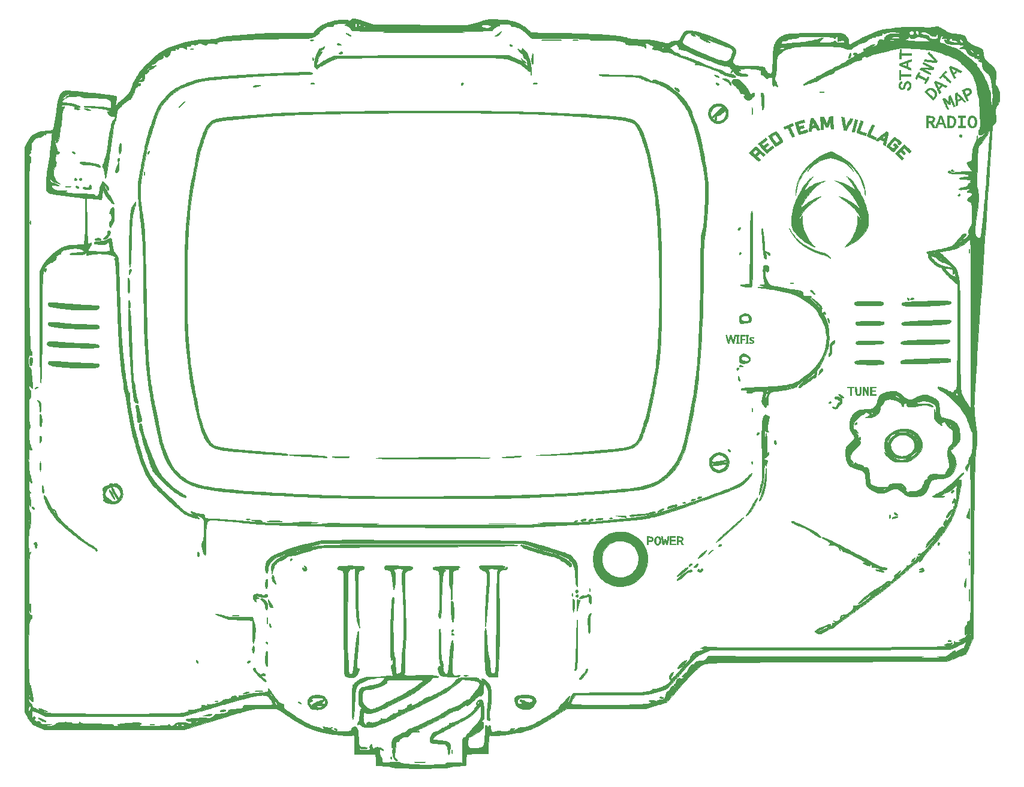
<source format=gbr>
%TF.GenerationSoftware,KiCad,Pcbnew,(6.0.11)*%
%TF.CreationDate,2023-04-07T19:54:21-05:00*%
%TF.ProjectId,GamePip,47616d65-5069-4702-9e6b-696361645f70,rev?*%
%TF.SameCoordinates,Original*%
%TF.FileFunction,Legend,Top*%
%TF.FilePolarity,Positive*%
%FSLAX46Y46*%
G04 Gerber Fmt 4.6, Leading zero omitted, Abs format (unit mm)*
G04 Created by KiCad (PCBNEW (6.0.11)) date 2023-04-07 19:54:21*
%MOMM*%
%LPD*%
G01*
G04 APERTURE LIST*
%ADD10C,0.010000*%
G04 APERTURE END LIST*
%TO.C,G\u002A\u002A\u002A*%
G36*
X102378085Y-111247360D02*
G01*
X102461104Y-111255341D01*
X102533080Y-111269652D01*
X102586849Y-111288709D01*
X102615249Y-111310927D01*
X102611117Y-111334722D01*
X102599990Y-111343557D01*
X102559138Y-111356655D01*
X102498112Y-111363758D01*
X102483750Y-111364131D01*
X102417601Y-111366420D01*
X102363582Y-111371269D01*
X102356750Y-111372350D01*
X102312592Y-111374315D01*
X102244426Y-111371225D01*
X102194353Y-111366651D01*
X102104779Y-111351856D01*
X102056994Y-111332936D01*
X102050827Y-111311338D01*
X102086101Y-111288511D01*
X102162644Y-111265905D01*
X102207565Y-111256730D01*
X102291184Y-111247295D01*
X102378085Y-111247360D01*
G37*
D10*
X102378085Y-111247360D02*
X102461104Y-111255341D01*
X102533080Y-111269652D01*
X102586849Y-111288709D01*
X102615249Y-111310927D01*
X102611117Y-111334722D01*
X102599990Y-111343557D01*
X102559138Y-111356655D01*
X102498112Y-111363758D01*
X102483750Y-111364131D01*
X102417601Y-111366420D01*
X102363582Y-111371269D01*
X102356750Y-111372350D01*
X102312592Y-111374315D01*
X102244426Y-111371225D01*
X102194353Y-111366651D01*
X102104779Y-111351856D01*
X102056994Y-111332936D01*
X102050827Y-111311338D01*
X102086101Y-111288511D01*
X102162644Y-111265905D01*
X102207565Y-111256730D01*
X102291184Y-111247295D01*
X102378085Y-111247360D01*
G36*
X107901503Y-115600035D02*
G01*
X108414138Y-115410262D01*
X108897076Y-115242066D01*
X109349307Y-115095779D01*
X109769825Y-114971733D01*
X110157621Y-114870260D01*
X110511689Y-114791693D01*
X110685029Y-114759503D01*
X111027608Y-114693292D01*
X111400722Y-114607316D01*
X111798259Y-114503008D01*
X111886724Y-114478214D01*
X111961259Y-114457452D01*
X112034894Y-114437900D01*
X112108983Y-114419524D01*
X112184882Y-114402290D01*
X112263944Y-114386166D01*
X112347526Y-114371119D01*
X112436982Y-114357115D01*
X112533667Y-114344121D01*
X112638937Y-114332104D01*
X112754146Y-114321031D01*
X112880649Y-114310868D01*
X113019801Y-114301584D01*
X113172957Y-114293143D01*
X113341473Y-114285514D01*
X113526703Y-114278663D01*
X113730002Y-114272557D01*
X113952726Y-114267163D01*
X114196228Y-114262447D01*
X114461865Y-114258377D01*
X114750991Y-114254919D01*
X115064962Y-114252040D01*
X115405131Y-114249708D01*
X115772855Y-114247888D01*
X116169488Y-114246548D01*
X116596385Y-114245654D01*
X117054901Y-114245174D01*
X117546392Y-114245074D01*
X118072212Y-114245321D01*
X118633716Y-114245883D01*
X119232259Y-114246725D01*
X119869197Y-114247814D01*
X120545883Y-114249118D01*
X121195083Y-114250459D01*
X121750119Y-114251727D01*
X122343477Y-114253265D01*
X122971147Y-114255055D01*
X123629118Y-114257082D01*
X124313381Y-114259329D01*
X125019925Y-114261779D01*
X125744740Y-114264415D01*
X126483815Y-114267223D01*
X127233141Y-114270184D01*
X127988707Y-114273283D01*
X128746503Y-114276503D01*
X129502519Y-114279827D01*
X130252744Y-114283240D01*
X130993169Y-114286724D01*
X131719782Y-114290263D01*
X132428574Y-114293841D01*
X133115535Y-114297441D01*
X133776654Y-114301047D01*
X134407921Y-114304642D01*
X134456000Y-114304923D01*
X141536250Y-114346342D01*
X143049667Y-114792870D01*
X143551621Y-114941346D01*
X144014845Y-115079201D01*
X144441401Y-115207119D01*
X144833352Y-115325789D01*
X145192762Y-115435897D01*
X145521694Y-115538130D01*
X145822213Y-115633174D01*
X146096380Y-115721717D01*
X146346260Y-115804444D01*
X146573917Y-115882044D01*
X146781413Y-115955202D01*
X146970811Y-116024606D01*
X147144177Y-116090942D01*
X147303572Y-116154897D01*
X147451060Y-116217157D01*
X147588705Y-116278411D01*
X147718570Y-116339343D01*
X147767369Y-116363077D01*
X147910733Y-116439198D01*
X148033182Y-116515615D01*
X148130440Y-116588955D01*
X148198233Y-116655844D01*
X148232284Y-116712909D01*
X148235500Y-116732465D01*
X148252221Y-116793959D01*
X148298618Y-116871457D01*
X148369045Y-116957630D01*
X148457856Y-117045149D01*
X148511061Y-117090064D01*
X148586996Y-117155994D01*
X148649810Y-117224634D01*
X148701012Y-117300932D01*
X148742110Y-117389837D01*
X148774614Y-117496297D01*
X148800034Y-117625260D01*
X148819878Y-117781676D01*
X148835657Y-117970492D01*
X148848878Y-118196657D01*
X148848937Y-118197825D01*
X148853026Y-118299391D01*
X148856709Y-118430864D01*
X148859971Y-118587446D01*
X148862795Y-118764337D01*
X148865168Y-118956735D01*
X148867073Y-119159843D01*
X148868497Y-119368859D01*
X148869423Y-119578983D01*
X148869836Y-119785416D01*
X148869722Y-119983358D01*
X148869065Y-120168008D01*
X148867850Y-120334567D01*
X148866062Y-120478235D01*
X148863686Y-120594212D01*
X148860707Y-120677698D01*
X148857108Y-120723892D01*
X148856914Y-120725125D01*
X148844392Y-120776051D01*
X148829731Y-120803146D01*
X148826289Y-120804500D01*
X148806387Y-120787769D01*
X148775186Y-120745138D01*
X148756280Y-120714542D01*
X148719138Y-120646226D01*
X148688047Y-120581204D01*
X148680108Y-120561849D01*
X148655147Y-120472491D01*
X148633195Y-120344356D01*
X148614183Y-120176735D01*
X148598044Y-119968919D01*
X148584711Y-119720201D01*
X148575041Y-119460417D01*
X148565964Y-119208327D01*
X148555128Y-118992764D01*
X148541832Y-118807933D01*
X148525373Y-118648039D01*
X148505051Y-118507288D01*
X148480163Y-118379886D01*
X148450008Y-118260038D01*
X148416186Y-118148953D01*
X148302741Y-117853166D01*
X148164983Y-117587825D01*
X148000094Y-117349743D01*
X147805256Y-117135729D01*
X147577653Y-116942596D01*
X147314465Y-116767153D01*
X147083862Y-116641141D01*
X146863098Y-116537784D01*
X146602807Y-116429847D01*
X146305442Y-116318194D01*
X145973459Y-116203686D01*
X145609312Y-116087185D01*
X145215455Y-115969554D01*
X144986417Y-115904508D01*
X144602448Y-115797039D01*
X144254670Y-115698978D01*
X143938350Y-115608899D01*
X143648755Y-115525375D01*
X143381153Y-115446979D01*
X143130810Y-115372284D01*
X142892995Y-115299863D01*
X142662975Y-115228290D01*
X142436017Y-115156138D01*
X142207388Y-115081980D01*
X141972356Y-115004389D01*
X141726187Y-114921938D01*
X141717148Y-114918892D01*
X141030213Y-114687333D01*
X112760103Y-114687333D01*
X111865843Y-114953103D01*
X111450057Y-115076965D01*
X111073413Y-115189809D01*
X110734319Y-115292151D01*
X110431186Y-115384507D01*
X110162422Y-115467393D01*
X109926438Y-115541325D01*
X109721643Y-115606819D01*
X109546447Y-115664393D01*
X109399259Y-115714560D01*
X109278489Y-115757839D01*
X109182546Y-115794744D01*
X109109840Y-115825792D01*
X109058780Y-115851499D01*
X109027777Y-115872382D01*
X109024838Y-115875053D01*
X108998156Y-115903007D01*
X109004101Y-115913442D01*
X109047310Y-115915000D01*
X109088212Y-115912138D01*
X109143197Y-115902930D01*
X109215477Y-115886440D01*
X109308264Y-115861732D01*
X109424770Y-115827870D01*
X109568206Y-115783920D01*
X109741785Y-115728946D01*
X109948718Y-115662012D01*
X110192217Y-115582182D01*
X110209583Y-115576460D01*
X110494137Y-115483592D01*
X110744865Y-115404060D01*
X110967623Y-115336450D01*
X111168266Y-115279348D01*
X111352648Y-115231339D01*
X111526626Y-115191011D01*
X111696055Y-115156949D01*
X111866789Y-115127739D01*
X112044684Y-115101968D01*
X112235595Y-115078222D01*
X112306388Y-115070148D01*
X112427431Y-115056987D01*
X112549736Y-115044528D01*
X112674665Y-115032746D01*
X112803577Y-115021615D01*
X112937833Y-115011111D01*
X113078792Y-115001208D01*
X113227816Y-114991882D01*
X113386265Y-114983109D01*
X113555498Y-114974862D01*
X113736877Y-114967116D01*
X113931761Y-114959848D01*
X114141511Y-114953032D01*
X114367486Y-114946643D01*
X114611049Y-114940656D01*
X114873557Y-114935046D01*
X115156373Y-114929789D01*
X115460856Y-114924858D01*
X115788367Y-114920230D01*
X116140265Y-114915879D01*
X116517911Y-114911781D01*
X116922666Y-114907910D01*
X117355890Y-114904241D01*
X117818943Y-114900750D01*
X118313185Y-114897412D01*
X118839976Y-114894201D01*
X119400678Y-114891093D01*
X119996650Y-114888062D01*
X120629252Y-114885084D01*
X121299845Y-114882134D01*
X122009789Y-114879187D01*
X122760445Y-114876218D01*
X122909583Y-114875642D01*
X123857976Y-114872177D01*
X124788920Y-114869138D01*
X125701544Y-114866522D01*
X126594973Y-114864326D01*
X127468335Y-114862547D01*
X128320756Y-114861181D01*
X129151365Y-114860225D01*
X129959287Y-114859677D01*
X130743650Y-114859531D01*
X131503581Y-114859787D01*
X132238207Y-114860439D01*
X132946655Y-114861485D01*
X133628051Y-114862922D01*
X134281523Y-114864746D01*
X134906198Y-114866954D01*
X135501203Y-114869543D01*
X136065664Y-114872510D01*
X136598710Y-114875851D01*
X137099466Y-114879563D01*
X137567060Y-114883642D01*
X138000618Y-114888087D01*
X138399269Y-114892892D01*
X138762138Y-114898055D01*
X139088353Y-114903574D01*
X139377041Y-114909443D01*
X139627329Y-114915661D01*
X139838344Y-114922224D01*
X140009212Y-114929129D01*
X140139061Y-114936372D01*
X140188665Y-114940148D01*
X140299373Y-114950761D01*
X140372652Y-114960768D01*
X140413370Y-114971345D01*
X140426392Y-114983669D01*
X140419712Y-114996010D01*
X140388786Y-115008083D01*
X140320359Y-115019809D01*
X140214217Y-115031192D01*
X140070143Y-115042236D01*
X139887921Y-115052945D01*
X139667337Y-115063322D01*
X139408174Y-115073371D01*
X139110216Y-115083097D01*
X138773249Y-115092504D01*
X138397056Y-115101594D01*
X137981421Y-115110373D01*
X137526130Y-115118844D01*
X137030965Y-115127011D01*
X136495712Y-115134878D01*
X135920155Y-115142448D01*
X135304078Y-115149726D01*
X134647266Y-115156716D01*
X133949502Y-115163422D01*
X133210572Y-115169847D01*
X132430258Y-115175995D01*
X131608347Y-115181871D01*
X130744622Y-115187478D01*
X129838867Y-115192820D01*
X129460667Y-115194906D01*
X128493887Y-115200162D01*
X127568344Y-115205252D01*
X126682941Y-115210184D01*
X125836581Y-115214967D01*
X125028167Y-115219610D01*
X124256604Y-115224123D01*
X123520793Y-115228513D01*
X122819640Y-115232789D01*
X122152046Y-115236961D01*
X121516915Y-115241038D01*
X120913152Y-115245028D01*
X120339658Y-115248940D01*
X119795338Y-115252783D01*
X119279095Y-115256566D01*
X118789833Y-115260297D01*
X118326454Y-115263987D01*
X117887862Y-115267643D01*
X117472960Y-115271274D01*
X117080653Y-115274890D01*
X116709842Y-115278499D01*
X116359433Y-115282110D01*
X116028327Y-115285733D01*
X115715428Y-115289375D01*
X115419640Y-115293045D01*
X115139867Y-115296754D01*
X114875011Y-115300508D01*
X114623975Y-115304318D01*
X114385664Y-115308193D01*
X114158981Y-115312140D01*
X113942829Y-115316170D01*
X113736111Y-115320291D01*
X113586536Y-115323447D01*
X113341328Y-115328945D01*
X113134198Y-115334099D01*
X112960892Y-115339127D01*
X112817157Y-115344246D01*
X112698740Y-115349676D01*
X112601389Y-115355635D01*
X112520852Y-115362340D01*
X112452874Y-115370011D01*
X112393204Y-115378866D01*
X112348286Y-115387008D01*
X112175607Y-115424230D01*
X112003153Y-115469286D01*
X111822843Y-115524780D01*
X111626593Y-115593314D01*
X111406321Y-115677489D01*
X111246750Y-115741695D01*
X110941695Y-115846886D01*
X110620347Y-115921562D01*
X110389500Y-115953976D01*
X110172260Y-115985686D01*
X109974940Y-116037496D01*
X109778607Y-116114904D01*
X109691000Y-116156814D01*
X109475367Y-116254192D01*
X109258650Y-116329533D01*
X109029970Y-116385698D01*
X108778448Y-116425550D01*
X108599793Y-116443872D01*
X108401592Y-116465572D01*
X108220701Y-116495038D01*
X108064217Y-116530776D01*
X107939240Y-116571290D01*
X107889497Y-116593525D01*
X107825343Y-116631570D01*
X107748627Y-116684471D01*
X107692333Y-116727713D01*
X107585473Y-116805819D01*
X107448466Y-116892207D01*
X107291149Y-116981249D01*
X107123359Y-117067319D01*
X106989911Y-117129494D01*
X106819353Y-117208824D01*
X106679986Y-117282968D01*
X106562232Y-117358139D01*
X106456512Y-117440552D01*
X106353249Y-117536419D01*
X106336083Y-117553656D01*
X106232113Y-117667717D01*
X106143400Y-117785993D01*
X106066715Y-117915188D01*
X105998828Y-118062005D01*
X105936508Y-118233148D01*
X105876526Y-118435321D01*
X105836045Y-118591445D01*
X105800698Y-118733496D01*
X105774012Y-118839413D01*
X105754603Y-118914182D01*
X105741085Y-118962794D01*
X105732070Y-118990236D01*
X105726173Y-119001496D01*
X105722069Y-119001624D01*
X105713864Y-118976337D01*
X105701492Y-118917433D01*
X105686246Y-118833277D01*
X105669416Y-118732234D01*
X105652293Y-118622667D01*
X105636169Y-118512940D01*
X105622334Y-118411418D01*
X105612081Y-118326465D01*
X105606699Y-118266444D01*
X105606201Y-118251037D01*
X105627627Y-118044819D01*
X105689077Y-117837694D01*
X105788501Y-117633417D01*
X105923845Y-117435743D01*
X106093060Y-117248426D01*
X106213489Y-117139635D01*
X106364578Y-117018988D01*
X106519046Y-116908515D01*
X106684445Y-116803688D01*
X106868326Y-116699978D01*
X107078241Y-116592856D01*
X107301810Y-116486954D01*
X107433770Y-116424457D01*
X107562093Y-116360539D01*
X107681212Y-116298292D01*
X107785556Y-116240804D01*
X107869557Y-116191168D01*
X107927645Y-116152472D01*
X107954251Y-116127806D01*
X107955333Y-116124332D01*
X107936479Y-116117938D01*
X107883200Y-116125617D01*
X107800423Y-116145837D01*
X107693074Y-116177061D01*
X107566079Y-116217757D01*
X107424364Y-116266389D01*
X107272857Y-116321423D01*
X107116483Y-116381325D01*
X107066333Y-116401226D01*
X106726654Y-116545998D01*
X106426742Y-116692883D01*
X106164036Y-116843598D01*
X105935971Y-116999861D01*
X105739984Y-117163388D01*
X105573513Y-117335895D01*
X105465662Y-117473356D01*
X105358984Y-117642591D01*
X105277541Y-117819305D01*
X105218478Y-118012207D01*
X105178940Y-118230007D01*
X105161343Y-118402083D01*
X105148748Y-118548008D01*
X105135256Y-118659068D01*
X105119355Y-118742728D01*
X105099528Y-118806452D01*
X105074262Y-118857704D01*
X105066328Y-118870347D01*
X105021887Y-118914091D01*
X104974559Y-118917667D01*
X104926661Y-118882917D01*
X104880511Y-118811687D01*
X104838427Y-118705818D01*
X104831578Y-118683616D01*
X104811275Y-118585237D01*
X104797451Y-118455851D01*
X104790122Y-118306289D01*
X104789302Y-118147382D01*
X104795004Y-117989959D01*
X104807245Y-117844852D01*
X104826037Y-117722890D01*
X104830267Y-117703583D01*
X104910928Y-117442269D01*
X105026595Y-117203466D01*
X105178075Y-116986054D01*
X105366175Y-116788918D01*
X105591704Y-116610937D01*
X105645653Y-116574743D01*
X105709614Y-116534479D01*
X105778122Y-116494680D01*
X105855413Y-116453380D01*
X105945724Y-116408612D01*
X106053292Y-116358410D01*
X106182353Y-116300806D01*
X106337145Y-116233834D01*
X106521905Y-116155526D01*
X106740868Y-116063918D01*
X106791167Y-116042983D01*
X106804466Y-116037562D01*
X108383539Y-116037562D01*
X108388475Y-116050805D01*
X108418106Y-116058187D01*
X108478500Y-116060431D01*
X108561826Y-116058729D01*
X108655163Y-116054165D01*
X108712954Y-116047026D01*
X108741972Y-116035973D01*
X108749083Y-116021781D01*
X108730454Y-115995822D01*
X108682023Y-115979974D01*
X108614975Y-115973753D01*
X108540495Y-115976677D01*
X108469768Y-115988262D01*
X108413977Y-116008026D01*
X108384309Y-116035485D01*
X108383539Y-116037562D01*
X106804466Y-116037562D01*
X107360176Y-115811053D01*
X107901503Y-115600035D01*
G37*
X107901503Y-115600035D02*
X108414138Y-115410262D01*
X108897076Y-115242066D01*
X109349307Y-115095779D01*
X109769825Y-114971733D01*
X110157621Y-114870260D01*
X110511689Y-114791693D01*
X110685029Y-114759503D01*
X111027608Y-114693292D01*
X111400722Y-114607316D01*
X111798259Y-114503008D01*
X111886724Y-114478214D01*
X111961259Y-114457452D01*
X112034894Y-114437900D01*
X112108983Y-114419524D01*
X112184882Y-114402290D01*
X112263944Y-114386166D01*
X112347526Y-114371119D01*
X112436982Y-114357115D01*
X112533667Y-114344121D01*
X112638937Y-114332104D01*
X112754146Y-114321031D01*
X112880649Y-114310868D01*
X113019801Y-114301584D01*
X113172957Y-114293143D01*
X113341473Y-114285514D01*
X113526703Y-114278663D01*
X113730002Y-114272557D01*
X113952726Y-114267163D01*
X114196228Y-114262447D01*
X114461865Y-114258377D01*
X114750991Y-114254919D01*
X115064962Y-114252040D01*
X115405131Y-114249708D01*
X115772855Y-114247888D01*
X116169488Y-114246548D01*
X116596385Y-114245654D01*
X117054901Y-114245174D01*
X117546392Y-114245074D01*
X118072212Y-114245321D01*
X118633716Y-114245883D01*
X119232259Y-114246725D01*
X119869197Y-114247814D01*
X120545883Y-114249118D01*
X121195083Y-114250459D01*
X121750119Y-114251727D01*
X122343477Y-114253265D01*
X122971147Y-114255055D01*
X123629118Y-114257082D01*
X124313381Y-114259329D01*
X125019925Y-114261779D01*
X125744740Y-114264415D01*
X126483815Y-114267223D01*
X127233141Y-114270184D01*
X127988707Y-114273283D01*
X128746503Y-114276503D01*
X129502519Y-114279827D01*
X130252744Y-114283240D01*
X130993169Y-114286724D01*
X131719782Y-114290263D01*
X132428574Y-114293841D01*
X133115535Y-114297441D01*
X133776654Y-114301047D01*
X134407921Y-114304642D01*
X134456000Y-114304923D01*
X141536250Y-114346342D01*
X143049667Y-114792870D01*
X143551621Y-114941346D01*
X144014845Y-115079201D01*
X144441401Y-115207119D01*
X144833352Y-115325789D01*
X145192762Y-115435897D01*
X145521694Y-115538130D01*
X145822213Y-115633174D01*
X146096380Y-115721717D01*
X146346260Y-115804444D01*
X146573917Y-115882044D01*
X146781413Y-115955202D01*
X146970811Y-116024606D01*
X147144177Y-116090942D01*
X147303572Y-116154897D01*
X147451060Y-116217157D01*
X147588705Y-116278411D01*
X147718570Y-116339343D01*
X147767369Y-116363077D01*
X147910733Y-116439198D01*
X148033182Y-116515615D01*
X148130440Y-116588955D01*
X148198233Y-116655844D01*
X148232284Y-116712909D01*
X148235500Y-116732465D01*
X148252221Y-116793959D01*
X148298618Y-116871457D01*
X148369045Y-116957630D01*
X148457856Y-117045149D01*
X148511061Y-117090064D01*
X148586996Y-117155994D01*
X148649810Y-117224634D01*
X148701012Y-117300932D01*
X148742110Y-117389837D01*
X148774614Y-117496297D01*
X148800034Y-117625260D01*
X148819878Y-117781676D01*
X148835657Y-117970492D01*
X148848878Y-118196657D01*
X148848937Y-118197825D01*
X148853026Y-118299391D01*
X148856709Y-118430864D01*
X148859971Y-118587446D01*
X148862795Y-118764337D01*
X148865168Y-118956735D01*
X148867073Y-119159843D01*
X148868497Y-119368859D01*
X148869423Y-119578983D01*
X148869836Y-119785416D01*
X148869722Y-119983358D01*
X148869065Y-120168008D01*
X148867850Y-120334567D01*
X148866062Y-120478235D01*
X148863686Y-120594212D01*
X148860707Y-120677698D01*
X148857108Y-120723892D01*
X148856914Y-120725125D01*
X148844392Y-120776051D01*
X148829731Y-120803146D01*
X148826289Y-120804500D01*
X148806387Y-120787769D01*
X148775186Y-120745138D01*
X148756280Y-120714542D01*
X148719138Y-120646226D01*
X148688047Y-120581204D01*
X148680108Y-120561849D01*
X148655147Y-120472491D01*
X148633195Y-120344356D01*
X148614183Y-120176735D01*
X148598044Y-119968919D01*
X148584711Y-119720201D01*
X148575041Y-119460417D01*
X148565964Y-119208327D01*
X148555128Y-118992764D01*
X148541832Y-118807933D01*
X148525373Y-118648039D01*
X148505051Y-118507288D01*
X148480163Y-118379886D01*
X148450008Y-118260038D01*
X148416186Y-118148953D01*
X148302741Y-117853166D01*
X148164983Y-117587825D01*
X148000094Y-117349743D01*
X147805256Y-117135729D01*
X147577653Y-116942596D01*
X147314465Y-116767153D01*
X147083862Y-116641141D01*
X146863098Y-116537784D01*
X146602807Y-116429847D01*
X146305442Y-116318194D01*
X145973459Y-116203686D01*
X145609312Y-116087185D01*
X145215455Y-115969554D01*
X144986417Y-115904508D01*
X144602448Y-115797039D01*
X144254670Y-115698978D01*
X143938350Y-115608899D01*
X143648755Y-115525375D01*
X143381153Y-115446979D01*
X143130810Y-115372284D01*
X142892995Y-115299863D01*
X142662975Y-115228290D01*
X142436017Y-115156138D01*
X142207388Y-115081980D01*
X141972356Y-115004389D01*
X141726187Y-114921938D01*
X141717148Y-114918892D01*
X141030213Y-114687333D01*
X112760103Y-114687333D01*
X111865843Y-114953103D01*
X111450057Y-115076965D01*
X111073413Y-115189809D01*
X110734319Y-115292151D01*
X110431186Y-115384507D01*
X110162422Y-115467393D01*
X109926438Y-115541325D01*
X109721643Y-115606819D01*
X109546447Y-115664393D01*
X109399259Y-115714560D01*
X109278489Y-115757839D01*
X109182546Y-115794744D01*
X109109840Y-115825792D01*
X109058780Y-115851499D01*
X109027777Y-115872382D01*
X109024838Y-115875053D01*
X108998156Y-115903007D01*
X109004101Y-115913442D01*
X109047310Y-115915000D01*
X109088212Y-115912138D01*
X109143197Y-115902930D01*
X109215477Y-115886440D01*
X109308264Y-115861732D01*
X109424770Y-115827870D01*
X109568206Y-115783920D01*
X109741785Y-115728946D01*
X109948718Y-115662012D01*
X110192217Y-115582182D01*
X110209583Y-115576460D01*
X110494137Y-115483592D01*
X110744865Y-115404060D01*
X110967623Y-115336450D01*
X111168266Y-115279348D01*
X111352648Y-115231339D01*
X111526626Y-115191011D01*
X111696055Y-115156949D01*
X111866789Y-115127739D01*
X112044684Y-115101968D01*
X112235595Y-115078222D01*
X112306388Y-115070148D01*
X112427431Y-115056987D01*
X112549736Y-115044528D01*
X112674665Y-115032746D01*
X112803577Y-115021615D01*
X112937833Y-115011111D01*
X113078792Y-115001208D01*
X113227816Y-114991882D01*
X113386265Y-114983109D01*
X113555498Y-114974862D01*
X113736877Y-114967116D01*
X113931761Y-114959848D01*
X114141511Y-114953032D01*
X114367486Y-114946643D01*
X114611049Y-114940656D01*
X114873557Y-114935046D01*
X115156373Y-114929789D01*
X115460856Y-114924858D01*
X115788367Y-114920230D01*
X116140265Y-114915879D01*
X116517911Y-114911781D01*
X116922666Y-114907910D01*
X117355890Y-114904241D01*
X117818943Y-114900750D01*
X118313185Y-114897412D01*
X118839976Y-114894201D01*
X119400678Y-114891093D01*
X119996650Y-114888062D01*
X120629252Y-114885084D01*
X121299845Y-114882134D01*
X122009789Y-114879187D01*
X122760445Y-114876218D01*
X122909583Y-114875642D01*
X123857976Y-114872177D01*
X124788920Y-114869138D01*
X125701544Y-114866522D01*
X126594973Y-114864326D01*
X127468335Y-114862547D01*
X128320756Y-114861181D01*
X129151365Y-114860225D01*
X129959287Y-114859677D01*
X130743650Y-114859531D01*
X131503581Y-114859787D01*
X132238207Y-114860439D01*
X132946655Y-114861485D01*
X133628051Y-114862922D01*
X134281523Y-114864746D01*
X134906198Y-114866954D01*
X135501203Y-114869543D01*
X136065664Y-114872510D01*
X136598710Y-114875851D01*
X137099466Y-114879563D01*
X137567060Y-114883642D01*
X138000618Y-114888087D01*
X138399269Y-114892892D01*
X138762138Y-114898055D01*
X139088353Y-114903574D01*
X139377041Y-114909443D01*
X139627329Y-114915661D01*
X139838344Y-114922224D01*
X140009212Y-114929129D01*
X140139061Y-114936372D01*
X140188665Y-114940148D01*
X140299373Y-114950761D01*
X140372652Y-114960768D01*
X140413370Y-114971345D01*
X140426392Y-114983669D01*
X140419712Y-114996010D01*
X140388786Y-115008083D01*
X140320359Y-115019809D01*
X140214217Y-115031192D01*
X140070143Y-115042236D01*
X139887921Y-115052945D01*
X139667337Y-115063322D01*
X139408174Y-115073371D01*
X139110216Y-115083097D01*
X138773249Y-115092504D01*
X138397056Y-115101594D01*
X137981421Y-115110373D01*
X137526130Y-115118844D01*
X137030965Y-115127011D01*
X136495712Y-115134878D01*
X135920155Y-115142448D01*
X135304078Y-115149726D01*
X134647266Y-115156716D01*
X133949502Y-115163422D01*
X133210572Y-115169847D01*
X132430258Y-115175995D01*
X131608347Y-115181871D01*
X130744622Y-115187478D01*
X129838867Y-115192820D01*
X129460667Y-115194906D01*
X128493887Y-115200162D01*
X127568344Y-115205252D01*
X126682941Y-115210184D01*
X125836581Y-115214967D01*
X125028167Y-115219610D01*
X124256604Y-115224123D01*
X123520793Y-115228513D01*
X122819640Y-115232789D01*
X122152046Y-115236961D01*
X121516915Y-115241038D01*
X120913152Y-115245028D01*
X120339658Y-115248940D01*
X119795338Y-115252783D01*
X119279095Y-115256566D01*
X118789833Y-115260297D01*
X118326454Y-115263987D01*
X117887862Y-115267643D01*
X117472960Y-115271274D01*
X117080653Y-115274890D01*
X116709842Y-115278499D01*
X116359433Y-115282110D01*
X116028327Y-115285733D01*
X115715428Y-115289375D01*
X115419640Y-115293045D01*
X115139867Y-115296754D01*
X114875011Y-115300508D01*
X114623975Y-115304318D01*
X114385664Y-115308193D01*
X114158981Y-115312140D01*
X113942829Y-115316170D01*
X113736111Y-115320291D01*
X113586536Y-115323447D01*
X113341328Y-115328945D01*
X113134198Y-115334099D01*
X112960892Y-115339127D01*
X112817157Y-115344246D01*
X112698740Y-115349676D01*
X112601389Y-115355635D01*
X112520852Y-115362340D01*
X112452874Y-115370011D01*
X112393204Y-115378866D01*
X112348286Y-115387008D01*
X112175607Y-115424230D01*
X112003153Y-115469286D01*
X111822843Y-115524780D01*
X111626593Y-115593314D01*
X111406321Y-115677489D01*
X111246750Y-115741695D01*
X110941695Y-115846886D01*
X110620347Y-115921562D01*
X110389500Y-115953976D01*
X110172260Y-115985686D01*
X109974940Y-116037496D01*
X109778607Y-116114904D01*
X109691000Y-116156814D01*
X109475367Y-116254192D01*
X109258650Y-116329533D01*
X109029970Y-116385698D01*
X108778448Y-116425550D01*
X108599793Y-116443872D01*
X108401592Y-116465572D01*
X108220701Y-116495038D01*
X108064217Y-116530776D01*
X107939240Y-116571290D01*
X107889497Y-116593525D01*
X107825343Y-116631570D01*
X107748627Y-116684471D01*
X107692333Y-116727713D01*
X107585473Y-116805819D01*
X107448466Y-116892207D01*
X107291149Y-116981249D01*
X107123359Y-117067319D01*
X106989911Y-117129494D01*
X106819353Y-117208824D01*
X106679986Y-117282968D01*
X106562232Y-117358139D01*
X106456512Y-117440552D01*
X106353249Y-117536419D01*
X106336083Y-117553656D01*
X106232113Y-117667717D01*
X106143400Y-117785993D01*
X106066715Y-117915188D01*
X105998828Y-118062005D01*
X105936508Y-118233148D01*
X105876526Y-118435321D01*
X105836045Y-118591445D01*
X105800698Y-118733496D01*
X105774012Y-118839413D01*
X105754603Y-118914182D01*
X105741085Y-118962794D01*
X105732070Y-118990236D01*
X105726173Y-119001496D01*
X105722069Y-119001624D01*
X105713864Y-118976337D01*
X105701492Y-118917433D01*
X105686246Y-118833277D01*
X105669416Y-118732234D01*
X105652293Y-118622667D01*
X105636169Y-118512940D01*
X105622334Y-118411418D01*
X105612081Y-118326465D01*
X105606699Y-118266444D01*
X105606201Y-118251037D01*
X105627627Y-118044819D01*
X105689077Y-117837694D01*
X105788501Y-117633417D01*
X105923845Y-117435743D01*
X106093060Y-117248426D01*
X106213489Y-117139635D01*
X106364578Y-117018988D01*
X106519046Y-116908515D01*
X106684445Y-116803688D01*
X106868326Y-116699978D01*
X107078241Y-116592856D01*
X107301810Y-116486954D01*
X107433770Y-116424457D01*
X107562093Y-116360539D01*
X107681212Y-116298292D01*
X107785556Y-116240804D01*
X107869557Y-116191168D01*
X107927645Y-116152472D01*
X107954251Y-116127806D01*
X107955333Y-116124332D01*
X107936479Y-116117938D01*
X107883200Y-116125617D01*
X107800423Y-116145837D01*
X107693074Y-116177061D01*
X107566079Y-116217757D01*
X107424364Y-116266389D01*
X107272857Y-116321423D01*
X107116483Y-116381325D01*
X107066333Y-116401226D01*
X106726654Y-116545998D01*
X106426742Y-116692883D01*
X106164036Y-116843598D01*
X105935971Y-116999861D01*
X105739984Y-117163388D01*
X105573513Y-117335895D01*
X105465662Y-117473356D01*
X105358984Y-117642591D01*
X105277541Y-117819305D01*
X105218478Y-118012207D01*
X105178940Y-118230007D01*
X105161343Y-118402083D01*
X105148748Y-118548008D01*
X105135256Y-118659068D01*
X105119355Y-118742728D01*
X105099528Y-118806452D01*
X105074262Y-118857704D01*
X105066328Y-118870347D01*
X105021887Y-118914091D01*
X104974559Y-118917667D01*
X104926661Y-118882917D01*
X104880511Y-118811687D01*
X104838427Y-118705818D01*
X104831578Y-118683616D01*
X104811275Y-118585237D01*
X104797451Y-118455851D01*
X104790122Y-118306289D01*
X104789302Y-118147382D01*
X104795004Y-117989959D01*
X104807245Y-117844852D01*
X104826037Y-117722890D01*
X104830267Y-117703583D01*
X104910928Y-117442269D01*
X105026595Y-117203466D01*
X105178075Y-116986054D01*
X105366175Y-116788918D01*
X105591704Y-116610937D01*
X105645653Y-116574743D01*
X105709614Y-116534479D01*
X105778122Y-116494680D01*
X105855413Y-116453380D01*
X105945724Y-116408612D01*
X106053292Y-116358410D01*
X106182353Y-116300806D01*
X106337145Y-116233834D01*
X106521905Y-116155526D01*
X106740868Y-116063918D01*
X106791167Y-116042983D01*
X106804466Y-116037562D01*
X108383539Y-116037562D01*
X108388475Y-116050805D01*
X108418106Y-116058187D01*
X108478500Y-116060431D01*
X108561826Y-116058729D01*
X108655163Y-116054165D01*
X108712954Y-116047026D01*
X108741972Y-116035973D01*
X108749083Y-116021781D01*
X108730454Y-115995822D01*
X108682023Y-115979974D01*
X108614975Y-115973753D01*
X108540495Y-115976677D01*
X108469768Y-115988262D01*
X108413977Y-116008026D01*
X108384309Y-116035485D01*
X108383539Y-116037562D01*
X106804466Y-116037562D01*
X107360176Y-115811053D01*
X107901503Y-115600035D01*
G36*
X83251494Y-67214690D02*
G01*
X83300523Y-67223497D01*
X83333692Y-67246973D01*
X83364286Y-67296105D01*
X83374384Y-67316333D01*
X83411886Y-67421077D01*
X83439316Y-67561719D01*
X83456876Y-67739864D01*
X83464767Y-67957119D01*
X83465281Y-68042823D01*
X83459886Y-68315063D01*
X83444624Y-68577891D01*
X83420286Y-68824451D01*
X83387660Y-69047882D01*
X83347536Y-69241327D01*
X83313714Y-69360425D01*
X83280658Y-69445514D01*
X83237766Y-69520455D01*
X83175856Y-69599872D01*
X83133632Y-69647210D01*
X83064582Y-69725155D01*
X83022715Y-69781574D01*
X83004632Y-69824211D01*
X83006933Y-69860813D01*
X83024340Y-69896150D01*
X83038728Y-69942935D01*
X83035588Y-69969946D01*
X83005816Y-69995761D01*
X82953950Y-70004526D01*
X82896543Y-69996460D01*
X82850151Y-69971786D01*
X82845837Y-69967419D01*
X82813461Y-69920405D01*
X82787063Y-69866878D01*
X82771096Y-69798135D01*
X82762943Y-69701163D01*
X82762409Y-69589302D01*
X82769301Y-69475891D01*
X82783424Y-69374269D01*
X82794964Y-69325600D01*
X82826319Y-69242902D01*
X82863676Y-69180875D01*
X82901691Y-69146426D01*
X82934069Y-69145851D01*
X82962854Y-69143941D01*
X82989756Y-69106498D01*
X83013564Y-69040317D01*
X83033065Y-68952192D01*
X83047047Y-68848920D01*
X83054298Y-68737293D01*
X83053606Y-68624109D01*
X83044920Y-68524509D01*
X83016680Y-68366278D01*
X82978868Y-68245621D01*
X82929839Y-68158529D01*
X82872367Y-68103893D01*
X82821721Y-68062442D01*
X82787451Y-68021124D01*
X82783076Y-68012106D01*
X82778143Y-67951476D01*
X82794235Y-67864721D01*
X82827793Y-67760178D01*
X82875258Y-67646184D01*
X82933072Y-67531077D01*
X82997674Y-67423194D01*
X83065505Y-67330873D01*
X83082050Y-67311757D01*
X83135728Y-67255171D01*
X83175275Y-67224885D01*
X83212789Y-67213968D01*
X83251494Y-67214690D01*
G37*
X83251494Y-67214690D02*
X83300523Y-67223497D01*
X83333692Y-67246973D01*
X83364286Y-67296105D01*
X83374384Y-67316333D01*
X83411886Y-67421077D01*
X83439316Y-67561719D01*
X83456876Y-67739864D01*
X83464767Y-67957119D01*
X83465281Y-68042823D01*
X83459886Y-68315063D01*
X83444624Y-68577891D01*
X83420286Y-68824451D01*
X83387660Y-69047882D01*
X83347536Y-69241327D01*
X83313714Y-69360425D01*
X83280658Y-69445514D01*
X83237766Y-69520455D01*
X83175856Y-69599872D01*
X83133632Y-69647210D01*
X83064582Y-69725155D01*
X83022715Y-69781574D01*
X83004632Y-69824211D01*
X83006933Y-69860813D01*
X83024340Y-69896150D01*
X83038728Y-69942935D01*
X83035588Y-69969946D01*
X83005816Y-69995761D01*
X82953950Y-70004526D01*
X82896543Y-69996460D01*
X82850151Y-69971786D01*
X82845837Y-69967419D01*
X82813461Y-69920405D01*
X82787063Y-69866878D01*
X82771096Y-69798135D01*
X82762943Y-69701163D01*
X82762409Y-69589302D01*
X82769301Y-69475891D01*
X82783424Y-69374269D01*
X82794964Y-69325600D01*
X82826319Y-69242902D01*
X82863676Y-69180875D01*
X82901691Y-69146426D01*
X82934069Y-69145851D01*
X82962854Y-69143941D01*
X82989756Y-69106498D01*
X83013564Y-69040317D01*
X83033065Y-68952192D01*
X83047047Y-68848920D01*
X83054298Y-68737293D01*
X83053606Y-68624109D01*
X83044920Y-68524509D01*
X83016680Y-68366278D01*
X82978868Y-68245621D01*
X82929839Y-68158529D01*
X82872367Y-68103893D01*
X82821721Y-68062442D01*
X82787451Y-68021124D01*
X82783076Y-68012106D01*
X82778143Y-67951476D01*
X82794235Y-67864721D01*
X82827793Y-67760178D01*
X82875258Y-67646184D01*
X82933072Y-67531077D01*
X82997674Y-67423194D01*
X83065505Y-67330873D01*
X83082050Y-67311757D01*
X83135728Y-67255171D01*
X83175275Y-67224885D01*
X83212789Y-67213968D01*
X83251494Y-67214690D01*
G36*
X169546832Y-48997428D02*
G01*
X169762833Y-49016194D01*
X169957067Y-49070893D01*
X170131305Y-49162272D01*
X170287319Y-49291078D01*
X170317459Y-49322441D01*
X170403937Y-49428025D01*
X170474920Y-49538594D01*
X170527879Y-49647463D01*
X170560285Y-49747948D01*
X170569609Y-49833363D01*
X170553322Y-49897024D01*
X170540933Y-49913100D01*
X170489862Y-49937054D01*
X170426668Y-49926926D01*
X170361437Y-49884673D01*
X170353038Y-49876628D01*
X170304148Y-49809158D01*
X170291167Y-49744900D01*
X170285791Y-49703671D01*
X170265497Y-49662983D01*
X170224036Y-49613443D01*
X170164587Y-49554596D01*
X170102712Y-49500262D01*
X170032333Y-49448627D01*
X169945643Y-49394812D01*
X169834832Y-49333937D01*
X169706432Y-49268282D01*
X169558561Y-49192531D01*
X169448897Y-49131650D01*
X169376587Y-49084187D01*
X169340775Y-49048695D01*
X169340608Y-49023721D01*
X169375231Y-49007818D01*
X169443789Y-48999535D01*
X169545430Y-48997422D01*
X169546832Y-48997428D01*
G37*
X169546832Y-48997428D02*
X169762833Y-49016194D01*
X169957067Y-49070893D01*
X170131305Y-49162272D01*
X170287319Y-49291078D01*
X170317459Y-49322441D01*
X170403937Y-49428025D01*
X170474920Y-49538594D01*
X170527879Y-49647463D01*
X170560285Y-49747948D01*
X170569609Y-49833363D01*
X170553322Y-49897024D01*
X170540933Y-49913100D01*
X170489862Y-49937054D01*
X170426668Y-49926926D01*
X170361437Y-49884673D01*
X170353038Y-49876628D01*
X170304148Y-49809158D01*
X170291167Y-49744900D01*
X170285791Y-49703671D01*
X170265497Y-49662983D01*
X170224036Y-49613443D01*
X170164587Y-49554596D01*
X170102712Y-49500262D01*
X170032333Y-49448627D01*
X169945643Y-49394812D01*
X169834832Y-49333937D01*
X169706432Y-49268282D01*
X169558561Y-49192531D01*
X169448897Y-49131650D01*
X169376587Y-49084187D01*
X169340775Y-49048695D01*
X169340608Y-49023721D01*
X169375231Y-49007818D01*
X169443789Y-48999535D01*
X169545430Y-48997422D01*
X169546832Y-48997428D01*
G36*
X175917091Y-57056281D02*
G01*
X175973261Y-57020320D01*
X176057083Y-56966582D01*
X176160597Y-56900174D01*
X176275840Y-56826203D01*
X176394850Y-56749778D01*
X176397569Y-56748032D01*
X176511461Y-56676476D01*
X176617551Y-56612795D01*
X176709195Y-56560746D01*
X176779747Y-56524084D01*
X176822564Y-56506568D01*
X176825845Y-56505877D01*
X176863524Y-56501305D01*
X176897779Y-56502790D01*
X176931560Y-56513478D01*
X176967822Y-56536513D01*
X177009517Y-56575040D01*
X177059598Y-56632204D01*
X177121019Y-56711150D01*
X177196731Y-56815024D01*
X177289689Y-56946969D01*
X177402844Y-57110131D01*
X177429625Y-57148909D01*
X177542928Y-57313517D01*
X177634115Y-57447351D01*
X177705500Y-57554207D01*
X177759396Y-57637886D01*
X177798117Y-57702185D01*
X177823978Y-57750903D01*
X177839290Y-57787838D01*
X177846369Y-57816788D01*
X177847667Y-57835221D01*
X177829743Y-57923794D01*
X177800042Y-57968453D01*
X177772999Y-57990345D01*
X177715988Y-58031141D01*
X177634773Y-58087042D01*
X177535113Y-58154248D01*
X177422773Y-58228957D01*
X177303513Y-58307370D01*
X177183096Y-58385686D01*
X177067283Y-58460105D01*
X176961836Y-58526826D01*
X176872518Y-58582050D01*
X176840546Y-58601290D01*
X176823505Y-58587480D01*
X176784853Y-58541206D01*
X176726566Y-58465158D01*
X176650618Y-58362029D01*
X176558985Y-58234508D01*
X176453641Y-58085286D01*
X176336560Y-57917055D01*
X176306971Y-57874204D01*
X175859402Y-57225079D01*
X176281485Y-57225079D01*
X176394028Y-57386498D01*
X176445793Y-57461095D01*
X176514200Y-57560178D01*
X176592029Y-57673265D01*
X176672063Y-57789873D01*
X176712530Y-57848971D01*
X176918489Y-58150025D01*
X177102619Y-58031172D01*
X177190105Y-57974807D01*
X177273498Y-57921260D01*
X177340493Y-57878424D01*
X177366125Y-57862144D01*
X177414082Y-57829270D01*
X177442320Y-57804967D01*
X177445500Y-57799456D01*
X177433791Y-57774928D01*
X177401327Y-57722407D01*
X177352104Y-57647556D01*
X177290115Y-57556037D01*
X177219357Y-57453511D01*
X177143823Y-57345642D01*
X177067508Y-57238092D01*
X176994407Y-57136521D01*
X176928515Y-57046593D01*
X176873827Y-56973970D01*
X176834337Y-56924314D01*
X176814041Y-56903286D01*
X176812986Y-56902949D01*
X176785369Y-56913681D01*
X176729709Y-56943561D01*
X176653289Y-56988415D01*
X176563393Y-57044065D01*
X176532604Y-57063706D01*
X176281485Y-57225079D01*
X175859402Y-57225079D01*
X175796266Y-57133511D01*
X175917091Y-57056281D01*
G37*
X175917091Y-57056281D02*
X175973261Y-57020320D01*
X176057083Y-56966582D01*
X176160597Y-56900174D01*
X176275840Y-56826203D01*
X176394850Y-56749778D01*
X176397569Y-56748032D01*
X176511461Y-56676476D01*
X176617551Y-56612795D01*
X176709195Y-56560746D01*
X176779747Y-56524084D01*
X176822564Y-56506568D01*
X176825845Y-56505877D01*
X176863524Y-56501305D01*
X176897779Y-56502790D01*
X176931560Y-56513478D01*
X176967822Y-56536513D01*
X177009517Y-56575040D01*
X177059598Y-56632204D01*
X177121019Y-56711150D01*
X177196731Y-56815024D01*
X177289689Y-56946969D01*
X177402844Y-57110131D01*
X177429625Y-57148909D01*
X177542928Y-57313517D01*
X177634115Y-57447351D01*
X177705500Y-57554207D01*
X177759396Y-57637886D01*
X177798117Y-57702185D01*
X177823978Y-57750903D01*
X177839290Y-57787838D01*
X177846369Y-57816788D01*
X177847667Y-57835221D01*
X177829743Y-57923794D01*
X177800042Y-57968453D01*
X177772999Y-57990345D01*
X177715988Y-58031141D01*
X177634773Y-58087042D01*
X177535113Y-58154248D01*
X177422773Y-58228957D01*
X177303513Y-58307370D01*
X177183096Y-58385686D01*
X177067283Y-58460105D01*
X176961836Y-58526826D01*
X176872518Y-58582050D01*
X176840546Y-58601290D01*
X176823505Y-58587480D01*
X176784853Y-58541206D01*
X176726566Y-58465158D01*
X176650618Y-58362029D01*
X176558985Y-58234508D01*
X176453641Y-58085286D01*
X176336560Y-57917055D01*
X176306971Y-57874204D01*
X175859402Y-57225079D01*
X176281485Y-57225079D01*
X176394028Y-57386498D01*
X176445793Y-57461095D01*
X176514200Y-57560178D01*
X176592029Y-57673265D01*
X176672063Y-57789873D01*
X176712530Y-57848971D01*
X176918489Y-58150025D01*
X177102619Y-58031172D01*
X177190105Y-57974807D01*
X177273498Y-57921260D01*
X177340493Y-57878424D01*
X177366125Y-57862144D01*
X177414082Y-57829270D01*
X177442320Y-57804967D01*
X177445500Y-57799456D01*
X177433791Y-57774928D01*
X177401327Y-57722407D01*
X177352104Y-57647556D01*
X177290115Y-57556037D01*
X177219357Y-57453511D01*
X177143823Y-57345642D01*
X177067508Y-57238092D01*
X176994407Y-57136521D01*
X176928515Y-57046593D01*
X176873827Y-56973970D01*
X176834337Y-56924314D01*
X176814041Y-56903286D01*
X176812986Y-56902949D01*
X176785369Y-56913681D01*
X176729709Y-56943561D01*
X176653289Y-56988415D01*
X176563393Y-57044065D01*
X176532604Y-57063706D01*
X176281485Y-57225079D01*
X175859402Y-57225079D01*
X175796266Y-57133511D01*
X175917091Y-57056281D01*
G36*
X71943123Y-109542914D02*
G01*
X72012785Y-109582094D01*
X72096522Y-109654045D01*
X72104935Y-109662395D01*
X72171616Y-109742539D01*
X72201784Y-109815124D01*
X72201233Y-109875534D01*
X72176650Y-109904542D01*
X72125785Y-109919838D01*
X72062723Y-109920459D01*
X72001550Y-109905440D01*
X71975001Y-109891016D01*
X71928261Y-109840629D01*
X71885332Y-109766048D01*
X71854933Y-109685127D01*
X71845465Y-109625800D01*
X71856774Y-109564388D01*
X71890223Y-109536886D01*
X71943123Y-109542914D01*
G37*
X71943123Y-109542914D02*
X72012785Y-109582094D01*
X72096522Y-109654045D01*
X72104935Y-109662395D01*
X72171616Y-109742539D01*
X72201784Y-109815124D01*
X72201233Y-109875534D01*
X72176650Y-109904542D01*
X72125785Y-109919838D01*
X72062723Y-109920459D01*
X72001550Y-109905440D01*
X71975001Y-109891016D01*
X71928261Y-109840629D01*
X71885332Y-109766048D01*
X71854933Y-109685127D01*
X71845465Y-109625800D01*
X71856774Y-109564388D01*
X71890223Y-109536886D01*
X71943123Y-109542914D01*
G36*
X105892587Y-119226925D02*
G01*
X105943080Y-119267138D01*
X105982969Y-119346400D01*
X106012703Y-119465527D01*
X106028577Y-119581191D01*
X106059700Y-119780132D01*
X106112454Y-119963351D01*
X106192175Y-120147706D01*
X106232278Y-120224564D01*
X106273540Y-120304091D01*
X106305447Y-120372493D01*
X106323300Y-120419364D01*
X106325500Y-120430939D01*
X106309770Y-120460043D01*
X106263906Y-120461933D01*
X106189893Y-120436968D01*
X106096682Y-120389479D01*
X105991854Y-120319059D01*
X105910871Y-120236484D01*
X105846612Y-120132233D01*
X105791959Y-119996786D01*
X105783227Y-119970331D01*
X105752392Y-119860751D01*
X105734418Y-119756383D01*
X105726269Y-119637210D01*
X105725164Y-119587417D01*
X105727986Y-119447077D01*
X105741611Y-119344119D01*
X105767157Y-119274715D01*
X105805743Y-119235034D01*
X105831038Y-119224950D01*
X105892587Y-119226925D01*
G37*
X105892587Y-119226925D02*
X105943080Y-119267138D01*
X105982969Y-119346400D01*
X106012703Y-119465527D01*
X106028577Y-119581191D01*
X106059700Y-119780132D01*
X106112454Y-119963351D01*
X106192175Y-120147706D01*
X106232278Y-120224564D01*
X106273540Y-120304091D01*
X106305447Y-120372493D01*
X106323300Y-120419364D01*
X106325500Y-120430939D01*
X106309770Y-120460043D01*
X106263906Y-120461933D01*
X106189893Y-120436968D01*
X106096682Y-120389479D01*
X105991854Y-120319059D01*
X105910871Y-120236484D01*
X105846612Y-120132233D01*
X105791959Y-119996786D01*
X105783227Y-119970331D01*
X105752392Y-119860751D01*
X105734418Y-119756383D01*
X105726269Y-119637210D01*
X105725164Y-119587417D01*
X105727986Y-119447077D01*
X105741611Y-119344119D01*
X105767157Y-119274715D01*
X105805743Y-119235034D01*
X105831038Y-119224950D01*
X105892587Y-119226925D01*
G36*
X103159804Y-129196337D02*
G01*
X103180916Y-129244161D01*
X103196887Y-129333679D01*
X103199491Y-129356098D01*
X103205997Y-129446076D01*
X103209100Y-129557171D01*
X103209095Y-129680115D01*
X103206275Y-129805646D01*
X103200934Y-129924498D01*
X103193364Y-130027406D01*
X103183860Y-130105106D01*
X103174526Y-130144292D01*
X103142784Y-130191258D01*
X103103720Y-130199821D01*
X103069496Y-130175163D01*
X103048612Y-130141877D01*
X103018109Y-130084120D01*
X102993028Y-130032288D01*
X102948941Y-129889203D01*
X102939395Y-129728129D01*
X102963890Y-129554842D01*
X103021932Y-129375113D01*
X103056115Y-129299252D01*
X103098354Y-129224259D01*
X103132600Y-129189829D01*
X103159804Y-129196337D01*
G37*
X103159804Y-129196337D02*
X103180916Y-129244161D01*
X103196887Y-129333679D01*
X103199491Y-129356098D01*
X103205997Y-129446076D01*
X103209100Y-129557171D01*
X103209095Y-129680115D01*
X103206275Y-129805646D01*
X103200934Y-129924498D01*
X103193364Y-130027406D01*
X103183860Y-130105106D01*
X103174526Y-130144292D01*
X103142784Y-130191258D01*
X103103720Y-130199821D01*
X103069496Y-130175163D01*
X103048612Y-130141877D01*
X103018109Y-130084120D01*
X102993028Y-130032288D01*
X102948941Y-129889203D01*
X102939395Y-129728129D01*
X102963890Y-129554842D01*
X103021932Y-129375113D01*
X103056115Y-129299252D01*
X103098354Y-129224259D01*
X103132600Y-129189829D01*
X103159804Y-129196337D01*
G36*
X85468079Y-77231321D02*
G01*
X85504859Y-77285010D01*
X85542548Y-77365277D01*
X85577829Y-77464583D01*
X85607386Y-77575388D01*
X85617769Y-77626090D01*
X85631117Y-77724664D01*
X85641792Y-77856011D01*
X85649735Y-78011571D01*
X85654889Y-78182785D01*
X85657197Y-78361093D01*
X85656599Y-78537934D01*
X85653038Y-78704749D01*
X85646457Y-78852976D01*
X85636796Y-78974057D01*
X85627358Y-79042667D01*
X85597932Y-79179157D01*
X85566657Y-79273816D01*
X85533232Y-79327120D01*
X85497359Y-79339541D01*
X85458741Y-79311556D01*
X85458437Y-79311190D01*
X85444668Y-79279140D01*
X85426805Y-79216126D01*
X85407716Y-79132940D01*
X85397949Y-79083648D01*
X85387769Y-79023502D01*
X85379587Y-78959652D01*
X85373209Y-78886900D01*
X85368439Y-78800050D01*
X85365085Y-78693903D01*
X85362953Y-78563263D01*
X85361848Y-78402932D01*
X85361576Y-78207712D01*
X85361668Y-78111333D01*
X85362391Y-77889358D01*
X85364045Y-77706174D01*
X85366920Y-77558245D01*
X85371307Y-77442032D01*
X85377496Y-77354001D01*
X85385778Y-77290612D01*
X85396442Y-77248329D01*
X85409780Y-77223616D01*
X85426082Y-77212934D01*
X85435523Y-77211750D01*
X85468079Y-77231321D01*
G37*
X85468079Y-77231321D02*
X85504859Y-77285010D01*
X85542548Y-77365277D01*
X85577829Y-77464583D01*
X85607386Y-77575388D01*
X85617769Y-77626090D01*
X85631117Y-77724664D01*
X85641792Y-77856011D01*
X85649735Y-78011571D01*
X85654889Y-78182785D01*
X85657197Y-78361093D01*
X85656599Y-78537934D01*
X85653038Y-78704749D01*
X85646457Y-78852976D01*
X85636796Y-78974057D01*
X85627358Y-79042667D01*
X85597932Y-79179157D01*
X85566657Y-79273816D01*
X85533232Y-79327120D01*
X85497359Y-79339541D01*
X85458741Y-79311556D01*
X85458437Y-79311190D01*
X85444668Y-79279140D01*
X85426805Y-79216126D01*
X85407716Y-79132940D01*
X85397949Y-79083648D01*
X85387769Y-79023502D01*
X85379587Y-78959652D01*
X85373209Y-78886900D01*
X85368439Y-78800050D01*
X85365085Y-78693903D01*
X85362953Y-78563263D01*
X85361848Y-78402932D01*
X85361576Y-78207712D01*
X85361668Y-78111333D01*
X85362391Y-77889358D01*
X85364045Y-77706174D01*
X85366920Y-77558245D01*
X85371307Y-77442032D01*
X85377496Y-77354001D01*
X85385778Y-77290612D01*
X85396442Y-77248329D01*
X85409780Y-77223616D01*
X85426082Y-77212934D01*
X85435523Y-77211750D01*
X85468079Y-77231321D01*
G36*
X86775967Y-95158689D02*
G01*
X86793939Y-95171270D01*
X86843844Y-95226894D01*
X86882712Y-95308915D01*
X86912042Y-95422026D01*
X86933334Y-95570921D01*
X86938408Y-95623622D01*
X86979788Y-95944535D01*
X87048325Y-96256884D01*
X87140859Y-96558083D01*
X87208784Y-96757362D01*
X87261922Y-96921426D01*
X87300968Y-97054458D01*
X87326619Y-97160643D01*
X87339573Y-97244166D01*
X87340525Y-97309211D01*
X87330172Y-97359962D01*
X87309211Y-97400604D01*
X87285720Y-97428204D01*
X87211206Y-97483907D01*
X87112238Y-97533444D01*
X87006677Y-97569454D01*
X86912384Y-97584579D01*
X86906016Y-97584667D01*
X86838194Y-97578693D01*
X86793941Y-97556173D01*
X86771570Y-97532117D01*
X86747363Y-97487283D01*
X86730107Y-97419146D01*
X86717786Y-97319106D01*
X86715695Y-97293992D01*
X86704472Y-97163363D01*
X86688938Y-97000436D01*
X86670151Y-96814902D01*
X86649165Y-96616455D01*
X86627036Y-96414787D01*
X86604821Y-96219592D01*
X86583574Y-96040561D01*
X86564353Y-95887389D01*
X86554336Y-95812684D01*
X86531151Y-95644116D01*
X86513862Y-95512224D01*
X86502365Y-95411778D01*
X86496551Y-95337548D01*
X86496315Y-95284306D01*
X86501549Y-95246822D01*
X86512148Y-95219865D01*
X86528005Y-95198208D01*
X86541534Y-95184042D01*
X86613361Y-95139532D01*
X86695811Y-95130864D01*
X86775967Y-95158689D01*
G37*
X86775967Y-95158689D02*
X86793939Y-95171270D01*
X86843844Y-95226894D01*
X86882712Y-95308915D01*
X86912042Y-95422026D01*
X86933334Y-95570921D01*
X86938408Y-95623622D01*
X86979788Y-95944535D01*
X87048325Y-96256884D01*
X87140859Y-96558083D01*
X87208784Y-96757362D01*
X87261922Y-96921426D01*
X87300968Y-97054458D01*
X87326619Y-97160643D01*
X87339573Y-97244166D01*
X87340525Y-97309211D01*
X87330172Y-97359962D01*
X87309211Y-97400604D01*
X87285720Y-97428204D01*
X87211206Y-97483907D01*
X87112238Y-97533444D01*
X87006677Y-97569454D01*
X86912384Y-97584579D01*
X86906016Y-97584667D01*
X86838194Y-97578693D01*
X86793941Y-97556173D01*
X86771570Y-97532117D01*
X86747363Y-97487283D01*
X86730107Y-97419146D01*
X86717786Y-97319106D01*
X86715695Y-97293992D01*
X86704472Y-97163363D01*
X86688938Y-97000436D01*
X86670151Y-96814902D01*
X86649165Y-96616455D01*
X86627036Y-96414787D01*
X86604821Y-96219592D01*
X86583574Y-96040561D01*
X86564353Y-95887389D01*
X86554336Y-95812684D01*
X86531151Y-95644116D01*
X86513862Y-95512224D01*
X86502365Y-95411778D01*
X86496551Y-95337548D01*
X86496315Y-95284306D01*
X86501549Y-95246822D01*
X86512148Y-95219865D01*
X86528005Y-95198208D01*
X86541534Y-95184042D01*
X86613361Y-95139532D01*
X86695811Y-95130864D01*
X86775967Y-95158689D01*
G36*
X164983079Y-118450145D02*
G01*
X165024673Y-118489872D01*
X165041488Y-118528037D01*
X165053372Y-118601577D01*
X165033607Y-118660341D01*
X164979800Y-118706171D01*
X164889559Y-118740911D01*
X164760493Y-118766405D01*
X164726154Y-118771018D01*
X164629433Y-118787031D01*
X164535330Y-118809079D01*
X164462507Y-118832710D01*
X164456037Y-118835462D01*
X164337047Y-118899626D01*
X164207264Y-118988984D01*
X164079787Y-119093785D01*
X163983500Y-119187225D01*
X163844020Y-119329617D01*
X163702746Y-119463565D01*
X163563207Y-119586544D01*
X163428937Y-119696033D01*
X163303466Y-119789507D01*
X163190326Y-119864444D01*
X163093049Y-119918319D01*
X163015166Y-119948611D01*
X162960210Y-119952794D01*
X162935392Y-119936087D01*
X162933992Y-119895294D01*
X162962877Y-119832620D01*
X163018657Y-119751833D01*
X163097940Y-119656706D01*
X163197336Y-119551008D01*
X163313454Y-119438509D01*
X163442904Y-119322981D01*
X163582294Y-119208193D01*
X163608333Y-119187781D01*
X163773357Y-119064037D01*
X163946619Y-118942408D01*
X164122236Y-118826427D01*
X164294325Y-118719629D01*
X164457003Y-118625545D01*
X164604387Y-118547710D01*
X164730595Y-118489656D01*
X164827717Y-118455452D01*
X164919482Y-118439369D01*
X164983079Y-118450145D01*
G37*
X164983079Y-118450145D02*
X165024673Y-118489872D01*
X165041488Y-118528037D01*
X165053372Y-118601577D01*
X165033607Y-118660341D01*
X164979800Y-118706171D01*
X164889559Y-118740911D01*
X164760493Y-118766405D01*
X164726154Y-118771018D01*
X164629433Y-118787031D01*
X164535330Y-118809079D01*
X164462507Y-118832710D01*
X164456037Y-118835462D01*
X164337047Y-118899626D01*
X164207264Y-118988984D01*
X164079787Y-119093785D01*
X163983500Y-119187225D01*
X163844020Y-119329617D01*
X163702746Y-119463565D01*
X163563207Y-119586544D01*
X163428937Y-119696033D01*
X163303466Y-119789507D01*
X163190326Y-119864444D01*
X163093049Y-119918319D01*
X163015166Y-119948611D01*
X162960210Y-119952794D01*
X162935392Y-119936087D01*
X162933992Y-119895294D01*
X162962877Y-119832620D01*
X163018657Y-119751833D01*
X163097940Y-119656706D01*
X163197336Y-119551008D01*
X163313454Y-119438509D01*
X163442904Y-119322981D01*
X163582294Y-119208193D01*
X163608333Y-119187781D01*
X163773357Y-119064037D01*
X163946619Y-118942408D01*
X164122236Y-118826427D01*
X164294325Y-118719629D01*
X164457003Y-118625545D01*
X164604387Y-118547710D01*
X164730595Y-118489656D01*
X164827717Y-118455452D01*
X164919482Y-118439369D01*
X164983079Y-118450145D01*
G36*
X174483470Y-99067602D02*
G01*
X174499594Y-99095991D01*
X174503332Y-99152165D01*
X174503333Y-99154188D01*
X174498762Y-99208961D01*
X174479998Y-99254096D01*
X174439467Y-99304298D01*
X174410868Y-99333702D01*
X174350859Y-99388460D01*
X174302740Y-99416748D01*
X174253001Y-99425962D01*
X174241938Y-99426167D01*
X174188110Y-99420955D01*
X174161627Y-99399846D01*
X174152575Y-99374777D01*
X174151717Y-99295686D01*
X174181767Y-99215299D01*
X174234776Y-99142295D01*
X174302795Y-99085353D01*
X174377875Y-99053153D01*
X174447226Y-99053058D01*
X174483470Y-99067602D01*
G37*
X174483470Y-99067602D02*
X174499594Y-99095991D01*
X174503332Y-99152165D01*
X174503333Y-99154188D01*
X174498762Y-99208961D01*
X174479998Y-99254096D01*
X174439467Y-99304298D01*
X174410868Y-99333702D01*
X174350859Y-99388460D01*
X174302740Y-99416748D01*
X174253001Y-99425962D01*
X174241938Y-99426167D01*
X174188110Y-99420955D01*
X174161627Y-99399846D01*
X174152575Y-99374777D01*
X174151717Y-99295686D01*
X174181767Y-99215299D01*
X174234776Y-99142295D01*
X174302795Y-99085353D01*
X174377875Y-99053153D01*
X174447226Y-99053058D01*
X174483470Y-99067602D01*
G36*
X143068874Y-49638721D02*
G01*
X143145128Y-49646672D01*
X143191346Y-49658692D01*
X143192542Y-49659333D01*
X143234139Y-49688844D01*
X143240277Y-49711733D01*
X143209601Y-49728401D01*
X143140760Y-49739246D01*
X143032401Y-49744668D01*
X142901500Y-49745255D01*
X142801022Y-49743576D01*
X142713751Y-49740669D01*
X142649825Y-49736963D01*
X142621042Y-49733409D01*
X142587867Y-49714495D01*
X142593996Y-49688878D01*
X142638018Y-49661461D01*
X142642208Y-49659712D01*
X142695008Y-49647441D01*
X142775651Y-49639199D01*
X142872559Y-49634992D01*
X142974159Y-49634831D01*
X143068874Y-49638721D01*
G37*
X143068874Y-49638721D02*
X143145128Y-49646672D01*
X143191346Y-49658692D01*
X143192542Y-49659333D01*
X143234139Y-49688844D01*
X143240277Y-49711733D01*
X143209601Y-49728401D01*
X143140760Y-49739246D01*
X143032401Y-49744668D01*
X142901500Y-49745255D01*
X142801022Y-49743576D01*
X142713751Y-49740669D01*
X142649825Y-49736963D01*
X142621042Y-49733409D01*
X142587867Y-49714495D01*
X142593996Y-49688878D01*
X142638018Y-49661461D01*
X142642208Y-49659712D01*
X142695008Y-49647441D01*
X142775651Y-49639199D01*
X142872559Y-49634992D01*
X142974159Y-49634831D01*
X143068874Y-49638721D01*
G36*
X168619059Y-49628936D02*
G01*
X168698754Y-49668285D01*
X168771160Y-49721037D01*
X168825529Y-49780445D01*
X168851113Y-49839763D01*
X168851833Y-49850336D01*
X168834315Y-49900916D01*
X168787706Y-49930844D01*
X168720923Y-49938106D01*
X168642885Y-49920689D01*
X168608417Y-49905281D01*
X168523879Y-49850165D01*
X168464160Y-49788663D01*
X168432032Y-49727029D01*
X168430267Y-49671515D01*
X168461638Y-49628375D01*
X168480793Y-49617432D01*
X168542822Y-49609736D01*
X168619059Y-49628936D01*
G37*
X168619059Y-49628936D02*
X168698754Y-49668285D01*
X168771160Y-49721037D01*
X168825529Y-49780445D01*
X168851113Y-49839763D01*
X168851833Y-49850336D01*
X168834315Y-49900916D01*
X168787706Y-49930844D01*
X168720923Y-49938106D01*
X168642885Y-49920689D01*
X168608417Y-49905281D01*
X168523879Y-49850165D01*
X168464160Y-49788663D01*
X168432032Y-49727029D01*
X168430267Y-49671515D01*
X168461638Y-49628375D01*
X168480793Y-49617432D01*
X168542822Y-49609736D01*
X168619059Y-49628936D01*
G36*
X150524416Y-121963625D02*
G01*
X150631546Y-122011987D01*
X150713453Y-122093883D01*
X150771616Y-122210493D01*
X150788039Y-122265083D01*
X150801571Y-122325433D01*
X150810436Y-122388400D01*
X150815019Y-122462702D01*
X150815705Y-122557056D01*
X150812878Y-122680178D01*
X150810000Y-122762417D01*
X150802072Y-122938622D01*
X150792373Y-123075164D01*
X150779811Y-123174706D01*
X150763288Y-123239914D01*
X150741710Y-123273451D01*
X150713982Y-123277983D01*
X150679008Y-123256172D01*
X150635694Y-123210685D01*
X150629009Y-123202708D01*
X150580977Y-123136395D01*
X150530685Y-123054301D01*
X150504867Y-123005833D01*
X150482018Y-122952776D01*
X150465614Y-122895467D01*
X150455226Y-122827333D01*
X150450424Y-122741802D01*
X150450779Y-122632303D01*
X150455862Y-122492262D01*
X150462685Y-122360250D01*
X150464881Y-122297515D01*
X150458158Y-122265456D01*
X150436251Y-122252498D01*
X150401877Y-122247939D01*
X150363837Y-122251321D01*
X150291082Y-122264184D01*
X150189822Y-122285187D01*
X150066269Y-122312984D01*
X149926633Y-122346233D01*
X149790290Y-122380231D01*
X149594336Y-122429334D01*
X149436016Y-122467085D01*
X149312331Y-122494008D01*
X149220280Y-122510623D01*
X149156864Y-122517454D01*
X149119082Y-122515021D01*
X149103935Y-122503846D01*
X149103333Y-122499734D01*
X149115597Y-122474355D01*
X149147653Y-122426855D01*
X149189726Y-122371173D01*
X149307200Y-122250071D01*
X149437806Y-122164946D01*
X149577204Y-122117638D01*
X149721048Y-122109989D01*
X149783630Y-122119446D01*
X149917462Y-122134960D01*
X150026668Y-122117972D01*
X150114430Y-122067896D01*
X150127185Y-122056302D01*
X150223989Y-121984878D01*
X150330896Y-121951445D01*
X150390586Y-121947618D01*
X150524416Y-121963625D01*
G37*
X150524416Y-121963625D02*
X150631546Y-122011987D01*
X150713453Y-122093883D01*
X150771616Y-122210493D01*
X150788039Y-122265083D01*
X150801571Y-122325433D01*
X150810436Y-122388400D01*
X150815019Y-122462702D01*
X150815705Y-122557056D01*
X150812878Y-122680178D01*
X150810000Y-122762417D01*
X150802072Y-122938622D01*
X150792373Y-123075164D01*
X150779811Y-123174706D01*
X150763288Y-123239914D01*
X150741710Y-123273451D01*
X150713982Y-123277983D01*
X150679008Y-123256172D01*
X150635694Y-123210685D01*
X150629009Y-123202708D01*
X150580977Y-123136395D01*
X150530685Y-123054301D01*
X150504867Y-123005833D01*
X150482018Y-122952776D01*
X150465614Y-122895467D01*
X150455226Y-122827333D01*
X150450424Y-122741802D01*
X150450779Y-122632303D01*
X150455862Y-122492262D01*
X150462685Y-122360250D01*
X150464881Y-122297515D01*
X150458158Y-122265456D01*
X150436251Y-122252498D01*
X150401877Y-122247939D01*
X150363837Y-122251321D01*
X150291082Y-122264184D01*
X150189822Y-122285187D01*
X150066269Y-122312984D01*
X149926633Y-122346233D01*
X149790290Y-122380231D01*
X149594336Y-122429334D01*
X149436016Y-122467085D01*
X149312331Y-122494008D01*
X149220280Y-122510623D01*
X149156864Y-122517454D01*
X149119082Y-122515021D01*
X149103935Y-122503846D01*
X149103333Y-122499734D01*
X149115597Y-122474355D01*
X149147653Y-122426855D01*
X149189726Y-122371173D01*
X149307200Y-122250071D01*
X149437806Y-122164946D01*
X149577204Y-122117638D01*
X149721048Y-122109989D01*
X149783630Y-122119446D01*
X149917462Y-122134960D01*
X150026668Y-122117972D01*
X150114430Y-122067896D01*
X150127185Y-122056302D01*
X150223989Y-121984878D01*
X150330896Y-121951445D01*
X150390586Y-121947618D01*
X150524416Y-121963625D01*
G36*
X162713500Y-113904167D02*
G01*
X162078500Y-113904167D01*
X162078500Y-114242833D01*
X162671167Y-114242833D01*
X162671167Y-114391000D01*
X162078500Y-114391000D01*
X162078500Y-114772000D01*
X162755833Y-114772000D01*
X162755833Y-114920167D01*
X161909167Y-114920167D01*
X161909167Y-113734833D01*
X162713500Y-113734833D01*
X162713500Y-113904167D01*
G37*
X162713500Y-113904167D02*
X162078500Y-113904167D01*
X162078500Y-114242833D01*
X162671167Y-114242833D01*
X162671167Y-114391000D01*
X162078500Y-114391000D01*
X162078500Y-114772000D01*
X162755833Y-114772000D01*
X162755833Y-114920167D01*
X161909167Y-114920167D01*
X161909167Y-113734833D01*
X162713500Y-113734833D01*
X162713500Y-113904167D01*
G36*
X173551345Y-95632166D02*
G01*
X173576612Y-95674989D01*
X173597669Y-95738996D01*
X173610735Y-95813677D01*
X173613138Y-95864195D01*
X173606050Y-95951151D01*
X173589091Y-96026809D01*
X173565518Y-96084391D01*
X173538589Y-96117117D01*
X173511563Y-96118209D01*
X173498171Y-96103411D01*
X173486665Y-96063974D01*
X173477893Y-95995572D01*
X173472435Y-95911516D01*
X173470871Y-95825120D01*
X173473783Y-95749695D01*
X173480688Y-95702273D01*
X173500180Y-95651447D01*
X173522735Y-95622396D01*
X173525648Y-95621034D01*
X173551345Y-95632166D01*
G37*
X173551345Y-95632166D02*
X173576612Y-95674989D01*
X173597669Y-95738996D01*
X173610735Y-95813677D01*
X173613138Y-95864195D01*
X173606050Y-95951151D01*
X173589091Y-96026809D01*
X173565518Y-96084391D01*
X173538589Y-96117117D01*
X173511563Y-96118209D01*
X173498171Y-96103411D01*
X173486665Y-96063974D01*
X173477893Y-95995572D01*
X173472435Y-95911516D01*
X173470871Y-95825120D01*
X173473783Y-95749695D01*
X173480688Y-95702273D01*
X173500180Y-95651447D01*
X173522735Y-95622396D01*
X173525648Y-95621034D01*
X173551345Y-95632166D01*
G36*
X194594138Y-45161978D02*
G01*
X194587192Y-45423181D01*
X195005000Y-45437174D01*
X195161107Y-45441822D01*
X195328325Y-45445817D01*
X195492331Y-45448881D01*
X195638803Y-45450736D01*
X195726320Y-45451167D01*
X196029833Y-45451167D01*
X196029833Y-45709560D01*
X194597175Y-45678516D01*
X194583254Y-45843201D01*
X194576274Y-45939711D01*
X194571278Y-46035356D01*
X194569334Y-46109660D01*
X194569333Y-46110527D01*
X194569333Y-46213167D01*
X194365525Y-46213167D01*
X194372573Y-45731625D01*
X194375219Y-45580405D01*
X194378605Y-45431902D01*
X194382460Y-45295299D01*
X194386519Y-45179779D01*
X194390512Y-45094525D01*
X194391710Y-45075458D01*
X194403800Y-44900833D01*
X194502442Y-44900804D01*
X194601083Y-44900774D01*
X194594138Y-45161978D01*
G37*
X194594138Y-45161978D02*
X194587192Y-45423181D01*
X195005000Y-45437174D01*
X195161107Y-45441822D01*
X195328325Y-45445817D01*
X195492331Y-45448881D01*
X195638803Y-45450736D01*
X195726320Y-45451167D01*
X196029833Y-45451167D01*
X196029833Y-45709560D01*
X194597175Y-45678516D01*
X194583254Y-45843201D01*
X194576274Y-45939711D01*
X194571278Y-46035356D01*
X194569334Y-46109660D01*
X194569333Y-46110527D01*
X194569333Y-46213167D01*
X194365525Y-46213167D01*
X194372573Y-45731625D01*
X194375219Y-45580405D01*
X194378605Y-45431902D01*
X194382460Y-45295299D01*
X194386519Y-45179779D01*
X194390512Y-45094525D01*
X194391710Y-45075458D01*
X194403800Y-44900833D01*
X194502442Y-44900804D01*
X194601083Y-44900774D01*
X194594138Y-45161978D01*
G36*
X170199482Y-101384159D02*
G01*
X170263504Y-101416045D01*
X170335488Y-101472610D01*
X170382178Y-101519763D01*
X170446343Y-101604510D01*
X170475309Y-101676512D01*
X170468030Y-101732760D01*
X170460272Y-101744191D01*
X170415717Y-101768959D01*
X170351388Y-101773921D01*
X170284849Y-101759222D01*
X170253259Y-101742518D01*
X170206185Y-101694850D01*
X170166768Y-101628691D01*
X170137922Y-101554383D01*
X170122561Y-101482271D01*
X170123598Y-101422697D01*
X170143947Y-101386005D01*
X170151673Y-101381887D01*
X170199482Y-101384159D01*
G37*
X170199482Y-101384159D02*
X170263504Y-101416045D01*
X170335488Y-101472610D01*
X170382178Y-101519763D01*
X170446343Y-101604510D01*
X170475309Y-101676512D01*
X170468030Y-101732760D01*
X170460272Y-101744191D01*
X170415717Y-101768959D01*
X170351388Y-101773921D01*
X170284849Y-101759222D01*
X170253259Y-101742518D01*
X170206185Y-101694850D01*
X170166768Y-101628691D01*
X170137922Y-101554383D01*
X170122561Y-101482271D01*
X170123598Y-101422697D01*
X170143947Y-101386005D01*
X170151673Y-101381887D01*
X170199482Y-101384159D01*
G36*
X72641255Y-92595801D02*
G01*
X72668907Y-92628604D01*
X72670500Y-92641113D01*
X72651399Y-92681840D01*
X72599622Y-92727657D01*
X72523460Y-92772974D01*
X72431201Y-92812205D01*
X72402718Y-92821615D01*
X72319822Y-92846646D01*
X72268298Y-92859769D01*
X72239243Y-92862122D01*
X72223756Y-92854845D01*
X72216706Y-92845420D01*
X72224140Y-92820734D01*
X72258261Y-92779905D01*
X72310503Y-92730225D01*
X72372300Y-92678987D01*
X72435083Y-92633484D01*
X72490287Y-92601006D01*
X72515655Y-92590956D01*
X72586850Y-92582176D01*
X72641255Y-92595801D01*
G37*
X72641255Y-92595801D02*
X72668907Y-92628604D01*
X72670500Y-92641113D01*
X72651399Y-92681840D01*
X72599622Y-92727657D01*
X72523460Y-92772974D01*
X72431201Y-92812205D01*
X72402718Y-92821615D01*
X72319822Y-92846646D01*
X72268298Y-92859769D01*
X72239243Y-92862122D01*
X72223756Y-92854845D01*
X72216706Y-92845420D01*
X72224140Y-92820734D01*
X72258261Y-92779905D01*
X72310503Y-92730225D01*
X72372300Y-92678987D01*
X72435083Y-92633484D01*
X72490287Y-92601006D01*
X72515655Y-92590956D01*
X72586850Y-92582176D01*
X72641255Y-92595801D01*
G36*
X163260511Y-113740151D02*
G01*
X163386601Y-113746191D01*
X163479117Y-113753631D01*
X163546817Y-113763766D01*
X163598459Y-113777892D01*
X163641075Y-113796416D01*
X163728350Y-113862229D01*
X163781597Y-113953192D01*
X163800734Y-114069164D01*
X163800792Y-114075158D01*
X163782946Y-114190332D01*
X163729863Y-114283761D01*
X163643581Y-114352074D01*
X163629370Y-114359250D01*
X163576559Y-114387536D01*
X163544327Y-114410801D01*
X163539767Y-114417870D01*
X163550649Y-114440540D01*
X163581004Y-114491263D01*
X163626500Y-114563087D01*
X163682806Y-114649061D01*
X163698011Y-114671870D01*
X163857022Y-114909583D01*
X163769672Y-114916210D01*
X163708339Y-114918151D01*
X163663541Y-114914798D01*
X163656509Y-114912931D01*
X163636151Y-114892083D01*
X163598886Y-114842140D01*
X163549731Y-114770221D01*
X163493701Y-114683446D01*
X163484305Y-114668455D01*
X163337917Y-114433885D01*
X163136833Y-114433333D01*
X163136833Y-114920167D01*
X162967500Y-114920167D01*
X162967500Y-114285167D01*
X163136833Y-114285167D01*
X163287093Y-114285167D01*
X163392176Y-114279353D01*
X163476755Y-114263333D01*
X163506410Y-114252396D01*
X163579171Y-114198276D01*
X163615882Y-114125810D01*
X163613984Y-114041810D01*
X163600166Y-114002747D01*
X163567888Y-113957114D01*
X163515818Y-113927027D01*
X163437049Y-113910176D01*
X163324673Y-113904255D01*
X163305171Y-113904167D01*
X163136833Y-113904167D01*
X163136833Y-114285167D01*
X162967500Y-114285167D01*
X162967500Y-113728551D01*
X163260511Y-113740151D01*
G37*
X163260511Y-113740151D02*
X163386601Y-113746191D01*
X163479117Y-113753631D01*
X163546817Y-113763766D01*
X163598459Y-113777892D01*
X163641075Y-113796416D01*
X163728350Y-113862229D01*
X163781597Y-113953192D01*
X163800734Y-114069164D01*
X163800792Y-114075158D01*
X163782946Y-114190332D01*
X163729863Y-114283761D01*
X163643581Y-114352074D01*
X163629370Y-114359250D01*
X163576559Y-114387536D01*
X163544327Y-114410801D01*
X163539767Y-114417870D01*
X163550649Y-114440540D01*
X163581004Y-114491263D01*
X163626500Y-114563087D01*
X163682806Y-114649061D01*
X163698011Y-114671870D01*
X163857022Y-114909583D01*
X163769672Y-114916210D01*
X163708339Y-114918151D01*
X163663541Y-114914798D01*
X163656509Y-114912931D01*
X163636151Y-114892083D01*
X163598886Y-114842140D01*
X163549731Y-114770221D01*
X163493701Y-114683446D01*
X163484305Y-114668455D01*
X163337917Y-114433885D01*
X163136833Y-114433333D01*
X163136833Y-114920167D01*
X162967500Y-114920167D01*
X162967500Y-114285167D01*
X163136833Y-114285167D01*
X163287093Y-114285167D01*
X163392176Y-114279353D01*
X163476755Y-114263333D01*
X163506410Y-114252396D01*
X163579171Y-114198276D01*
X163615882Y-114125810D01*
X163613984Y-114041810D01*
X163600166Y-114002747D01*
X163567888Y-113957114D01*
X163515818Y-113927027D01*
X163437049Y-113910176D01*
X163324673Y-113904255D01*
X163305171Y-113904167D01*
X163136833Y-113904167D01*
X163136833Y-114285167D01*
X162967500Y-114285167D01*
X162967500Y-113728551D01*
X163260511Y-113740151D01*
G36*
X87169221Y-97786136D02*
G01*
X87202753Y-97805846D01*
X87232597Y-97829484D01*
X87259449Y-97861504D01*
X87284544Y-97905975D01*
X87309117Y-97966968D01*
X87334402Y-98048552D01*
X87361635Y-98154797D01*
X87392049Y-98289772D01*
X87426879Y-98457548D01*
X87467359Y-98662194D01*
X87475969Y-98706500D01*
X87505934Y-98856615D01*
X87534099Y-98985317D01*
X87563289Y-99102218D01*
X87596331Y-99216930D01*
X87636051Y-99339064D01*
X87685275Y-99478233D01*
X87746829Y-99644048D01*
X87768466Y-99701333D01*
X87802448Y-99792510D01*
X87848001Y-99916907D01*
X87902701Y-100067794D01*
X87964124Y-100238437D01*
X88029847Y-100422105D01*
X88097448Y-100612064D01*
X88164502Y-100801583D01*
X88164649Y-100802000D01*
X88330215Y-101265915D01*
X88487020Y-101693463D01*
X88636944Y-102089250D01*
X88781867Y-102457883D01*
X88923668Y-102803968D01*
X89064228Y-103132113D01*
X89205426Y-103446923D01*
X89349142Y-103753006D01*
X89468921Y-103998167D01*
X89593173Y-104245620D01*
X89704408Y-104460129D01*
X89806687Y-104647485D01*
X89904071Y-104813479D01*
X90000620Y-104963903D01*
X90100395Y-105104548D01*
X90207458Y-105241205D01*
X90325868Y-105379666D01*
X90459687Y-105525723D01*
X90612976Y-105685166D01*
X90746833Y-105820707D01*
X91014714Y-106084073D01*
X91284661Y-106338437D01*
X91553275Y-106581035D01*
X91817156Y-106809103D01*
X92072902Y-107019877D01*
X92317113Y-107210594D01*
X92546390Y-107378489D01*
X92757331Y-107520798D01*
X92946536Y-107634758D01*
X93039126Y-107683863D01*
X93165562Y-107750909D01*
X93286157Y-107821839D01*
X93393068Y-107891497D01*
X93478448Y-107954725D01*
X93534454Y-108006365D01*
X93540293Y-108013371D01*
X93566602Y-108064284D01*
X93580900Y-108126215D01*
X93582129Y-108184852D01*
X93569231Y-108225882D01*
X93556708Y-108235470D01*
X93516261Y-108239009D01*
X93477333Y-108235746D01*
X93430700Y-108223419D01*
X93353887Y-108197600D01*
X93255538Y-108161676D01*
X93144296Y-108119031D01*
X93028806Y-108073050D01*
X92917711Y-108027119D01*
X92819656Y-107984621D01*
X92743285Y-107948943D01*
X92737324Y-107945957D01*
X92562931Y-107849067D01*
X92363843Y-107722733D01*
X92143127Y-107569471D01*
X91903854Y-107391794D01*
X91649092Y-107192216D01*
X91381909Y-106973251D01*
X91105375Y-106737413D01*
X90822559Y-106487216D01*
X90536529Y-106225173D01*
X90250355Y-105953799D01*
X89973122Y-105681623D01*
X89759586Y-105466140D01*
X89574650Y-105274366D01*
X89415073Y-105102112D01*
X89277616Y-104945188D01*
X89159038Y-104799405D01*
X89056099Y-104660573D01*
X88965558Y-104524503D01*
X88884177Y-104387005D01*
X88808715Y-104243890D01*
X88735931Y-104090969D01*
X88726068Y-104069199D01*
X88629067Y-103846119D01*
X88549769Y-103644502D01*
X88483186Y-103450077D01*
X88424325Y-103248573D01*
X88383624Y-103089859D01*
X88281117Y-102711523D01*
X88151092Y-102302700D01*
X87993367Y-101862833D01*
X87931640Y-101701583D01*
X87811954Y-101384707D01*
X87712811Y-101102485D01*
X87633580Y-100852913D01*
X87573631Y-100633990D01*
X87532330Y-100443712D01*
X87528789Y-100423817D01*
X87489353Y-100224296D01*
X87436445Y-100004133D01*
X87368822Y-99758786D01*
X87285242Y-99483709D01*
X87199484Y-99219393D01*
X87123202Y-98977082D01*
X87059925Y-98749402D01*
X87010841Y-98541619D01*
X86977136Y-98359000D01*
X86959996Y-98206812D01*
X86958000Y-98147372D01*
X86971387Y-98013382D01*
X87010007Y-97903446D01*
X87071552Y-97823303D01*
X87095855Y-97804792D01*
X87136756Y-97782703D01*
X87169221Y-97786136D01*
G37*
X87169221Y-97786136D02*
X87202753Y-97805846D01*
X87232597Y-97829484D01*
X87259449Y-97861504D01*
X87284544Y-97905975D01*
X87309117Y-97966968D01*
X87334402Y-98048552D01*
X87361635Y-98154797D01*
X87392049Y-98289772D01*
X87426879Y-98457548D01*
X87467359Y-98662194D01*
X87475969Y-98706500D01*
X87505934Y-98856615D01*
X87534099Y-98985317D01*
X87563289Y-99102218D01*
X87596331Y-99216930D01*
X87636051Y-99339064D01*
X87685275Y-99478233D01*
X87746829Y-99644048D01*
X87768466Y-99701333D01*
X87802448Y-99792510D01*
X87848001Y-99916907D01*
X87902701Y-100067794D01*
X87964124Y-100238437D01*
X88029847Y-100422105D01*
X88097448Y-100612064D01*
X88164502Y-100801583D01*
X88164649Y-100802000D01*
X88330215Y-101265915D01*
X88487020Y-101693463D01*
X88636944Y-102089250D01*
X88781867Y-102457883D01*
X88923668Y-102803968D01*
X89064228Y-103132113D01*
X89205426Y-103446923D01*
X89349142Y-103753006D01*
X89468921Y-103998167D01*
X89593173Y-104245620D01*
X89704408Y-104460129D01*
X89806687Y-104647485D01*
X89904071Y-104813479D01*
X90000620Y-104963903D01*
X90100395Y-105104548D01*
X90207458Y-105241205D01*
X90325868Y-105379666D01*
X90459687Y-105525723D01*
X90612976Y-105685166D01*
X90746833Y-105820707D01*
X91014714Y-106084073D01*
X91284661Y-106338437D01*
X91553275Y-106581035D01*
X91817156Y-106809103D01*
X92072902Y-107019877D01*
X92317113Y-107210594D01*
X92546390Y-107378489D01*
X92757331Y-107520798D01*
X92946536Y-107634758D01*
X93039126Y-107683863D01*
X93165562Y-107750909D01*
X93286157Y-107821839D01*
X93393068Y-107891497D01*
X93478448Y-107954725D01*
X93534454Y-108006365D01*
X93540293Y-108013371D01*
X93566602Y-108064284D01*
X93580900Y-108126215D01*
X93582129Y-108184852D01*
X93569231Y-108225882D01*
X93556708Y-108235470D01*
X93516261Y-108239009D01*
X93477333Y-108235746D01*
X93430700Y-108223419D01*
X93353887Y-108197600D01*
X93255538Y-108161676D01*
X93144296Y-108119031D01*
X93028806Y-108073050D01*
X92917711Y-108027119D01*
X92819656Y-107984621D01*
X92743285Y-107948943D01*
X92737324Y-107945957D01*
X92562931Y-107849067D01*
X92363843Y-107722733D01*
X92143127Y-107569471D01*
X91903854Y-107391794D01*
X91649092Y-107192216D01*
X91381909Y-106973251D01*
X91105375Y-106737413D01*
X90822559Y-106487216D01*
X90536529Y-106225173D01*
X90250355Y-105953799D01*
X89973122Y-105681623D01*
X89759586Y-105466140D01*
X89574650Y-105274366D01*
X89415073Y-105102112D01*
X89277616Y-104945188D01*
X89159038Y-104799405D01*
X89056099Y-104660573D01*
X88965558Y-104524503D01*
X88884177Y-104387005D01*
X88808715Y-104243890D01*
X88735931Y-104090969D01*
X88726068Y-104069199D01*
X88629067Y-103846119D01*
X88549769Y-103644502D01*
X88483186Y-103450077D01*
X88424325Y-103248573D01*
X88383624Y-103089859D01*
X88281117Y-102711523D01*
X88151092Y-102302700D01*
X87993367Y-101862833D01*
X87931640Y-101701583D01*
X87811954Y-101384707D01*
X87712811Y-101102485D01*
X87633580Y-100852913D01*
X87573631Y-100633990D01*
X87532330Y-100443712D01*
X87528789Y-100423817D01*
X87489353Y-100224296D01*
X87436445Y-100004133D01*
X87368822Y-99758786D01*
X87285242Y-99483709D01*
X87199484Y-99219393D01*
X87123202Y-98977082D01*
X87059925Y-98749402D01*
X87010841Y-98541619D01*
X86977136Y-98359000D01*
X86959996Y-98206812D01*
X86958000Y-98147372D01*
X86971387Y-98013382D01*
X87010007Y-97903446D01*
X87071552Y-97823303D01*
X87095855Y-97804792D01*
X87136756Y-97782703D01*
X87169221Y-97786136D01*
G36*
X171914868Y-89519079D02*
G01*
X171989949Y-89542841D01*
X172071089Y-89575992D01*
X172146312Y-89612750D01*
X172203644Y-89647328D01*
X172229652Y-89671142D01*
X172231461Y-89703717D01*
X172195236Y-89728932D01*
X172124858Y-89745386D01*
X172024206Y-89751676D01*
X172006913Y-89751658D01*
X171923161Y-89748770D01*
X171851775Y-89742413D01*
X171807028Y-89733902D01*
X171804583Y-89732990D01*
X171757589Y-89703720D01*
X171723353Y-89672406D01*
X171693341Y-89618144D01*
X171699640Y-89570137D01*
X171736253Y-89533186D01*
X171797181Y-89512094D01*
X171876428Y-89511661D01*
X171914868Y-89519079D01*
G37*
X171914868Y-89519079D02*
X171989949Y-89542841D01*
X172071089Y-89575992D01*
X172146312Y-89612750D01*
X172203644Y-89647328D01*
X172229652Y-89671142D01*
X172231461Y-89703717D01*
X172195236Y-89728932D01*
X172124858Y-89745386D01*
X172024206Y-89751676D01*
X172006913Y-89751658D01*
X171923161Y-89748770D01*
X171851775Y-89742413D01*
X171807028Y-89733902D01*
X171804583Y-89732990D01*
X171757589Y-89703720D01*
X171723353Y-89672406D01*
X171693341Y-89618144D01*
X171699640Y-89570137D01*
X171736253Y-89533186D01*
X171797181Y-89512094D01*
X171876428Y-89511661D01*
X171914868Y-89519079D01*
G36*
X78961092Y-60803396D02*
G01*
X79020283Y-60806476D01*
X79276654Y-60823454D01*
X79500383Y-60840670D01*
X79701158Y-60859044D01*
X79888664Y-60879497D01*
X80072590Y-60902950D01*
X80152917Y-60914176D01*
X80396760Y-60953129D01*
X80626263Y-60997722D01*
X80837069Y-61046700D01*
X81024818Y-61098808D01*
X81185155Y-61152788D01*
X81313720Y-61207386D01*
X81406157Y-61261346D01*
X81432492Y-61282892D01*
X81482231Y-61348831D01*
X81497959Y-61416281D01*
X81478953Y-61476068D01*
X81449957Y-61504883D01*
X81399574Y-61529779D01*
X81341116Y-61533781D01*
X81261978Y-61517074D01*
X81232417Y-61508082D01*
X81167257Y-61483633D01*
X81085086Y-61447834D01*
X81020750Y-61416905D01*
X80921274Y-61373184D01*
X80807333Y-61336416D01*
X80674490Y-61305927D01*
X80518307Y-61281044D01*
X80334346Y-61261094D01*
X80118170Y-61245402D01*
X79865340Y-61233297D01*
X79793083Y-61230655D01*
X79530099Y-61217806D01*
X79306213Y-61198465D01*
X79118602Y-61172034D01*
X78964443Y-61137918D01*
X78840912Y-61095520D01*
X78745188Y-61044241D01*
X78687125Y-60996817D01*
X78634276Y-60931490D01*
X78620502Y-60879586D01*
X78646051Y-60840966D01*
X78711168Y-60815488D01*
X78816099Y-60803011D01*
X78961092Y-60803396D01*
G37*
X78961092Y-60803396D02*
X79020283Y-60806476D01*
X79276654Y-60823454D01*
X79500383Y-60840670D01*
X79701158Y-60859044D01*
X79888664Y-60879497D01*
X80072590Y-60902950D01*
X80152917Y-60914176D01*
X80396760Y-60953129D01*
X80626263Y-60997722D01*
X80837069Y-61046700D01*
X81024818Y-61098808D01*
X81185155Y-61152788D01*
X81313720Y-61207386D01*
X81406157Y-61261346D01*
X81432492Y-61282892D01*
X81482231Y-61348831D01*
X81497959Y-61416281D01*
X81478953Y-61476068D01*
X81449957Y-61504883D01*
X81399574Y-61529779D01*
X81341116Y-61533781D01*
X81261978Y-61517074D01*
X81232417Y-61508082D01*
X81167257Y-61483633D01*
X81085086Y-61447834D01*
X81020750Y-61416905D01*
X80921274Y-61373184D01*
X80807333Y-61336416D01*
X80674490Y-61305927D01*
X80518307Y-61281044D01*
X80334346Y-61261094D01*
X80118170Y-61245402D01*
X79865340Y-61233297D01*
X79793083Y-61230655D01*
X79530099Y-61217806D01*
X79306213Y-61198465D01*
X79118602Y-61172034D01*
X78964443Y-61137918D01*
X78840912Y-61095520D01*
X78745188Y-61044241D01*
X78687125Y-60996817D01*
X78634276Y-60931490D01*
X78620502Y-60879586D01*
X78646051Y-60840966D01*
X78711168Y-60815488D01*
X78816099Y-60803011D01*
X78961092Y-60803396D01*
G36*
X162854780Y-109237305D02*
G01*
X162915486Y-109267033D01*
X162943646Y-109310732D01*
X162935826Y-109363619D01*
X162898419Y-109412133D01*
X162853971Y-109446820D01*
X162795422Y-109478133D01*
X162716228Y-109508500D01*
X162609846Y-109540351D01*
X162469730Y-109576112D01*
X162432400Y-109585062D01*
X162307429Y-109616180D01*
X162173334Y-109651899D01*
X162048483Y-109687216D01*
X161972226Y-109710347D01*
X161845266Y-109749410D01*
X161751204Y-109774838D01*
X161683203Y-109787588D01*
X161634423Y-109788617D01*
X161598024Y-109778884D01*
X161575792Y-109765854D01*
X161535628Y-109717683D01*
X161534746Y-109661284D01*
X161571712Y-109600022D01*
X161645093Y-109537258D01*
X161683657Y-109512874D01*
X161731414Y-109491971D01*
X161812741Y-109463906D01*
X161919888Y-109430731D01*
X162045106Y-109394501D01*
X162180648Y-109357268D01*
X162318763Y-109321087D01*
X162451704Y-109288010D01*
X162571722Y-109260091D01*
X162671067Y-109239383D01*
X162741991Y-109227940D01*
X162764965Y-109226333D01*
X162854780Y-109237305D01*
G37*
X162854780Y-109237305D02*
X162915486Y-109267033D01*
X162943646Y-109310732D01*
X162935826Y-109363619D01*
X162898419Y-109412133D01*
X162853971Y-109446820D01*
X162795422Y-109478133D01*
X162716228Y-109508500D01*
X162609846Y-109540351D01*
X162469730Y-109576112D01*
X162432400Y-109585062D01*
X162307429Y-109616180D01*
X162173334Y-109651899D01*
X162048483Y-109687216D01*
X161972226Y-109710347D01*
X161845266Y-109749410D01*
X161751204Y-109774838D01*
X161683203Y-109787588D01*
X161634423Y-109788617D01*
X161598024Y-109778884D01*
X161575792Y-109765854D01*
X161535628Y-109717683D01*
X161534746Y-109661284D01*
X161571712Y-109600022D01*
X161645093Y-109537258D01*
X161683657Y-109512874D01*
X161731414Y-109491971D01*
X161812741Y-109463906D01*
X161919888Y-109430731D01*
X162045106Y-109394501D01*
X162180648Y-109357268D01*
X162318763Y-109321087D01*
X162451704Y-109288010D01*
X162571722Y-109260091D01*
X162671067Y-109239383D01*
X162741991Y-109227940D01*
X162764965Y-109226333D01*
X162854780Y-109237305D01*
G36*
X140005519Y-137005872D02*
G01*
X139994507Y-136909373D01*
X139990110Y-136859417D01*
X139986440Y-136700496D01*
X140006318Y-136572818D01*
X140051955Y-136471064D01*
X140125562Y-136389912D01*
X140208068Y-136335158D01*
X140315601Y-136285745D01*
X140440473Y-136246748D01*
X140591232Y-136215960D01*
X140756512Y-136193397D01*
X140869167Y-136178819D01*
X140987578Y-136160686D01*
X141091251Y-136142213D01*
X141119318Y-136136465D01*
X141227257Y-136121007D01*
X141364208Y-136112785D01*
X141517518Y-136111520D01*
X141674538Y-136116934D01*
X141822617Y-136128749D01*
X141949104Y-136146687D01*
X141991333Y-136155637D01*
X142084527Y-136177519D01*
X142194736Y-136202590D01*
X142294404Y-136224614D01*
X142501143Y-136285591D01*
X142673723Y-136371560D01*
X142812136Y-136482514D01*
X142916376Y-136618447D01*
X142986435Y-136779350D01*
X143021261Y-136954714D01*
X143026109Y-137085232D01*
X143008396Y-137188030D01*
X142965986Y-137272465D01*
X142941765Y-137303039D01*
X142897575Y-137362019D01*
X142848555Y-137440246D01*
X142814847Y-137502288D01*
X142778173Y-137568037D01*
X142732504Y-137633414D01*
X142672309Y-137704852D01*
X142592057Y-137788786D01*
X142486216Y-137891648D01*
X142453607Y-137922491D01*
X142318196Y-138023035D01*
X142149562Y-138102261D01*
X141977253Y-138152610D01*
X141905583Y-138164359D01*
X141806031Y-138174995D01*
X141688644Y-138184052D01*
X141563467Y-138191059D01*
X141440546Y-138195548D01*
X141329927Y-138197050D01*
X141241655Y-138195098D01*
X141187000Y-138189483D01*
X141132815Y-138170737D01*
X141102333Y-138152671D01*
X141065772Y-138133047D01*
X141003282Y-138108437D01*
X140943583Y-138088871D01*
X140745265Y-138012893D01*
X140563759Y-137910663D01*
X140405328Y-137787055D01*
X140276233Y-137646945D01*
X140183684Y-137497206D01*
X140121424Y-137364110D01*
X140075541Y-137258523D01*
X140042972Y-137170352D01*
X140028522Y-137118003D01*
X140382873Y-137118003D01*
X140388773Y-137181443D01*
X140412746Y-137231640D01*
X140456885Y-137281474D01*
X140516140Y-137330633D01*
X140578236Y-137367301D01*
X140599760Y-137375521D01*
X140689066Y-137392029D01*
X140788274Y-137396262D01*
X140880846Y-137388586D01*
X140950245Y-137369370D01*
X140953718Y-137367649D01*
X141012563Y-137322102D01*
X141031014Y-137268830D01*
X141009874Y-137209845D01*
X140949945Y-137147156D01*
X140852032Y-137082776D01*
X140836566Y-137074393D01*
X140767439Y-137035137D01*
X140728149Y-137003742D01*
X140709737Y-136971125D01*
X140704222Y-136940198D01*
X140714437Y-136879097D01*
X140758543Y-136841782D01*
X140835503Y-136828120D01*
X140944277Y-136837977D01*
X141083831Y-136871219D01*
X141253126Y-136927713D01*
X141451124Y-137007325D01*
X141544431Y-137048452D01*
X141720585Y-137122077D01*
X141869406Y-137170756D01*
X141996776Y-137195783D01*
X142108582Y-137198455D01*
X142178925Y-137188118D01*
X142261831Y-137164316D01*
X142350626Y-137129859D01*
X142436266Y-137089454D01*
X142509708Y-137047805D01*
X142561908Y-137009618D01*
X142583822Y-136979600D01*
X142584000Y-136977355D01*
X142570648Y-136931519D01*
X142535969Y-136867374D01*
X142488028Y-136797081D01*
X142434888Y-136732799D01*
X142398324Y-136697390D01*
X142335393Y-136662338D01*
X142235479Y-136629501D01*
X142103909Y-136599660D01*
X141946009Y-136573596D01*
X141767105Y-136552091D01*
X141572524Y-136535926D01*
X141367591Y-136525882D01*
X141208167Y-136522823D01*
X141078672Y-136522292D01*
X140983770Y-136523103D01*
X140915723Y-136526205D01*
X140866791Y-136532546D01*
X140829238Y-136543075D01*
X140795323Y-136558739D01*
X140762497Y-136577435D01*
X140633829Y-136669541D01*
X140526423Y-136779185D01*
X140445458Y-136898994D01*
X140396111Y-137021596D01*
X140382873Y-137118003D01*
X140028522Y-137118003D01*
X140020653Y-137089499D01*
X140005519Y-137005872D01*
G37*
X140005519Y-137005872D02*
X139994507Y-136909373D01*
X139990110Y-136859417D01*
X139986440Y-136700496D01*
X140006318Y-136572818D01*
X140051955Y-136471064D01*
X140125562Y-136389912D01*
X140208068Y-136335158D01*
X140315601Y-136285745D01*
X140440473Y-136246748D01*
X140591232Y-136215960D01*
X140756512Y-136193397D01*
X140869167Y-136178819D01*
X140987578Y-136160686D01*
X141091251Y-136142213D01*
X141119318Y-136136465D01*
X141227257Y-136121007D01*
X141364208Y-136112785D01*
X141517518Y-136111520D01*
X141674538Y-136116934D01*
X141822617Y-136128749D01*
X141949104Y-136146687D01*
X141991333Y-136155637D01*
X142084527Y-136177519D01*
X142194736Y-136202590D01*
X142294404Y-136224614D01*
X142501143Y-136285591D01*
X142673723Y-136371560D01*
X142812136Y-136482514D01*
X142916376Y-136618447D01*
X142986435Y-136779350D01*
X143021261Y-136954714D01*
X143026109Y-137085232D01*
X143008396Y-137188030D01*
X142965986Y-137272465D01*
X142941765Y-137303039D01*
X142897575Y-137362019D01*
X142848555Y-137440246D01*
X142814847Y-137502288D01*
X142778173Y-137568037D01*
X142732504Y-137633414D01*
X142672309Y-137704852D01*
X142592057Y-137788786D01*
X142486216Y-137891648D01*
X142453607Y-137922491D01*
X142318196Y-138023035D01*
X142149562Y-138102261D01*
X141977253Y-138152610D01*
X141905583Y-138164359D01*
X141806031Y-138174995D01*
X141688644Y-138184052D01*
X141563467Y-138191059D01*
X141440546Y-138195548D01*
X141329927Y-138197050D01*
X141241655Y-138195098D01*
X141187000Y-138189483D01*
X141132815Y-138170737D01*
X141102333Y-138152671D01*
X141065772Y-138133047D01*
X141003282Y-138108437D01*
X140943583Y-138088871D01*
X140745265Y-138012893D01*
X140563759Y-137910663D01*
X140405328Y-137787055D01*
X140276233Y-137646945D01*
X140183684Y-137497206D01*
X140121424Y-137364110D01*
X140075541Y-137258523D01*
X140042972Y-137170352D01*
X140028522Y-137118003D01*
X140382873Y-137118003D01*
X140388773Y-137181443D01*
X140412746Y-137231640D01*
X140456885Y-137281474D01*
X140516140Y-137330633D01*
X140578236Y-137367301D01*
X140599760Y-137375521D01*
X140689066Y-137392029D01*
X140788274Y-137396262D01*
X140880846Y-137388586D01*
X140950245Y-137369370D01*
X140953718Y-137367649D01*
X141012563Y-137322102D01*
X141031014Y-137268830D01*
X141009874Y-137209845D01*
X140949945Y-137147156D01*
X140852032Y-137082776D01*
X140836566Y-137074393D01*
X140767439Y-137035137D01*
X140728149Y-137003742D01*
X140709737Y-136971125D01*
X140704222Y-136940198D01*
X140714437Y-136879097D01*
X140758543Y-136841782D01*
X140835503Y-136828120D01*
X140944277Y-136837977D01*
X141083831Y-136871219D01*
X141253126Y-136927713D01*
X141451124Y-137007325D01*
X141544431Y-137048452D01*
X141720585Y-137122077D01*
X141869406Y-137170756D01*
X141996776Y-137195783D01*
X142108582Y-137198455D01*
X142178925Y-137188118D01*
X142261831Y-137164316D01*
X142350626Y-137129859D01*
X142436266Y-137089454D01*
X142509708Y-137047805D01*
X142561908Y-137009618D01*
X142583822Y-136979600D01*
X142584000Y-136977355D01*
X142570648Y-136931519D01*
X142535969Y-136867374D01*
X142488028Y-136797081D01*
X142434888Y-136732799D01*
X142398324Y-136697390D01*
X142335393Y-136662338D01*
X142235479Y-136629501D01*
X142103909Y-136599660D01*
X141946009Y-136573596D01*
X141767105Y-136552091D01*
X141572524Y-136535926D01*
X141367591Y-136525882D01*
X141208167Y-136522823D01*
X141078672Y-136522292D01*
X140983770Y-136523103D01*
X140915723Y-136526205D01*
X140866791Y-136532546D01*
X140829238Y-136543075D01*
X140795323Y-136558739D01*
X140762497Y-136577435D01*
X140633829Y-136669541D01*
X140526423Y-136779185D01*
X140445458Y-136898994D01*
X140396111Y-137021596D01*
X140382873Y-137118003D01*
X140028522Y-137118003D01*
X140020653Y-137089499D01*
X140005519Y-137005872D01*
G36*
X148294613Y-122578369D02*
G01*
X148338609Y-122636401D01*
X148358938Y-122675291D01*
X148417208Y-122838117D01*
X148453336Y-123034401D01*
X148467293Y-123261503D01*
X148459047Y-123516781D01*
X148428570Y-123797595D01*
X148375830Y-124101304D01*
X148375260Y-124104103D01*
X148341974Y-124263648D01*
X148315636Y-124381497D01*
X148296228Y-124457710D01*
X148283735Y-124492349D01*
X148278142Y-124485475D01*
X148277806Y-124475153D01*
X148275703Y-124449565D01*
X148269800Y-124387772D01*
X148260687Y-124295673D01*
X148248952Y-124179170D01*
X148235183Y-124044161D01*
X148223078Y-123926583D01*
X148201489Y-123696761D01*
X148184944Y-123476271D01*
X148173568Y-123270089D01*
X148167489Y-123083195D01*
X148166834Y-122920564D01*
X148171729Y-122787175D01*
X148182302Y-122688005D01*
X148190548Y-122649973D01*
X148219004Y-122584917D01*
X148254219Y-122561128D01*
X148294613Y-122578369D01*
G37*
X148294613Y-122578369D02*
X148338609Y-122636401D01*
X148358938Y-122675291D01*
X148417208Y-122838117D01*
X148453336Y-123034401D01*
X148467293Y-123261503D01*
X148459047Y-123516781D01*
X148428570Y-123797595D01*
X148375830Y-124101304D01*
X148375260Y-124104103D01*
X148341974Y-124263648D01*
X148315636Y-124381497D01*
X148296228Y-124457710D01*
X148283735Y-124492349D01*
X148278142Y-124485475D01*
X148277806Y-124475153D01*
X148275703Y-124449565D01*
X148269800Y-124387772D01*
X148260687Y-124295673D01*
X148248952Y-124179170D01*
X148235183Y-124044161D01*
X148223078Y-123926583D01*
X148201489Y-123696761D01*
X148184944Y-123476271D01*
X148173568Y-123270089D01*
X148167489Y-123083195D01*
X148166834Y-122920564D01*
X148171729Y-122787175D01*
X148182302Y-122688005D01*
X148190548Y-122649973D01*
X148219004Y-122584917D01*
X148254219Y-122561128D01*
X148294613Y-122578369D01*
G36*
X110814704Y-137536146D02*
G01*
X110758059Y-137379750D01*
X110738666Y-137245708D01*
X111024965Y-137245708D01*
X111043276Y-137337018D01*
X111093497Y-137439586D01*
X111170539Y-137544100D01*
X111212935Y-137589618D01*
X111266226Y-137641778D01*
X111307013Y-137679589D01*
X111327033Y-137695412D01*
X111327473Y-137695500D01*
X111330470Y-137677700D01*
X111325770Y-137641306D01*
X111335871Y-137587333D01*
X111381343Y-137523092D01*
X111457694Y-137452555D01*
X111560429Y-137379698D01*
X111592920Y-137361134D01*
X112727101Y-137361134D01*
X112728027Y-137377369D01*
X112754441Y-137387172D01*
X112814837Y-137394519D01*
X112900895Y-137398602D01*
X112951916Y-137399167D01*
X113051510Y-137398094D01*
X113118197Y-137393829D01*
X113161372Y-137384797D01*
X113190430Y-137369424D01*
X113204667Y-137356833D01*
X113237889Y-137296965D01*
X113251685Y-137210754D01*
X113246081Y-137109455D01*
X113221102Y-137004324D01*
X113203766Y-136959265D01*
X113164101Y-136868614D01*
X113007624Y-137033349D01*
X112903474Y-137143939D01*
X112826335Y-137228336D01*
X112773219Y-137290217D01*
X112741137Y-137333257D01*
X112727101Y-137361134D01*
X111592920Y-137361134D01*
X111685055Y-137308494D01*
X111724181Y-137288948D01*
X111848072Y-137231806D01*
X111994204Y-137169071D01*
X112154830Y-137103643D01*
X112322204Y-137038424D01*
X112488576Y-136976315D01*
X112646201Y-136920217D01*
X112787331Y-136873030D01*
X112904218Y-136837655D01*
X112979644Y-136818852D01*
X113103871Y-136793335D01*
X113035995Y-136736222D01*
X112975152Y-136690068D01*
X112901273Y-136640611D01*
X112872074Y-136622821D01*
X112776028Y-136566535D01*
X112148972Y-136561734D01*
X111964659Y-136560314D01*
X111817147Y-136559767D01*
X111700906Y-136560970D01*
X111610405Y-136564798D01*
X111540112Y-136572124D01*
X111484496Y-136583825D01*
X111438026Y-136600776D01*
X111395170Y-136623851D01*
X111350398Y-136653925D01*
X111298178Y-136691873D01*
X111290379Y-136697558D01*
X111185841Y-136773639D01*
X111277651Y-136800220D01*
X111372933Y-136839038D01*
X111429540Y-136887850D01*
X111446467Y-136944461D01*
X111422706Y-137006674D01*
X111389625Y-137044709D01*
X111320234Y-137097147D01*
X111233905Y-137143474D01*
X111147270Y-137175977D01*
X111082708Y-137187035D01*
X111040141Y-137194095D01*
X111025773Y-137223267D01*
X111024965Y-137245708D01*
X110738666Y-137245708D01*
X110732429Y-137202604D01*
X110730128Y-137100836D01*
X110733359Y-137001367D01*
X110741497Y-136935204D01*
X110756038Y-136893460D01*
X110767780Y-136877167D01*
X110799436Y-136836053D01*
X110839478Y-136775663D01*
X110859321Y-136743000D01*
X110909930Y-136669242D01*
X110972760Y-136593743D01*
X110999122Y-136566494D01*
X111050595Y-136508308D01*
X111073636Y-136462867D01*
X111073679Y-136449394D01*
X111081098Y-136418047D01*
X111120802Y-136384332D01*
X111195019Y-136347184D01*
X111305977Y-136305539D01*
X111455904Y-136258330D01*
X111500750Y-136245242D01*
X111622376Y-136211463D01*
X111720928Y-136188197D01*
X111811646Y-136173075D01*
X111909770Y-136163725D01*
X112030538Y-136157777D01*
X112072250Y-136156341D01*
X112223332Y-136153528D01*
X112342743Y-136156516D01*
X112440813Y-136165847D01*
X112516750Y-136179527D01*
X112619568Y-136202262D01*
X112731831Y-136227029D01*
X112805966Y-136243350D01*
X112890916Y-136265064D01*
X112969733Y-136290292D01*
X113017633Y-136310012D01*
X113077925Y-136346636D01*
X113136272Y-136391930D01*
X113181895Y-136436383D01*
X113204012Y-136470481D01*
X113204667Y-136475040D01*
X113218287Y-136499399D01*
X113254209Y-136544657D01*
X113305018Y-136601560D01*
X113311635Y-136608596D01*
X113376478Y-136686470D01*
X113437458Y-136775160D01*
X113475335Y-136843475D01*
X113502350Y-136906633D01*
X113519138Y-136963955D01*
X113527972Y-137028990D01*
X113531123Y-137115283D01*
X113531255Y-137176917D01*
X113529296Y-137282411D01*
X113522865Y-137359093D01*
X113509701Y-137420424D01*
X113487544Y-137479866D01*
X113476185Y-137505000D01*
X113384769Y-137659785D01*
X113262961Y-137804720D01*
X113120044Y-137931340D01*
X112965302Y-138031180D01*
X112838653Y-138086278D01*
X112654283Y-138142357D01*
X112481022Y-138181362D01*
X112308063Y-138204335D01*
X112124600Y-138212322D01*
X111919828Y-138206367D01*
X111737704Y-138192655D01*
X111550170Y-138172064D01*
X111402161Y-138147251D01*
X111290994Y-138117238D01*
X111213984Y-138081049D01*
X111168448Y-138037704D01*
X111151702Y-137986228D01*
X111151500Y-137979168D01*
X111133822Y-137932919D01*
X111082506Y-137868267D01*
X111035684Y-137821196D01*
X111016333Y-137800185D01*
X111776626Y-137800185D01*
X111787231Y-137816463D01*
X111838415Y-137831924D01*
X111928431Y-137846353D01*
X112055529Y-137859535D01*
X112217959Y-137871255D01*
X112413974Y-137881299D01*
X112448641Y-137882749D01*
X112510974Y-137876066D01*
X112596622Y-137854773D01*
X112690734Y-137822574D01*
X112692058Y-137822057D01*
X112796370Y-137780269D01*
X112864323Y-137749215D01*
X112894922Y-137726906D01*
X112887176Y-137711353D01*
X112840091Y-137700567D01*
X112752676Y-137692560D01*
X112623938Y-137685343D01*
X112623830Y-137685337D01*
X112500721Y-137680750D01*
X112380110Y-137679010D01*
X112274379Y-137680119D01*
X112195912Y-137684080D01*
X112184111Y-137685268D01*
X112099567Y-137698449D01*
X112007623Y-137718273D01*
X111918773Y-137741780D01*
X111843510Y-137766011D01*
X111792327Y-137788006D01*
X111776626Y-137800185D01*
X111016333Y-137800185D01*
X110906026Y-137680418D01*
X110814704Y-137536146D01*
G37*
X110814704Y-137536146D02*
X110758059Y-137379750D01*
X110738666Y-137245708D01*
X111024965Y-137245708D01*
X111043276Y-137337018D01*
X111093497Y-137439586D01*
X111170539Y-137544100D01*
X111212935Y-137589618D01*
X111266226Y-137641778D01*
X111307013Y-137679589D01*
X111327033Y-137695412D01*
X111327473Y-137695500D01*
X111330470Y-137677700D01*
X111325770Y-137641306D01*
X111335871Y-137587333D01*
X111381343Y-137523092D01*
X111457694Y-137452555D01*
X111560429Y-137379698D01*
X111592920Y-137361134D01*
X112727101Y-137361134D01*
X112728027Y-137377369D01*
X112754441Y-137387172D01*
X112814837Y-137394519D01*
X112900895Y-137398602D01*
X112951916Y-137399167D01*
X113051510Y-137398094D01*
X113118197Y-137393829D01*
X113161372Y-137384797D01*
X113190430Y-137369424D01*
X113204667Y-137356833D01*
X113237889Y-137296965D01*
X113251685Y-137210754D01*
X113246081Y-137109455D01*
X113221102Y-137004324D01*
X113203766Y-136959265D01*
X113164101Y-136868614D01*
X113007624Y-137033349D01*
X112903474Y-137143939D01*
X112826335Y-137228336D01*
X112773219Y-137290217D01*
X112741137Y-137333257D01*
X112727101Y-137361134D01*
X111592920Y-137361134D01*
X111685055Y-137308494D01*
X111724181Y-137288948D01*
X111848072Y-137231806D01*
X111994204Y-137169071D01*
X112154830Y-137103643D01*
X112322204Y-137038424D01*
X112488576Y-136976315D01*
X112646201Y-136920217D01*
X112787331Y-136873030D01*
X112904218Y-136837655D01*
X112979644Y-136818852D01*
X113103871Y-136793335D01*
X113035995Y-136736222D01*
X112975152Y-136690068D01*
X112901273Y-136640611D01*
X112872074Y-136622821D01*
X112776028Y-136566535D01*
X112148972Y-136561734D01*
X111964659Y-136560314D01*
X111817147Y-136559767D01*
X111700906Y-136560970D01*
X111610405Y-136564798D01*
X111540112Y-136572124D01*
X111484496Y-136583825D01*
X111438026Y-136600776D01*
X111395170Y-136623851D01*
X111350398Y-136653925D01*
X111298178Y-136691873D01*
X111290379Y-136697558D01*
X111185841Y-136773639D01*
X111277651Y-136800220D01*
X111372933Y-136839038D01*
X111429540Y-136887850D01*
X111446467Y-136944461D01*
X111422706Y-137006674D01*
X111389625Y-137044709D01*
X111320234Y-137097147D01*
X111233905Y-137143474D01*
X111147270Y-137175977D01*
X111082708Y-137187035D01*
X111040141Y-137194095D01*
X111025773Y-137223267D01*
X111024965Y-137245708D01*
X110738666Y-137245708D01*
X110732429Y-137202604D01*
X110730128Y-137100836D01*
X110733359Y-137001367D01*
X110741497Y-136935204D01*
X110756038Y-136893460D01*
X110767780Y-136877167D01*
X110799436Y-136836053D01*
X110839478Y-136775663D01*
X110859321Y-136743000D01*
X110909930Y-136669242D01*
X110972760Y-136593743D01*
X110999122Y-136566494D01*
X111050595Y-136508308D01*
X111073636Y-136462867D01*
X111073679Y-136449394D01*
X111081098Y-136418047D01*
X111120802Y-136384332D01*
X111195019Y-136347184D01*
X111305977Y-136305539D01*
X111455904Y-136258330D01*
X111500750Y-136245242D01*
X111622376Y-136211463D01*
X111720928Y-136188197D01*
X111811646Y-136173075D01*
X111909770Y-136163725D01*
X112030538Y-136157777D01*
X112072250Y-136156341D01*
X112223332Y-136153528D01*
X112342743Y-136156516D01*
X112440813Y-136165847D01*
X112516750Y-136179527D01*
X112619568Y-136202262D01*
X112731831Y-136227029D01*
X112805966Y-136243350D01*
X112890916Y-136265064D01*
X112969733Y-136290292D01*
X113017633Y-136310012D01*
X113077925Y-136346636D01*
X113136272Y-136391930D01*
X113181895Y-136436383D01*
X113204012Y-136470481D01*
X113204667Y-136475040D01*
X113218287Y-136499399D01*
X113254209Y-136544657D01*
X113305018Y-136601560D01*
X113311635Y-136608596D01*
X113376478Y-136686470D01*
X113437458Y-136775160D01*
X113475335Y-136843475D01*
X113502350Y-136906633D01*
X113519138Y-136963955D01*
X113527972Y-137028990D01*
X113531123Y-137115283D01*
X113531255Y-137176917D01*
X113529296Y-137282411D01*
X113522865Y-137359093D01*
X113509701Y-137420424D01*
X113487544Y-137479866D01*
X113476185Y-137505000D01*
X113384769Y-137659785D01*
X113262961Y-137804720D01*
X113120044Y-137931340D01*
X112965302Y-138031180D01*
X112838653Y-138086278D01*
X112654283Y-138142357D01*
X112481022Y-138181362D01*
X112308063Y-138204335D01*
X112124600Y-138212322D01*
X111919828Y-138206367D01*
X111737704Y-138192655D01*
X111550170Y-138172064D01*
X111402161Y-138147251D01*
X111290994Y-138117238D01*
X111213984Y-138081049D01*
X111168448Y-138037704D01*
X111151702Y-137986228D01*
X111151500Y-137979168D01*
X111133822Y-137932919D01*
X111082506Y-137868267D01*
X111035684Y-137821196D01*
X111016333Y-137800185D01*
X111776626Y-137800185D01*
X111787231Y-137816463D01*
X111838415Y-137831924D01*
X111928431Y-137846353D01*
X112055529Y-137859535D01*
X112217959Y-137871255D01*
X112413974Y-137881299D01*
X112448641Y-137882749D01*
X112510974Y-137876066D01*
X112596622Y-137854773D01*
X112690734Y-137822574D01*
X112692058Y-137822057D01*
X112796370Y-137780269D01*
X112864323Y-137749215D01*
X112894922Y-137726906D01*
X112887176Y-137711353D01*
X112840091Y-137700567D01*
X112752676Y-137692560D01*
X112623938Y-137685343D01*
X112623830Y-137685337D01*
X112500721Y-137680750D01*
X112380110Y-137679010D01*
X112274379Y-137680119D01*
X112195912Y-137684080D01*
X112184111Y-137685268D01*
X112099567Y-137698449D01*
X112007623Y-137718273D01*
X111918773Y-137741780D01*
X111843510Y-137766011D01*
X111792327Y-137788006D01*
X111776626Y-137800185D01*
X111016333Y-137800185D01*
X110906026Y-137680418D01*
X110814704Y-137536146D01*
G36*
X175106353Y-93600974D02*
G01*
X175134979Y-93494337D01*
X175151254Y-93416236D01*
X175155669Y-93360846D01*
X175148711Y-93322346D01*
X175130870Y-93294913D01*
X175104218Y-93273754D01*
X175053411Y-93255369D01*
X174967488Y-93240702D01*
X174853502Y-93229745D01*
X174718505Y-93222490D01*
X174657317Y-93221028D01*
X175568500Y-93221028D01*
X175580157Y-93277454D01*
X175600107Y-93325856D01*
X175623331Y-93350597D01*
X175627673Y-93351333D01*
X175652640Y-93338181D01*
X175696719Y-93304434D01*
X175730035Y-93275603D01*
X175798806Y-93203154D01*
X175829120Y-93143946D01*
X175821949Y-93095805D01*
X175814824Y-93085734D01*
X175769705Y-93060758D01*
X175709246Y-93062259D01*
X175646744Y-93085536D01*
X175595495Y-93125891D01*
X175570159Y-93172212D01*
X175568500Y-93221028D01*
X174657317Y-93221028D01*
X174569551Y-93218931D01*
X174413693Y-93219062D01*
X174257984Y-93222874D01*
X174109477Y-93230361D01*
X173975225Y-93241517D01*
X173862280Y-93256333D01*
X173777697Y-93274803D01*
X173776818Y-93275067D01*
X173702531Y-93307279D01*
X173635497Y-93352170D01*
X173617928Y-93368651D01*
X173559924Y-93416462D01*
X173485636Y-93449393D01*
X173388446Y-93468914D01*
X173261732Y-93476494D01*
X173138496Y-93475073D01*
X173025558Y-93469877D01*
X172945029Y-93461735D01*
X172887003Y-93449011D01*
X172841576Y-93430065D01*
X172831167Y-93424246D01*
X172769676Y-93375397D01*
X172750069Y-93325910D01*
X172771915Y-93276566D01*
X172834790Y-93228145D01*
X172938264Y-93181429D01*
X172970233Y-93170173D01*
X173024830Y-93150856D01*
X173059221Y-93135307D01*
X173070458Y-93122801D01*
X173055593Y-93112612D01*
X173011676Y-93104014D01*
X172935761Y-93096281D01*
X172824899Y-93088688D01*
X172676141Y-93080509D01*
X172587750Y-93076029D01*
X172450291Y-93068105D01*
X172320209Y-93058658D01*
X172206123Y-93048464D01*
X172116654Y-93038297D01*
X172060423Y-93028932D01*
X172058583Y-93028485D01*
X171995039Y-93009716D01*
X171963249Y-92989807D01*
X171953095Y-92961393D01*
X171953015Y-92959072D01*
X173815417Y-92959072D01*
X173931833Y-92971836D01*
X174006372Y-92977189D01*
X174113550Y-92981185D01*
X174243696Y-92983816D01*
X174387137Y-92985075D01*
X174534202Y-92984954D01*
X174675218Y-92983446D01*
X174800513Y-92980543D01*
X174900415Y-92976239D01*
X174947833Y-92972617D01*
X175085417Y-92958682D01*
X175079788Y-92958012D01*
X176409676Y-92958012D01*
X176414294Y-92965043D01*
X176440083Y-92972030D01*
X176487699Y-92977745D01*
X176568670Y-92982151D01*
X176674037Y-92985235D01*
X176794841Y-92986982D01*
X176922125Y-92987379D01*
X177046928Y-92986413D01*
X177160294Y-92984072D01*
X177253262Y-92980340D01*
X177316874Y-92975206D01*
X177329083Y-92973355D01*
X177413750Y-92957650D01*
X177321507Y-92942210D01*
X177254950Y-92935346D01*
X177156573Y-92930546D01*
X177036837Y-92927810D01*
X176906207Y-92927142D01*
X176775144Y-92928543D01*
X176654111Y-92932016D01*
X176553571Y-92937564D01*
X176506233Y-92942032D01*
X176438942Y-92950968D01*
X176409676Y-92958012D01*
X175079788Y-92958012D01*
X174940834Y-92941473D01*
X174844698Y-92933583D01*
X174717507Y-92928211D01*
X174570463Y-92925354D01*
X174414769Y-92925010D01*
X174261628Y-92927177D01*
X174122242Y-92931853D01*
X174007815Y-92939035D01*
X173980117Y-92941669D01*
X173815417Y-92959072D01*
X171953015Y-92959072D01*
X171952750Y-92951451D01*
X171957910Y-92919747D01*
X171974555Y-92890413D01*
X172004432Y-92863274D01*
X172049285Y-92838151D01*
X172110862Y-92814870D01*
X172130729Y-92809505D01*
X178004081Y-92809505D01*
X178004699Y-92820450D01*
X178043925Y-92821984D01*
X178122480Y-92814163D01*
X178241088Y-92797044D01*
X178358305Y-92777875D01*
X178490365Y-92753732D01*
X178628758Y-92725241D01*
X178768929Y-92693696D01*
X178906322Y-92660388D01*
X179036379Y-92626612D01*
X179154545Y-92593660D01*
X179256264Y-92562826D01*
X179336980Y-92535402D01*
X179392136Y-92512683D01*
X179417176Y-92495961D01*
X179407544Y-92486530D01*
X179390194Y-92484995D01*
X179319797Y-92488976D01*
X179216247Y-92502581D01*
X179087198Y-92524162D01*
X178940304Y-92552075D01*
X178783218Y-92584672D01*
X178623593Y-92620307D01*
X178469083Y-92657333D01*
X178327341Y-92694104D01*
X178206020Y-92728973D01*
X178115782Y-92759163D01*
X178041349Y-92789095D01*
X178004081Y-92809505D01*
X172130729Y-92809505D01*
X172190908Y-92793254D01*
X172291169Y-92773126D01*
X172413393Y-92754310D01*
X172559324Y-92736629D01*
X172730709Y-92719907D01*
X172929294Y-92703967D01*
X173156826Y-92688634D01*
X173415050Y-92673730D01*
X173705713Y-92659079D01*
X174030560Y-92644505D01*
X174391339Y-92629832D01*
X174789794Y-92614882D01*
X175227673Y-92599480D01*
X175540500Y-92588935D01*
X176041011Y-92569701D01*
X176502107Y-92546363D01*
X176926545Y-92518520D01*
X177317082Y-92485770D01*
X177676473Y-92447712D01*
X178007477Y-92403945D01*
X178312848Y-92354067D01*
X178595344Y-92297677D01*
X178857722Y-92234372D01*
X179102737Y-92163753D01*
X179333147Y-92085418D01*
X179530417Y-92007940D01*
X179706006Y-91929129D01*
X179885826Y-91837362D01*
X180074285Y-91729888D01*
X180275795Y-91603954D01*
X180402690Y-91518683D01*
X181329223Y-91518683D01*
X181337653Y-91529468D01*
X181378928Y-91517691D01*
X181453926Y-91483119D01*
X181550093Y-91432801D01*
X181821839Y-91271972D01*
X182052351Y-91105421D01*
X182242422Y-90932488D01*
X182392848Y-90752514D01*
X182423221Y-90708076D01*
X182481975Y-90613692D01*
X182514625Y-90549036D01*
X182520446Y-90514030D01*
X182498710Y-90508597D01*
X182448691Y-90532661D01*
X182369663Y-90586145D01*
X182260899Y-90668970D01*
X182236470Y-90688290D01*
X182176143Y-90738081D01*
X182094461Y-90808137D01*
X181997161Y-90893282D01*
X181889979Y-90988340D01*
X181778653Y-91088136D01*
X181668918Y-91187494D01*
X181566512Y-91281239D01*
X181477171Y-91364195D01*
X181406632Y-91431187D01*
X181360631Y-91477038D01*
X181352761Y-91485572D01*
X181329223Y-91518683D01*
X180402690Y-91518683D01*
X180494766Y-91456810D01*
X180735608Y-91285703D01*
X180990917Y-91096772D01*
X181439618Y-90744793D01*
X181847446Y-90393779D01*
X182215765Y-90041905D01*
X182545943Y-89687345D01*
X182839347Y-89328276D01*
X183097342Y-88962871D01*
X183321297Y-88589306D01*
X183512577Y-88205757D01*
X183672549Y-87810398D01*
X183802580Y-87401404D01*
X183827304Y-87309416D01*
X183869221Y-87142819D01*
X183904012Y-86990367D01*
X183933980Y-86839926D01*
X183961426Y-86679359D01*
X183988654Y-86496532D01*
X184007082Y-86361828D01*
X184041200Y-86071710D01*
X184060889Y-85819102D01*
X184066089Y-85601697D01*
X184056742Y-85417183D01*
X184032790Y-85263254D01*
X183994173Y-85137599D01*
X183974857Y-85095229D01*
X183938542Y-85011099D01*
X183908099Y-84919556D01*
X183899412Y-84884930D01*
X183887731Y-84814750D01*
X183891595Y-84761483D01*
X183913812Y-84702010D01*
X183924324Y-84679815D01*
X183951802Y-84616467D01*
X183961495Y-84565728D01*
X183955824Y-84506151D01*
X183948281Y-84467756D01*
X183919521Y-84363214D01*
X183870654Y-84225368D01*
X183803147Y-84057334D01*
X183718466Y-83862232D01*
X183618079Y-83643178D01*
X183503454Y-83403291D01*
X183376056Y-83145690D01*
X183237354Y-82873492D01*
X183088814Y-82589815D01*
X182931904Y-82297777D01*
X182898058Y-82235736D01*
X182801103Y-82061325D01*
X182719082Y-81920389D01*
X182648939Y-81808081D01*
X182587621Y-81719554D01*
X182532072Y-81649963D01*
X182521022Y-81637486D01*
X182395155Y-81508402D01*
X182236789Y-81362756D01*
X182050757Y-81203949D01*
X181841890Y-81035381D01*
X181615021Y-80860453D01*
X181374982Y-80682565D01*
X181126605Y-80505117D01*
X180874722Y-80331511D01*
X180624167Y-80165145D01*
X180379770Y-80009422D01*
X180146365Y-79867740D01*
X179928783Y-79743502D01*
X179731857Y-79640106D01*
X179585061Y-79571469D01*
X179503431Y-79540402D01*
X179386098Y-79501997D01*
X179238723Y-79457927D01*
X179066966Y-79409864D01*
X178876488Y-79359481D01*
X178810750Y-79342697D01*
X178397674Y-79240142D01*
X178009701Y-79148273D01*
X177638614Y-79065533D01*
X177276193Y-78990366D01*
X177125056Y-78961492D01*
X179655630Y-78961492D01*
X179656352Y-78973450D01*
X179687195Y-79002255D01*
X179699750Y-79012860D01*
X179764137Y-79058188D01*
X179855769Y-79111147D01*
X179966098Y-79167941D01*
X180086580Y-79224777D01*
X180208666Y-79277862D01*
X180323813Y-79323400D01*
X180423472Y-79357599D01*
X180499099Y-79376663D01*
X180525250Y-79379335D01*
X180546014Y-79375285D01*
X180539523Y-79358689D01*
X180502790Y-79323531D01*
X180493500Y-79315429D01*
X180431477Y-79271078D01*
X180341879Y-79219160D01*
X180233319Y-79163461D01*
X180114404Y-79107768D01*
X179993746Y-79055869D01*
X179879955Y-79011550D01*
X179781640Y-78978600D01*
X179707412Y-78960804D01*
X179682613Y-78958761D01*
X179655630Y-78961492D01*
X177125056Y-78961492D01*
X176914221Y-78921213D01*
X176544480Y-78856520D01*
X176158751Y-78794730D01*
X175748817Y-78734285D01*
X175306459Y-78673630D01*
X175213551Y-78661360D01*
X174997831Y-78632821D01*
X174820710Y-78608786D01*
X174678769Y-78588597D01*
X174568592Y-78571597D01*
X174486759Y-78557128D01*
X174429852Y-78544530D01*
X174394453Y-78533147D01*
X174377145Y-78522321D01*
X174374507Y-78511393D01*
X174381579Y-78501198D01*
X174405534Y-78495971D01*
X174465131Y-78488594D01*
X174553773Y-78479719D01*
X174664860Y-78470000D01*
X174791795Y-78460087D01*
X174813002Y-78458536D01*
X174942263Y-78448399D01*
X175057102Y-78437922D01*
X175150820Y-78427838D01*
X175216712Y-78418877D01*
X175248076Y-78411772D01*
X175249398Y-78410902D01*
X175243496Y-78400521D01*
X175209283Y-78383705D01*
X175144324Y-78359622D01*
X175046181Y-78327440D01*
X174912417Y-78286328D01*
X174740595Y-78235453D01*
X174704417Y-78224897D01*
X174652116Y-78209310D01*
X174620133Y-78197555D01*
X174611945Y-78188590D01*
X174631033Y-78181372D01*
X174680875Y-78174858D01*
X174764952Y-78168007D01*
X174886741Y-78159776D01*
X174931516Y-78156858D01*
X175080522Y-78145153D01*
X175190961Y-78129208D01*
X175266599Y-78104687D01*
X175311202Y-78067249D01*
X175328535Y-78012556D01*
X175322365Y-77936268D01*
X175296458Y-77834048D01*
X175274165Y-77762083D01*
X175230093Y-77603402D01*
X175190880Y-77421421D01*
X175156840Y-77221786D01*
X175128285Y-77010146D01*
X175105529Y-76792147D01*
X175088883Y-76573437D01*
X175078662Y-76359662D01*
X175075178Y-76156471D01*
X175078743Y-75969510D01*
X175089672Y-75804426D01*
X175108277Y-75666867D01*
X175134871Y-75562479D01*
X175150270Y-75526383D01*
X175201764Y-75466146D01*
X175281060Y-75417236D01*
X175373814Y-75386997D01*
X175434503Y-75380833D01*
X175560263Y-75401175D01*
X175678677Y-75458899D01*
X175782311Y-75549057D01*
X175863669Y-75666583D01*
X175896245Y-75758658D01*
X175908817Y-75864354D01*
X175903598Y-75976269D01*
X175882797Y-76086999D01*
X175848627Y-76189141D01*
X175803299Y-76275291D01*
X175749023Y-76338048D01*
X175688012Y-76370008D01*
X175653006Y-76371850D01*
X175603147Y-76352861D01*
X175567096Y-76305989D01*
X175542281Y-76226291D01*
X175528492Y-76132808D01*
X175520322Y-76064313D01*
X175512318Y-76031657D01*
X175501115Y-76028496D01*
X175483604Y-76048141D01*
X175457369Y-76089888D01*
X175422547Y-76154024D01*
X175396512Y-76206333D01*
X175369992Y-76267202D01*
X175353468Y-76323537D01*
X175344700Y-76388631D01*
X175341444Y-76475779D01*
X175341186Y-76534417D01*
X175344095Y-76629671D01*
X175353817Y-76721610D01*
X175372220Y-76816299D01*
X175401175Y-76919807D01*
X175442548Y-77038202D01*
X175498209Y-77177551D01*
X175570027Y-77343922D01*
X175635238Y-77489248D01*
X175726233Y-77683685D01*
X175806816Y-77841801D01*
X175879519Y-77967583D01*
X175946877Y-78065015D01*
X176011424Y-78138082D01*
X176075694Y-78190769D01*
X176085329Y-78197072D01*
X176146117Y-78232516D01*
X176209922Y-78261968D01*
X176283367Y-78287113D01*
X176373074Y-78309637D01*
X176485667Y-78331226D01*
X176627768Y-78353567D01*
X176787971Y-78375924D01*
X176941222Y-78397412D01*
X177107185Y-78422135D01*
X177270543Y-78447721D01*
X177415980Y-78471795D01*
X177485280Y-78483984D01*
X177593864Y-78503928D01*
X177687551Y-78521947D01*
X177774780Y-78539975D01*
X177863990Y-78559944D01*
X177963623Y-78583785D01*
X178082117Y-78613431D01*
X178227911Y-78650815D01*
X178334500Y-78678411D01*
X178498677Y-78717490D01*
X178672459Y-78751496D01*
X178863562Y-78781612D01*
X179079702Y-78809022D01*
X179328594Y-78834910D01*
X179394555Y-78841074D01*
X179688166Y-78872576D01*
X179941844Y-78909852D01*
X180157673Y-78953501D01*
X180337736Y-79004119D01*
X180484117Y-79062304D01*
X180598897Y-79128653D01*
X180684161Y-79203763D01*
X180692352Y-79213209D01*
X180737131Y-79286668D01*
X180741953Y-79358272D01*
X180715750Y-79423667D01*
X180686332Y-79507862D01*
X180698483Y-79584497D01*
X180752078Y-79653327D01*
X180846991Y-79714108D01*
X180872156Y-79725825D01*
X180995116Y-79762466D01*
X181150494Y-79779255D01*
X181333155Y-79775882D01*
X181470832Y-79761848D01*
X181609899Y-79747525D01*
X181713478Y-79747070D01*
X181786370Y-79761358D01*
X181833375Y-79791264D01*
X181857511Y-79832242D01*
X181867848Y-79897437D01*
X181843932Y-79939510D01*
X181784499Y-79959809D01*
X181735736Y-79962175D01*
X181639340Y-79960934D01*
X181727878Y-80067862D01*
X181787108Y-80135600D01*
X181871503Y-80226883D01*
X181975515Y-80336121D01*
X182093599Y-80457722D01*
X182220205Y-80586097D01*
X182349789Y-80715655D01*
X182476801Y-80840806D01*
X182595694Y-80955959D01*
X182700923Y-81055525D01*
X182776482Y-81124620D01*
X182897306Y-81230613D01*
X183003881Y-81320416D01*
X183093291Y-81391861D01*
X183162621Y-81442781D01*
X183208953Y-81471008D01*
X183229372Y-81474373D01*
X183225444Y-81458365D01*
X183182773Y-81394624D01*
X183109997Y-81306900D01*
X183006594Y-81194649D01*
X182872042Y-81057324D01*
X182705817Y-80894378D01*
X182507397Y-80705266D01*
X182479801Y-80679286D01*
X182306430Y-80514630D01*
X182164591Y-80376246D01*
X182053402Y-80263175D01*
X181971978Y-80174461D01*
X181919439Y-80109146D01*
X181894900Y-80066274D01*
X181895972Y-80046139D01*
X181923469Y-80047702D01*
X181979854Y-80075234D01*
X182062269Y-80126698D01*
X182167855Y-80200060D01*
X182293753Y-80293282D01*
X182437105Y-80404331D01*
X182595053Y-80531168D01*
X182709401Y-80625454D01*
X182885241Y-80774996D01*
X183028980Y-80904560D01*
X183143750Y-81017640D01*
X183232684Y-81117728D01*
X183298910Y-81208316D01*
X183345562Y-81292899D01*
X183373118Y-81365828D01*
X183386189Y-81420907D01*
X183387563Y-81472492D01*
X183376360Y-81536630D01*
X183360403Y-81598175D01*
X183329303Y-81755128D01*
X183324750Y-81898040D01*
X183346692Y-82019022D01*
X183363466Y-82060723D01*
X183406711Y-82125813D01*
X183455440Y-82151002D01*
X183512751Y-82136420D01*
X183581742Y-82082198D01*
X183593532Y-82070406D01*
X183664071Y-82009563D01*
X183721721Y-81987235D01*
X183770474Y-82003116D01*
X183812373Y-82053625D01*
X183858894Y-82143901D01*
X183885687Y-82224410D01*
X183890444Y-82286296D01*
X183879979Y-82313143D01*
X183857743Y-82331009D01*
X183826532Y-82329493D01*
X183780232Y-82312323D01*
X183708606Y-82288473D01*
X183654922Y-82282266D01*
X183627821Y-82294309D01*
X183626167Y-82301550D01*
X183636595Y-82346546D01*
X183666097Y-82422011D01*
X183711999Y-82522095D01*
X183771629Y-82640946D01*
X183837249Y-82763531D01*
X183937972Y-82961933D01*
X184025118Y-83168582D01*
X184100919Y-83390598D01*
X184167605Y-83635098D01*
X184227404Y-83909203D01*
X184270365Y-84146134D01*
X184314119Y-84426807D01*
X184347359Y-84690852D01*
X184371117Y-84951008D01*
X184386420Y-85220016D01*
X184394299Y-85510617D01*
X184395888Y-85699583D01*
X184394557Y-85962790D01*
X184388372Y-86191520D01*
X184376312Y-86393459D01*
X184357356Y-86576289D01*
X184330483Y-86747695D01*
X184294672Y-86915359D01*
X184248901Y-87086966D01*
X184192149Y-87270199D01*
X184183759Y-87295735D01*
X184099647Y-87537688D01*
X184003440Y-87792494D01*
X183897356Y-88055606D01*
X183783613Y-88322475D01*
X183664429Y-88588552D01*
X183542024Y-88849288D01*
X183418614Y-89100136D01*
X183296419Y-89336546D01*
X183177657Y-89553970D01*
X183064545Y-89747860D01*
X182959303Y-89913666D01*
X182864148Y-90046841D01*
X182810254Y-90112079D01*
X182753192Y-90181757D01*
X182705968Y-90249786D01*
X182677906Y-90302590D01*
X182676361Y-90306975D01*
X182666453Y-90352099D01*
X182654140Y-90430263D01*
X182640670Y-90532329D01*
X182627292Y-90649162D01*
X182620457Y-90716083D01*
X182599237Y-90896482D01*
X182573247Y-91038936D01*
X182540178Y-91147763D01*
X182497727Y-91227281D01*
X182443586Y-91281805D01*
X182375449Y-91315653D01*
X182291010Y-91333143D01*
X182290834Y-91333163D01*
X182185000Y-91351839D01*
X182112037Y-91382235D01*
X182063070Y-91429047D01*
X182042663Y-91464518D01*
X181996126Y-91532695D01*
X181916042Y-91610072D01*
X181800765Y-91697918D01*
X181648653Y-91797500D01*
X181484812Y-91894818D01*
X181293948Y-92004532D01*
X181135851Y-92096109D01*
X181006365Y-92172117D01*
X180901332Y-92235123D01*
X180816593Y-92287695D01*
X180747993Y-92332400D01*
X180691372Y-92371805D01*
X180642574Y-92408477D01*
X180607870Y-92436340D01*
X180532554Y-92503870D01*
X180486162Y-92557810D01*
X180472333Y-92590761D01*
X180452961Y-92651326D01*
X180401761Y-92700792D01*
X180329106Y-92731397D01*
X180276258Y-92737500D01*
X180189835Y-92729570D01*
X180138176Y-92702515D01*
X180116174Y-92651435D01*
X180117049Y-92584793D01*
X180132733Y-92513784D01*
X180166071Y-92440848D01*
X180220736Y-92361051D01*
X180300402Y-92269462D01*
X180408740Y-92161146D01*
X180486816Y-92088113D01*
X180620050Y-91965451D01*
X180724855Y-91868336D01*
X180804135Y-91793854D01*
X180860796Y-91739088D01*
X180897744Y-91701120D01*
X180917884Y-91677036D01*
X180924122Y-91663920D01*
X180919363Y-91658853D01*
X180914920Y-91658426D01*
X180879010Y-91669732D01*
X180815227Y-91701475D01*
X180730257Y-91749645D01*
X180630786Y-91810232D01*
X180523502Y-91879226D01*
X180415090Y-91952617D01*
X180362554Y-91989706D01*
X180252450Y-92072406D01*
X180147450Y-92158147D01*
X180052574Y-92242108D01*
X179972842Y-92319468D01*
X179913276Y-92385404D01*
X179878897Y-92435097D01*
X179872898Y-92459905D01*
X179865380Y-92497538D01*
X179823177Y-92539052D01*
X179744987Y-92585066D01*
X179629504Y-92636202D01*
X179475427Y-92693081D01*
X179281449Y-92756323D01*
X179194776Y-92782824D01*
X178624258Y-92939829D01*
X178067247Y-93063487D01*
X177526914Y-93153194D01*
X177006431Y-93208345D01*
X176937500Y-93213134D01*
X176739357Y-93227771D01*
X176577660Y-93244174D01*
X176446521Y-93263630D01*
X176340055Y-93287426D01*
X176252375Y-93316849D01*
X176177597Y-93353187D01*
X176116815Y-93392612D01*
X176017273Y-93483720D01*
X175938575Y-93600357D01*
X175875567Y-93750197D01*
X175874460Y-93753500D01*
X175860472Y-93798216D01*
X175849609Y-93842391D01*
X175841461Y-93892072D01*
X175835618Y-93953303D01*
X175831669Y-94032132D01*
X175829204Y-94134603D01*
X175827812Y-94266762D01*
X175827083Y-94434656D01*
X175827035Y-94452000D01*
X175825902Y-94647587D01*
X175823227Y-94804839D01*
X175818358Y-94927744D01*
X175810644Y-95020289D01*
X175799434Y-95086464D01*
X175784077Y-95130256D01*
X175763923Y-95155654D01*
X175738320Y-95166647D01*
X175710232Y-95167531D01*
X175659542Y-95170761D01*
X175619084Y-95193530D01*
X175582946Y-95242250D01*
X175545215Y-95323333D01*
X175529326Y-95363713D01*
X175489659Y-95453174D01*
X175451243Y-95501865D01*
X175408631Y-95510814D01*
X175356380Y-95481052D01*
X175289043Y-95413607D01*
X175285650Y-95409792D01*
X175228324Y-95341244D01*
X175161204Y-95255333D01*
X175098135Y-95169817D01*
X175093948Y-95163905D01*
X175016820Y-95044123D01*
X174958428Y-94926578D01*
X174918668Y-94806192D01*
X174897437Y-94677883D01*
X174894629Y-94536572D01*
X174910143Y-94377178D01*
X174943873Y-94194621D01*
X174995717Y-93983820D01*
X174999652Y-93970061D01*
X175408780Y-93970061D01*
X175410759Y-94065408D01*
X175414758Y-94145675D01*
X175420145Y-94200999D01*
X175424798Y-94220324D01*
X175442484Y-94226315D01*
X175469237Y-94198818D01*
X175506467Y-94135755D01*
X175555585Y-94035049D01*
X175566019Y-94012276D01*
X175623124Y-93879802D01*
X175665762Y-93766379D01*
X175692207Y-93677324D01*
X175700731Y-93617956D01*
X175698741Y-93603729D01*
X175672132Y-93570251D01*
X175626383Y-93542337D01*
X175555078Y-93529951D01*
X175497567Y-93557160D01*
X175454114Y-93623443D01*
X175424983Y-93728283D01*
X175410438Y-93871160D01*
X175408780Y-93970061D01*
X174999652Y-93970061D01*
X175064887Y-93741968D01*
X175106353Y-93600974D01*
G37*
X175106353Y-93600974D02*
X175134979Y-93494337D01*
X175151254Y-93416236D01*
X175155669Y-93360846D01*
X175148711Y-93322346D01*
X175130870Y-93294913D01*
X175104218Y-93273754D01*
X175053411Y-93255369D01*
X174967488Y-93240702D01*
X174853502Y-93229745D01*
X174718505Y-93222490D01*
X174657317Y-93221028D01*
X175568500Y-93221028D01*
X175580157Y-93277454D01*
X175600107Y-93325856D01*
X175623331Y-93350597D01*
X175627673Y-93351333D01*
X175652640Y-93338181D01*
X175696719Y-93304434D01*
X175730035Y-93275603D01*
X175798806Y-93203154D01*
X175829120Y-93143946D01*
X175821949Y-93095805D01*
X175814824Y-93085734D01*
X175769705Y-93060758D01*
X175709246Y-93062259D01*
X175646744Y-93085536D01*
X175595495Y-93125891D01*
X175570159Y-93172212D01*
X175568500Y-93221028D01*
X174657317Y-93221028D01*
X174569551Y-93218931D01*
X174413693Y-93219062D01*
X174257984Y-93222874D01*
X174109477Y-93230361D01*
X173975225Y-93241517D01*
X173862280Y-93256333D01*
X173777697Y-93274803D01*
X173776818Y-93275067D01*
X173702531Y-93307279D01*
X173635497Y-93352170D01*
X173617928Y-93368651D01*
X173559924Y-93416462D01*
X173485636Y-93449393D01*
X173388446Y-93468914D01*
X173261732Y-93476494D01*
X173138496Y-93475073D01*
X173025558Y-93469877D01*
X172945029Y-93461735D01*
X172887003Y-93449011D01*
X172841576Y-93430065D01*
X172831167Y-93424246D01*
X172769676Y-93375397D01*
X172750069Y-93325910D01*
X172771915Y-93276566D01*
X172834790Y-93228145D01*
X172938264Y-93181429D01*
X172970233Y-93170173D01*
X173024830Y-93150856D01*
X173059221Y-93135307D01*
X173070458Y-93122801D01*
X173055593Y-93112612D01*
X173011676Y-93104014D01*
X172935761Y-93096281D01*
X172824899Y-93088688D01*
X172676141Y-93080509D01*
X172587750Y-93076029D01*
X172450291Y-93068105D01*
X172320209Y-93058658D01*
X172206123Y-93048464D01*
X172116654Y-93038297D01*
X172060423Y-93028932D01*
X172058583Y-93028485D01*
X171995039Y-93009716D01*
X171963249Y-92989807D01*
X171953095Y-92961393D01*
X171953015Y-92959072D01*
X173815417Y-92959072D01*
X173931833Y-92971836D01*
X174006372Y-92977189D01*
X174113550Y-92981185D01*
X174243696Y-92983816D01*
X174387137Y-92985075D01*
X174534202Y-92984954D01*
X174675218Y-92983446D01*
X174800513Y-92980543D01*
X174900415Y-92976239D01*
X174947833Y-92972617D01*
X175085417Y-92958682D01*
X175079788Y-92958012D01*
X176409676Y-92958012D01*
X176414294Y-92965043D01*
X176440083Y-92972030D01*
X176487699Y-92977745D01*
X176568670Y-92982151D01*
X176674037Y-92985235D01*
X176794841Y-92986982D01*
X176922125Y-92987379D01*
X177046928Y-92986413D01*
X177160294Y-92984072D01*
X177253262Y-92980340D01*
X177316874Y-92975206D01*
X177329083Y-92973355D01*
X177413750Y-92957650D01*
X177321507Y-92942210D01*
X177254950Y-92935346D01*
X177156573Y-92930546D01*
X177036837Y-92927810D01*
X176906207Y-92927142D01*
X176775144Y-92928543D01*
X176654111Y-92932016D01*
X176553571Y-92937564D01*
X176506233Y-92942032D01*
X176438942Y-92950968D01*
X176409676Y-92958012D01*
X175079788Y-92958012D01*
X174940834Y-92941473D01*
X174844698Y-92933583D01*
X174717507Y-92928211D01*
X174570463Y-92925354D01*
X174414769Y-92925010D01*
X174261628Y-92927177D01*
X174122242Y-92931853D01*
X174007815Y-92939035D01*
X173980117Y-92941669D01*
X173815417Y-92959072D01*
X171953015Y-92959072D01*
X171952750Y-92951451D01*
X171957910Y-92919747D01*
X171974555Y-92890413D01*
X172004432Y-92863274D01*
X172049285Y-92838151D01*
X172110862Y-92814870D01*
X172130729Y-92809505D01*
X178004081Y-92809505D01*
X178004699Y-92820450D01*
X178043925Y-92821984D01*
X178122480Y-92814163D01*
X178241088Y-92797044D01*
X178358305Y-92777875D01*
X178490365Y-92753732D01*
X178628758Y-92725241D01*
X178768929Y-92693696D01*
X178906322Y-92660388D01*
X179036379Y-92626612D01*
X179154545Y-92593660D01*
X179256264Y-92562826D01*
X179336980Y-92535402D01*
X179392136Y-92512683D01*
X179417176Y-92495961D01*
X179407544Y-92486530D01*
X179390194Y-92484995D01*
X179319797Y-92488976D01*
X179216247Y-92502581D01*
X179087198Y-92524162D01*
X178940304Y-92552075D01*
X178783218Y-92584672D01*
X178623593Y-92620307D01*
X178469083Y-92657333D01*
X178327341Y-92694104D01*
X178206020Y-92728973D01*
X178115782Y-92759163D01*
X178041349Y-92789095D01*
X178004081Y-92809505D01*
X172130729Y-92809505D01*
X172190908Y-92793254D01*
X172291169Y-92773126D01*
X172413393Y-92754310D01*
X172559324Y-92736629D01*
X172730709Y-92719907D01*
X172929294Y-92703967D01*
X173156826Y-92688634D01*
X173415050Y-92673730D01*
X173705713Y-92659079D01*
X174030560Y-92644505D01*
X174391339Y-92629832D01*
X174789794Y-92614882D01*
X175227673Y-92599480D01*
X175540500Y-92588935D01*
X176041011Y-92569701D01*
X176502107Y-92546363D01*
X176926545Y-92518520D01*
X177317082Y-92485770D01*
X177676473Y-92447712D01*
X178007477Y-92403945D01*
X178312848Y-92354067D01*
X178595344Y-92297677D01*
X178857722Y-92234372D01*
X179102737Y-92163753D01*
X179333147Y-92085418D01*
X179530417Y-92007940D01*
X179706006Y-91929129D01*
X179885826Y-91837362D01*
X180074285Y-91729888D01*
X180275795Y-91603954D01*
X180402690Y-91518683D01*
X181329223Y-91518683D01*
X181337653Y-91529468D01*
X181378928Y-91517691D01*
X181453926Y-91483119D01*
X181550093Y-91432801D01*
X181821839Y-91271972D01*
X182052351Y-91105421D01*
X182242422Y-90932488D01*
X182392848Y-90752514D01*
X182423221Y-90708076D01*
X182481975Y-90613692D01*
X182514625Y-90549036D01*
X182520446Y-90514030D01*
X182498710Y-90508597D01*
X182448691Y-90532661D01*
X182369663Y-90586145D01*
X182260899Y-90668970D01*
X182236470Y-90688290D01*
X182176143Y-90738081D01*
X182094461Y-90808137D01*
X181997161Y-90893282D01*
X181889979Y-90988340D01*
X181778653Y-91088136D01*
X181668918Y-91187494D01*
X181566512Y-91281239D01*
X181477171Y-91364195D01*
X181406632Y-91431187D01*
X181360631Y-91477038D01*
X181352761Y-91485572D01*
X181329223Y-91518683D01*
X180402690Y-91518683D01*
X180494766Y-91456810D01*
X180735608Y-91285703D01*
X180990917Y-91096772D01*
X181439618Y-90744793D01*
X181847446Y-90393779D01*
X182215765Y-90041905D01*
X182545943Y-89687345D01*
X182839347Y-89328276D01*
X183097342Y-88962871D01*
X183321297Y-88589306D01*
X183512577Y-88205757D01*
X183672549Y-87810398D01*
X183802580Y-87401404D01*
X183827304Y-87309416D01*
X183869221Y-87142819D01*
X183904012Y-86990367D01*
X183933980Y-86839926D01*
X183961426Y-86679359D01*
X183988654Y-86496532D01*
X184007082Y-86361828D01*
X184041200Y-86071710D01*
X184060889Y-85819102D01*
X184066089Y-85601697D01*
X184056742Y-85417183D01*
X184032790Y-85263254D01*
X183994173Y-85137599D01*
X183974857Y-85095229D01*
X183938542Y-85011099D01*
X183908099Y-84919556D01*
X183899412Y-84884930D01*
X183887731Y-84814750D01*
X183891595Y-84761483D01*
X183913812Y-84702010D01*
X183924324Y-84679815D01*
X183951802Y-84616467D01*
X183961495Y-84565728D01*
X183955824Y-84506151D01*
X183948281Y-84467756D01*
X183919521Y-84363214D01*
X183870654Y-84225368D01*
X183803147Y-84057334D01*
X183718466Y-83862232D01*
X183618079Y-83643178D01*
X183503454Y-83403291D01*
X183376056Y-83145690D01*
X183237354Y-82873492D01*
X183088814Y-82589815D01*
X182931904Y-82297777D01*
X182898058Y-82235736D01*
X182801103Y-82061325D01*
X182719082Y-81920389D01*
X182648939Y-81808081D01*
X182587621Y-81719554D01*
X182532072Y-81649963D01*
X182521022Y-81637486D01*
X182395155Y-81508402D01*
X182236789Y-81362756D01*
X182050757Y-81203949D01*
X181841890Y-81035381D01*
X181615021Y-80860453D01*
X181374982Y-80682565D01*
X181126605Y-80505117D01*
X180874722Y-80331511D01*
X180624167Y-80165145D01*
X180379770Y-80009422D01*
X180146365Y-79867740D01*
X179928783Y-79743502D01*
X179731857Y-79640106D01*
X179585061Y-79571469D01*
X179503431Y-79540402D01*
X179386098Y-79501997D01*
X179238723Y-79457927D01*
X179066966Y-79409864D01*
X178876488Y-79359481D01*
X178810750Y-79342697D01*
X178397674Y-79240142D01*
X178009701Y-79148273D01*
X177638614Y-79065533D01*
X177276193Y-78990366D01*
X177125056Y-78961492D01*
X179655630Y-78961492D01*
X179656352Y-78973450D01*
X179687195Y-79002255D01*
X179699750Y-79012860D01*
X179764137Y-79058188D01*
X179855769Y-79111147D01*
X179966098Y-79167941D01*
X180086580Y-79224777D01*
X180208666Y-79277862D01*
X180323813Y-79323400D01*
X180423472Y-79357599D01*
X180499099Y-79376663D01*
X180525250Y-79379335D01*
X180546014Y-79375285D01*
X180539523Y-79358689D01*
X180502790Y-79323531D01*
X180493500Y-79315429D01*
X180431477Y-79271078D01*
X180341879Y-79219160D01*
X180233319Y-79163461D01*
X180114404Y-79107768D01*
X179993746Y-79055869D01*
X179879955Y-79011550D01*
X179781640Y-78978600D01*
X179707412Y-78960804D01*
X179682613Y-78958761D01*
X179655630Y-78961492D01*
X177125056Y-78961492D01*
X176914221Y-78921213D01*
X176544480Y-78856520D01*
X176158751Y-78794730D01*
X175748817Y-78734285D01*
X175306459Y-78673630D01*
X175213551Y-78661360D01*
X174997831Y-78632821D01*
X174820710Y-78608786D01*
X174678769Y-78588597D01*
X174568592Y-78571597D01*
X174486759Y-78557128D01*
X174429852Y-78544530D01*
X174394453Y-78533147D01*
X174377145Y-78522321D01*
X174374507Y-78511393D01*
X174381579Y-78501198D01*
X174405534Y-78495971D01*
X174465131Y-78488594D01*
X174553773Y-78479719D01*
X174664860Y-78470000D01*
X174791795Y-78460087D01*
X174813002Y-78458536D01*
X174942263Y-78448399D01*
X175057102Y-78437922D01*
X175150820Y-78427838D01*
X175216712Y-78418877D01*
X175248076Y-78411772D01*
X175249398Y-78410902D01*
X175243496Y-78400521D01*
X175209283Y-78383705D01*
X175144324Y-78359622D01*
X175046181Y-78327440D01*
X174912417Y-78286328D01*
X174740595Y-78235453D01*
X174704417Y-78224897D01*
X174652116Y-78209310D01*
X174620133Y-78197555D01*
X174611945Y-78188590D01*
X174631033Y-78181372D01*
X174680875Y-78174858D01*
X174764952Y-78168007D01*
X174886741Y-78159776D01*
X174931516Y-78156858D01*
X175080522Y-78145153D01*
X175190961Y-78129208D01*
X175266599Y-78104687D01*
X175311202Y-78067249D01*
X175328535Y-78012556D01*
X175322365Y-77936268D01*
X175296458Y-77834048D01*
X175274165Y-77762083D01*
X175230093Y-77603402D01*
X175190880Y-77421421D01*
X175156840Y-77221786D01*
X175128285Y-77010146D01*
X175105529Y-76792147D01*
X175088883Y-76573437D01*
X175078662Y-76359662D01*
X175075178Y-76156471D01*
X175078743Y-75969510D01*
X175089672Y-75804426D01*
X175108277Y-75666867D01*
X175134871Y-75562479D01*
X175150270Y-75526383D01*
X175201764Y-75466146D01*
X175281060Y-75417236D01*
X175373814Y-75386997D01*
X175434503Y-75380833D01*
X175560263Y-75401175D01*
X175678677Y-75458899D01*
X175782311Y-75549057D01*
X175863669Y-75666583D01*
X175896245Y-75758658D01*
X175908817Y-75864354D01*
X175903598Y-75976269D01*
X175882797Y-76086999D01*
X175848627Y-76189141D01*
X175803299Y-76275291D01*
X175749023Y-76338048D01*
X175688012Y-76370008D01*
X175653006Y-76371850D01*
X175603147Y-76352861D01*
X175567096Y-76305989D01*
X175542281Y-76226291D01*
X175528492Y-76132808D01*
X175520322Y-76064313D01*
X175512318Y-76031657D01*
X175501115Y-76028496D01*
X175483604Y-76048141D01*
X175457369Y-76089888D01*
X175422547Y-76154024D01*
X175396512Y-76206333D01*
X175369992Y-76267202D01*
X175353468Y-76323537D01*
X175344700Y-76388631D01*
X175341444Y-76475779D01*
X175341186Y-76534417D01*
X175344095Y-76629671D01*
X175353817Y-76721610D01*
X175372220Y-76816299D01*
X175401175Y-76919807D01*
X175442548Y-77038202D01*
X175498209Y-77177551D01*
X175570027Y-77343922D01*
X175635238Y-77489248D01*
X175726233Y-77683685D01*
X175806816Y-77841801D01*
X175879519Y-77967583D01*
X175946877Y-78065015D01*
X176011424Y-78138082D01*
X176075694Y-78190769D01*
X176085329Y-78197072D01*
X176146117Y-78232516D01*
X176209922Y-78261968D01*
X176283367Y-78287113D01*
X176373074Y-78309637D01*
X176485667Y-78331226D01*
X176627768Y-78353567D01*
X176787971Y-78375924D01*
X176941222Y-78397412D01*
X177107185Y-78422135D01*
X177270543Y-78447721D01*
X177415980Y-78471795D01*
X177485280Y-78483984D01*
X177593864Y-78503928D01*
X177687551Y-78521947D01*
X177774780Y-78539975D01*
X177863990Y-78559944D01*
X177963623Y-78583785D01*
X178082117Y-78613431D01*
X178227911Y-78650815D01*
X178334500Y-78678411D01*
X178498677Y-78717490D01*
X178672459Y-78751496D01*
X178863562Y-78781612D01*
X179079702Y-78809022D01*
X179328594Y-78834910D01*
X179394555Y-78841074D01*
X179688166Y-78872576D01*
X179941844Y-78909852D01*
X180157673Y-78953501D01*
X180337736Y-79004119D01*
X180484117Y-79062304D01*
X180598897Y-79128653D01*
X180684161Y-79203763D01*
X180692352Y-79213209D01*
X180737131Y-79286668D01*
X180741953Y-79358272D01*
X180715750Y-79423667D01*
X180686332Y-79507862D01*
X180698483Y-79584497D01*
X180752078Y-79653327D01*
X180846991Y-79714108D01*
X180872156Y-79725825D01*
X180995116Y-79762466D01*
X181150494Y-79779255D01*
X181333155Y-79775882D01*
X181470832Y-79761848D01*
X181609899Y-79747525D01*
X181713478Y-79747070D01*
X181786370Y-79761358D01*
X181833375Y-79791264D01*
X181857511Y-79832242D01*
X181867848Y-79897437D01*
X181843932Y-79939510D01*
X181784499Y-79959809D01*
X181735736Y-79962175D01*
X181639340Y-79960934D01*
X181727878Y-80067862D01*
X181787108Y-80135600D01*
X181871503Y-80226883D01*
X181975515Y-80336121D01*
X182093599Y-80457722D01*
X182220205Y-80586097D01*
X182349789Y-80715655D01*
X182476801Y-80840806D01*
X182595694Y-80955959D01*
X182700923Y-81055525D01*
X182776482Y-81124620D01*
X182897306Y-81230613D01*
X183003881Y-81320416D01*
X183093291Y-81391861D01*
X183162621Y-81442781D01*
X183208953Y-81471008D01*
X183229372Y-81474373D01*
X183225444Y-81458365D01*
X183182773Y-81394624D01*
X183109997Y-81306900D01*
X183006594Y-81194649D01*
X182872042Y-81057324D01*
X182705817Y-80894378D01*
X182507397Y-80705266D01*
X182479801Y-80679286D01*
X182306430Y-80514630D01*
X182164591Y-80376246D01*
X182053402Y-80263175D01*
X181971978Y-80174461D01*
X181919439Y-80109146D01*
X181894900Y-80066274D01*
X181895972Y-80046139D01*
X181923469Y-80047702D01*
X181979854Y-80075234D01*
X182062269Y-80126698D01*
X182167855Y-80200060D01*
X182293753Y-80293282D01*
X182437105Y-80404331D01*
X182595053Y-80531168D01*
X182709401Y-80625454D01*
X182885241Y-80774996D01*
X183028980Y-80904560D01*
X183143750Y-81017640D01*
X183232684Y-81117728D01*
X183298910Y-81208316D01*
X183345562Y-81292899D01*
X183373118Y-81365828D01*
X183386189Y-81420907D01*
X183387563Y-81472492D01*
X183376360Y-81536630D01*
X183360403Y-81598175D01*
X183329303Y-81755128D01*
X183324750Y-81898040D01*
X183346692Y-82019022D01*
X183363466Y-82060723D01*
X183406711Y-82125813D01*
X183455440Y-82151002D01*
X183512751Y-82136420D01*
X183581742Y-82082198D01*
X183593532Y-82070406D01*
X183664071Y-82009563D01*
X183721721Y-81987235D01*
X183770474Y-82003116D01*
X183812373Y-82053625D01*
X183858894Y-82143901D01*
X183885687Y-82224410D01*
X183890444Y-82286296D01*
X183879979Y-82313143D01*
X183857743Y-82331009D01*
X183826532Y-82329493D01*
X183780232Y-82312323D01*
X183708606Y-82288473D01*
X183654922Y-82282266D01*
X183627821Y-82294309D01*
X183626167Y-82301550D01*
X183636595Y-82346546D01*
X183666097Y-82422011D01*
X183711999Y-82522095D01*
X183771629Y-82640946D01*
X183837249Y-82763531D01*
X183937972Y-82961933D01*
X184025118Y-83168582D01*
X184100919Y-83390598D01*
X184167605Y-83635098D01*
X184227404Y-83909203D01*
X184270365Y-84146134D01*
X184314119Y-84426807D01*
X184347359Y-84690852D01*
X184371117Y-84951008D01*
X184386420Y-85220016D01*
X184394299Y-85510617D01*
X184395888Y-85699583D01*
X184394557Y-85962790D01*
X184388372Y-86191520D01*
X184376312Y-86393459D01*
X184357356Y-86576289D01*
X184330483Y-86747695D01*
X184294672Y-86915359D01*
X184248901Y-87086966D01*
X184192149Y-87270199D01*
X184183759Y-87295735D01*
X184099647Y-87537688D01*
X184003440Y-87792494D01*
X183897356Y-88055606D01*
X183783613Y-88322475D01*
X183664429Y-88588552D01*
X183542024Y-88849288D01*
X183418614Y-89100136D01*
X183296419Y-89336546D01*
X183177657Y-89553970D01*
X183064545Y-89747860D01*
X182959303Y-89913666D01*
X182864148Y-90046841D01*
X182810254Y-90112079D01*
X182753192Y-90181757D01*
X182705968Y-90249786D01*
X182677906Y-90302590D01*
X182676361Y-90306975D01*
X182666453Y-90352099D01*
X182654140Y-90430263D01*
X182640670Y-90532329D01*
X182627292Y-90649162D01*
X182620457Y-90716083D01*
X182599237Y-90896482D01*
X182573247Y-91038936D01*
X182540178Y-91147763D01*
X182497727Y-91227281D01*
X182443586Y-91281805D01*
X182375449Y-91315653D01*
X182291010Y-91333143D01*
X182290834Y-91333163D01*
X182185000Y-91351839D01*
X182112037Y-91382235D01*
X182063070Y-91429047D01*
X182042663Y-91464518D01*
X181996126Y-91532695D01*
X181916042Y-91610072D01*
X181800765Y-91697918D01*
X181648653Y-91797500D01*
X181484812Y-91894818D01*
X181293948Y-92004532D01*
X181135851Y-92096109D01*
X181006365Y-92172117D01*
X180901332Y-92235123D01*
X180816593Y-92287695D01*
X180747993Y-92332400D01*
X180691372Y-92371805D01*
X180642574Y-92408477D01*
X180607870Y-92436340D01*
X180532554Y-92503870D01*
X180486162Y-92557810D01*
X180472333Y-92590761D01*
X180452961Y-92651326D01*
X180401761Y-92700792D01*
X180329106Y-92731397D01*
X180276258Y-92737500D01*
X180189835Y-92729570D01*
X180138176Y-92702515D01*
X180116174Y-92651435D01*
X180117049Y-92584793D01*
X180132733Y-92513784D01*
X180166071Y-92440848D01*
X180220736Y-92361051D01*
X180300402Y-92269462D01*
X180408740Y-92161146D01*
X180486816Y-92088113D01*
X180620050Y-91965451D01*
X180724855Y-91868336D01*
X180804135Y-91793854D01*
X180860796Y-91739088D01*
X180897744Y-91701120D01*
X180917884Y-91677036D01*
X180924122Y-91663920D01*
X180919363Y-91658853D01*
X180914920Y-91658426D01*
X180879010Y-91669732D01*
X180815227Y-91701475D01*
X180730257Y-91749645D01*
X180630786Y-91810232D01*
X180523502Y-91879226D01*
X180415090Y-91952617D01*
X180362554Y-91989706D01*
X180252450Y-92072406D01*
X180147450Y-92158147D01*
X180052574Y-92242108D01*
X179972842Y-92319468D01*
X179913276Y-92385404D01*
X179878897Y-92435097D01*
X179872898Y-92459905D01*
X179865380Y-92497538D01*
X179823177Y-92539052D01*
X179744987Y-92585066D01*
X179629504Y-92636202D01*
X179475427Y-92693081D01*
X179281449Y-92756323D01*
X179194776Y-92782824D01*
X178624258Y-92939829D01*
X178067247Y-93063487D01*
X177526914Y-93153194D01*
X177006431Y-93208345D01*
X176937500Y-93213134D01*
X176739357Y-93227771D01*
X176577660Y-93244174D01*
X176446521Y-93263630D01*
X176340055Y-93287426D01*
X176252375Y-93316849D01*
X176177597Y-93353187D01*
X176116815Y-93392612D01*
X176017273Y-93483720D01*
X175938575Y-93600357D01*
X175875567Y-93750197D01*
X175874460Y-93753500D01*
X175860472Y-93798216D01*
X175849609Y-93842391D01*
X175841461Y-93892072D01*
X175835618Y-93953303D01*
X175831669Y-94032132D01*
X175829204Y-94134603D01*
X175827812Y-94266762D01*
X175827083Y-94434656D01*
X175827035Y-94452000D01*
X175825902Y-94647587D01*
X175823227Y-94804839D01*
X175818358Y-94927744D01*
X175810644Y-95020289D01*
X175799434Y-95086464D01*
X175784077Y-95130256D01*
X175763923Y-95155654D01*
X175738320Y-95166647D01*
X175710232Y-95167531D01*
X175659542Y-95170761D01*
X175619084Y-95193530D01*
X175582946Y-95242250D01*
X175545215Y-95323333D01*
X175529326Y-95363713D01*
X175489659Y-95453174D01*
X175451243Y-95501865D01*
X175408631Y-95510814D01*
X175356380Y-95481052D01*
X175289043Y-95413607D01*
X175285650Y-95409792D01*
X175228324Y-95341244D01*
X175161204Y-95255333D01*
X175098135Y-95169817D01*
X175093948Y-95163905D01*
X175016820Y-95044123D01*
X174958428Y-94926578D01*
X174918668Y-94806192D01*
X174897437Y-94677883D01*
X174894629Y-94536572D01*
X174910143Y-94377178D01*
X174943873Y-94194621D01*
X174995717Y-93983820D01*
X174999652Y-93970061D01*
X175408780Y-93970061D01*
X175410759Y-94065408D01*
X175414758Y-94145675D01*
X175420145Y-94200999D01*
X175424798Y-94220324D01*
X175442484Y-94226315D01*
X175469237Y-94198818D01*
X175506467Y-94135755D01*
X175555585Y-94035049D01*
X175566019Y-94012276D01*
X175623124Y-93879802D01*
X175665762Y-93766379D01*
X175692207Y-93677324D01*
X175700731Y-93617956D01*
X175698741Y-93603729D01*
X175672132Y-93570251D01*
X175626383Y-93542337D01*
X175555078Y-93529951D01*
X175497567Y-93557160D01*
X175454114Y-93623443D01*
X175424983Y-93728283D01*
X175410438Y-93871160D01*
X175408780Y-93970061D01*
X174999652Y-93970061D01*
X175064887Y-93741968D01*
X175106353Y-93600974D01*
G36*
X78212282Y-64198889D02*
G01*
X78292082Y-64236592D01*
X78367516Y-64289428D01*
X78428395Y-64349586D01*
X78464530Y-64409256D01*
X78470167Y-64438546D01*
X78452556Y-64485171D01*
X78405776Y-64512126D01*
X78338903Y-64517893D01*
X78261011Y-64500951D01*
X78216167Y-64481086D01*
X78129155Y-64421519D01*
X78064924Y-64350982D01*
X78037964Y-64297022D01*
X78041148Y-64244822D01*
X78075807Y-64203186D01*
X78131114Y-64184295D01*
X78138303Y-64184131D01*
X78212282Y-64198889D01*
G37*
X78212282Y-64198889D02*
X78292082Y-64236592D01*
X78367516Y-64289428D01*
X78428395Y-64349586D01*
X78464530Y-64409256D01*
X78470167Y-64438546D01*
X78452556Y-64485171D01*
X78405776Y-64512126D01*
X78338903Y-64517893D01*
X78261011Y-64500951D01*
X78216167Y-64481086D01*
X78129155Y-64421519D01*
X78064924Y-64350982D01*
X78037964Y-64297022D01*
X78041148Y-64244822D01*
X78075807Y-64203186D01*
X78131114Y-64184295D01*
X78138303Y-64184131D01*
X78212282Y-64198889D01*
G36*
X179291045Y-77863897D02*
G01*
X179354723Y-77882204D01*
X179384713Y-77910178D01*
X179377087Y-77945745D01*
X179373567Y-77950293D01*
X179349355Y-77967727D01*
X179306590Y-77977983D01*
X179236635Y-77982387D01*
X179162700Y-77982662D01*
X179076578Y-77980721D01*
X179005440Y-77976997D01*
X178960888Y-77972174D01*
X178953625Y-77970315D01*
X178927152Y-77949063D01*
X178935984Y-77924718D01*
X178973543Y-77900327D01*
X179033247Y-77878938D01*
X179108518Y-77863598D01*
X179192776Y-77857352D01*
X179197608Y-77857333D01*
X179291045Y-77863897D01*
G37*
X179291045Y-77863897D02*
X179354723Y-77882204D01*
X179384713Y-77910178D01*
X179377087Y-77945745D01*
X179373567Y-77950293D01*
X179349355Y-77967727D01*
X179306590Y-77977983D01*
X179236635Y-77982387D01*
X179162700Y-77982662D01*
X179076578Y-77980721D01*
X179005440Y-77976997D01*
X178960888Y-77972174D01*
X178953625Y-77970315D01*
X178927152Y-77949063D01*
X178935984Y-77924718D01*
X178973543Y-77900327D01*
X179033247Y-77878938D01*
X179108518Y-77863598D01*
X179192776Y-77857352D01*
X179197608Y-77857333D01*
X179291045Y-77863897D01*
G36*
X87709339Y-62214663D02*
G01*
X87731716Y-62245674D01*
X87763563Y-62319140D01*
X87779069Y-62407318D01*
X87777057Y-62493298D01*
X87756345Y-62560171D01*
X87753922Y-62564072D01*
X87718177Y-62607412D01*
X87687620Y-62612702D01*
X87656144Y-62585155D01*
X87639911Y-62542926D01*
X87631245Y-62474157D01*
X87629879Y-62393047D01*
X87635546Y-62313795D01*
X87647980Y-62250601D01*
X87662986Y-62220775D01*
X87687689Y-62203175D01*
X87709339Y-62214663D01*
G37*
X87709339Y-62214663D02*
X87731716Y-62245674D01*
X87763563Y-62319140D01*
X87779069Y-62407318D01*
X87777057Y-62493298D01*
X87756345Y-62560171D01*
X87753922Y-62564072D01*
X87718177Y-62607412D01*
X87687620Y-62612702D01*
X87656144Y-62585155D01*
X87639911Y-62542926D01*
X87631245Y-62474157D01*
X87629879Y-62393047D01*
X87635546Y-62313795D01*
X87647980Y-62250601D01*
X87662986Y-62220775D01*
X87687689Y-62203175D01*
X87709339Y-62214663D01*
G36*
X110259979Y-117858932D02*
G01*
X110315878Y-117902212D01*
X110359893Y-117939182D01*
X110482695Y-118057449D01*
X110571702Y-118171487D01*
X110627044Y-118278306D01*
X110648852Y-118374915D01*
X110637257Y-118458325D01*
X110592388Y-118525546D01*
X110514375Y-118573589D01*
X110403350Y-118599463D01*
X110330947Y-118603167D01*
X110245700Y-118598592D01*
X110186547Y-118582298D01*
X110146373Y-118557279D01*
X110079743Y-118479510D01*
X110039998Y-118378177D01*
X110030338Y-118264801D01*
X110043008Y-118185125D01*
X110059715Y-118149366D01*
X110085601Y-118142513D01*
X110124173Y-118166460D01*
X110178938Y-118223099D01*
X110231915Y-118287127D01*
X110285441Y-118351703D01*
X110329125Y-118399728D01*
X110356574Y-118424396D01*
X110362201Y-118425854D01*
X110367712Y-118400565D01*
X110371235Y-118345499D01*
X110372008Y-118281519D01*
X110354258Y-118121087D01*
X110305597Y-117978256D01*
X110261504Y-117903268D01*
X110233660Y-117859777D01*
X110232863Y-117844893D01*
X110259979Y-117858932D01*
G37*
X110259979Y-117858932D02*
X110315878Y-117902212D01*
X110359893Y-117939182D01*
X110482695Y-118057449D01*
X110571702Y-118171487D01*
X110627044Y-118278306D01*
X110648852Y-118374915D01*
X110637257Y-118458325D01*
X110592388Y-118525546D01*
X110514375Y-118573589D01*
X110403350Y-118599463D01*
X110330947Y-118603167D01*
X110245700Y-118598592D01*
X110186547Y-118582298D01*
X110146373Y-118557279D01*
X110079743Y-118479510D01*
X110039998Y-118378177D01*
X110030338Y-118264801D01*
X110043008Y-118185125D01*
X110059715Y-118149366D01*
X110085601Y-118142513D01*
X110124173Y-118166460D01*
X110178938Y-118223099D01*
X110231915Y-118287127D01*
X110285441Y-118351703D01*
X110329125Y-118399728D01*
X110356574Y-118424396D01*
X110362201Y-118425854D01*
X110367712Y-118400565D01*
X110371235Y-118345499D01*
X110372008Y-118281519D01*
X110354258Y-118121087D01*
X110305597Y-117978256D01*
X110261504Y-117903268D01*
X110233660Y-117859777D01*
X110232863Y-117844893D01*
X110259979Y-117858932D01*
G36*
X166520615Y-118302855D02*
G01*
X166558877Y-118336558D01*
X166599989Y-118403664D01*
X166602915Y-118471862D01*
X166578306Y-118535426D01*
X166502300Y-118637621D01*
X166399654Y-118712178D01*
X166278200Y-118756027D01*
X166145770Y-118766101D01*
X166036667Y-118747630D01*
X165954543Y-118713063D01*
X165881323Y-118662670D01*
X165829156Y-118606062D01*
X165812183Y-118570054D01*
X165812843Y-118492429D01*
X165848576Y-118419947D01*
X165912767Y-118365112D01*
X165923478Y-118359636D01*
X165974718Y-118338426D01*
X166009025Y-118337691D01*
X166046429Y-118357270D01*
X166048526Y-118358639D01*
X166087258Y-118399538D01*
X166100456Y-118439613D01*
X166106422Y-118499866D01*
X166113886Y-118535823D01*
X166122127Y-118556953D01*
X166135673Y-118561131D01*
X166160542Y-118544614D01*
X166202752Y-118503659D01*
X166256472Y-118447141D01*
X166344078Y-118360882D01*
X166414288Y-118309184D01*
X166471626Y-118290393D01*
X166520615Y-118302855D01*
G37*
X166520615Y-118302855D02*
X166558877Y-118336558D01*
X166599989Y-118403664D01*
X166602915Y-118471862D01*
X166578306Y-118535426D01*
X166502300Y-118637621D01*
X166399654Y-118712178D01*
X166278200Y-118756027D01*
X166145770Y-118766101D01*
X166036667Y-118747630D01*
X165954543Y-118713063D01*
X165881323Y-118662670D01*
X165829156Y-118606062D01*
X165812183Y-118570054D01*
X165812843Y-118492429D01*
X165848576Y-118419947D01*
X165912767Y-118365112D01*
X165923478Y-118359636D01*
X165974718Y-118338426D01*
X166009025Y-118337691D01*
X166046429Y-118357270D01*
X166048526Y-118358639D01*
X166087258Y-118399538D01*
X166100456Y-118439613D01*
X166106422Y-118499866D01*
X166113886Y-118535823D01*
X166122127Y-118556953D01*
X166135673Y-118561131D01*
X166160542Y-118544614D01*
X166202752Y-118503659D01*
X166256472Y-118447141D01*
X166344078Y-118360882D01*
X166414288Y-118309184D01*
X166471626Y-118290393D01*
X166520615Y-118302855D01*
G36*
X201947874Y-107203516D02*
G01*
X201994166Y-107231526D01*
X202012207Y-107279631D01*
X202005925Y-107340421D01*
X201979250Y-107406486D01*
X201936111Y-107470415D01*
X201880437Y-107524800D01*
X201816157Y-107562229D01*
X201750719Y-107575333D01*
X201696301Y-107565721D01*
X201660886Y-107544450D01*
X201642321Y-107492253D01*
X201654358Y-107427924D01*
X201690322Y-107359394D01*
X201743539Y-107294592D01*
X201807333Y-107241449D01*
X201875028Y-107207894D01*
X201939949Y-107201857D01*
X201947874Y-107203516D01*
G37*
X201947874Y-107203516D02*
X201994166Y-107231526D01*
X202012207Y-107279631D01*
X202005925Y-107340421D01*
X201979250Y-107406486D01*
X201936111Y-107470415D01*
X201880437Y-107524800D01*
X201816157Y-107562229D01*
X201750719Y-107575333D01*
X201696301Y-107565721D01*
X201660886Y-107544450D01*
X201642321Y-107492253D01*
X201654358Y-107427924D01*
X201690322Y-107359394D01*
X201743539Y-107294592D01*
X201807333Y-107241449D01*
X201875028Y-107207894D01*
X201939949Y-107201857D01*
X201947874Y-107203516D01*
G36*
X103875218Y-121872660D02*
G01*
X104050600Y-121899051D01*
X104208514Y-121940372D01*
X104342530Y-121994625D01*
X104446218Y-122059808D01*
X104501083Y-122115837D01*
X104544913Y-122165263D01*
X104574867Y-122177663D01*
X104588981Y-122152563D01*
X104589833Y-122137320D01*
X104609013Y-122040897D01*
X104664211Y-121964603D01*
X104746256Y-121915514D01*
X104851624Y-121889910D01*
X104950771Y-121892093D01*
X105035912Y-121919244D01*
X105099262Y-121968546D01*
X105133034Y-122037181D01*
X105135904Y-122056564D01*
X105124574Y-122142619D01*
X105074251Y-122213558D01*
X104984729Y-122269527D01*
X104855803Y-122310672D01*
X104750765Y-122329536D01*
X104614540Y-122340200D01*
X104461719Y-122335683D01*
X104286943Y-122315348D01*
X104084852Y-122278556D01*
X103850089Y-122224669D01*
X103831728Y-122220099D01*
X103716966Y-122192148D01*
X103617069Y-122169235D01*
X103538996Y-122152842D01*
X103489704Y-122144452D01*
X103475797Y-122144314D01*
X103475982Y-122152988D01*
X103490990Y-122169647D01*
X103525098Y-122197639D01*
X103582587Y-122240313D01*
X103667736Y-122301019D01*
X103748458Y-122357692D01*
X103814544Y-122407107D01*
X103864426Y-122450473D01*
X103889764Y-122480326D01*
X103891333Y-122485550D01*
X103871290Y-122507724D01*
X103815357Y-122525056D01*
X103729833Y-122536228D01*
X103631079Y-122539934D01*
X103540765Y-122552696D01*
X103476592Y-122587482D01*
X103443732Y-122639744D01*
X103446502Y-122702312D01*
X103464744Y-122759915D01*
X103488096Y-122833403D01*
X103496891Y-122861025D01*
X103514956Y-122936129D01*
X103509859Y-122977450D01*
X103480684Y-122985243D01*
X103426515Y-122959766D01*
X103348192Y-122902684D01*
X103223409Y-122792380D01*
X103134644Y-122687145D01*
X103077577Y-122579212D01*
X103047884Y-122460813D01*
X103040931Y-122350501D01*
X103055274Y-122206267D01*
X103099158Y-122088669D01*
X103173865Y-121996741D01*
X103280677Y-121929520D01*
X103420876Y-121886041D01*
X103595746Y-121865339D01*
X103688800Y-121863201D01*
X103875218Y-121872660D01*
G37*
X103875218Y-121872660D02*
X104050600Y-121899051D01*
X104208514Y-121940372D01*
X104342530Y-121994625D01*
X104446218Y-122059808D01*
X104501083Y-122115837D01*
X104544913Y-122165263D01*
X104574867Y-122177663D01*
X104588981Y-122152563D01*
X104589833Y-122137320D01*
X104609013Y-122040897D01*
X104664211Y-121964603D01*
X104746256Y-121915514D01*
X104851624Y-121889910D01*
X104950771Y-121892093D01*
X105035912Y-121919244D01*
X105099262Y-121968546D01*
X105133034Y-122037181D01*
X105135904Y-122056564D01*
X105124574Y-122142619D01*
X105074251Y-122213558D01*
X104984729Y-122269527D01*
X104855803Y-122310672D01*
X104750765Y-122329536D01*
X104614540Y-122340200D01*
X104461719Y-122335683D01*
X104286943Y-122315348D01*
X104084852Y-122278556D01*
X103850089Y-122224669D01*
X103831728Y-122220099D01*
X103716966Y-122192148D01*
X103617069Y-122169235D01*
X103538996Y-122152842D01*
X103489704Y-122144452D01*
X103475797Y-122144314D01*
X103475982Y-122152988D01*
X103490990Y-122169647D01*
X103525098Y-122197639D01*
X103582587Y-122240313D01*
X103667736Y-122301019D01*
X103748458Y-122357692D01*
X103814544Y-122407107D01*
X103864426Y-122450473D01*
X103889764Y-122480326D01*
X103891333Y-122485550D01*
X103871290Y-122507724D01*
X103815357Y-122525056D01*
X103729833Y-122536228D01*
X103631079Y-122539934D01*
X103540765Y-122552696D01*
X103476592Y-122587482D01*
X103443732Y-122639744D01*
X103446502Y-122702312D01*
X103464744Y-122759915D01*
X103488096Y-122833403D01*
X103496891Y-122861025D01*
X103514956Y-122936129D01*
X103509859Y-122977450D01*
X103480684Y-122985243D01*
X103426515Y-122959766D01*
X103348192Y-122902684D01*
X103223409Y-122792380D01*
X103134644Y-122687145D01*
X103077577Y-122579212D01*
X103047884Y-122460813D01*
X103040931Y-122350501D01*
X103055274Y-122206267D01*
X103099158Y-122088669D01*
X103173865Y-121996741D01*
X103280677Y-121929520D01*
X103420876Y-121886041D01*
X103595746Y-121865339D01*
X103688800Y-121863201D01*
X103875218Y-121872660D01*
G36*
X183464437Y-50894182D02*
G01*
X183580145Y-50902182D01*
X183660872Y-50915992D01*
X183704653Y-50934896D01*
X183709526Y-50958179D01*
X183689490Y-50976224D01*
X183655291Y-50984435D01*
X183588837Y-50990405D01*
X183500035Y-50994149D01*
X183398795Y-50995679D01*
X183295026Y-50995010D01*
X183198638Y-50992155D01*
X183119540Y-50987128D01*
X183067641Y-50979944D01*
X183054667Y-50975342D01*
X183035838Y-50950886D01*
X183055079Y-50929621D01*
X183108188Y-50912377D01*
X183190967Y-50899987D01*
X183299216Y-50893282D01*
X183428737Y-50893095D01*
X183464437Y-50894182D01*
G37*
X183464437Y-50894182D02*
X183580145Y-50902182D01*
X183660872Y-50915992D01*
X183704653Y-50934896D01*
X183709526Y-50958179D01*
X183689490Y-50976224D01*
X183655291Y-50984435D01*
X183588837Y-50990405D01*
X183500035Y-50994149D01*
X183398795Y-50995679D01*
X183295026Y-50995010D01*
X183198638Y-50992155D01*
X183119540Y-50987128D01*
X183067641Y-50979944D01*
X183054667Y-50975342D01*
X183035838Y-50950886D01*
X183055079Y-50929621D01*
X183108188Y-50912377D01*
X183190967Y-50899987D01*
X183299216Y-50893282D01*
X183428737Y-50893095D01*
X183464437Y-50894182D01*
G36*
X74280667Y-110008042D02*
G01*
X74138449Y-109767267D01*
X74015414Y-109528035D01*
X73905349Y-109276980D01*
X73802042Y-109000737D01*
X73773327Y-108916596D01*
X73726062Y-108778109D01*
X73676239Y-108636530D01*
X73628020Y-108503393D01*
X73585569Y-108390234D01*
X73559774Y-108324814D01*
X73508546Y-108186780D01*
X73481560Y-108081248D01*
X73478892Y-108005961D01*
X73500618Y-107958662D01*
X73546815Y-107937095D01*
X73572899Y-107935167D01*
X73622974Y-107955208D01*
X73685271Y-108014761D01*
X73759259Y-108112974D01*
X73844407Y-108248991D01*
X73940184Y-108421959D01*
X74046059Y-108631024D01*
X74161502Y-108875332D01*
X74172727Y-108899861D01*
X74279085Y-109125811D01*
X74380714Y-109327800D01*
X74475638Y-109502285D01*
X74561884Y-109645724D01*
X74637477Y-109754576D01*
X74673397Y-109797976D01*
X74731063Y-109852297D01*
X74790216Y-109881032D01*
X74850138Y-109893010D01*
X74971788Y-109927060D01*
X75078460Y-109989944D01*
X75159654Y-110074605D01*
X75185223Y-110118224D01*
X75212464Y-110187503D01*
X75240296Y-110278213D01*
X75261438Y-110365097D01*
X75306197Y-110512783D01*
X75382470Y-110680785D01*
X75487483Y-110864596D01*
X75618457Y-111059709D01*
X75772616Y-111261617D01*
X75922997Y-111438808D01*
X76043197Y-111567847D01*
X76193795Y-111719400D01*
X76371369Y-111890516D01*
X76572500Y-112078243D01*
X76793767Y-112279633D01*
X77031748Y-112491732D01*
X77283025Y-112711591D01*
X77544175Y-112936259D01*
X77811778Y-113162785D01*
X78082414Y-113388218D01*
X78352662Y-113609608D01*
X78619102Y-113824003D01*
X78878313Y-114028452D01*
X79126874Y-114220005D01*
X79285083Y-114339166D01*
X79517175Y-114509406D01*
X79721874Y-114653491D01*
X79902959Y-114773909D01*
X80064209Y-114873149D01*
X80209403Y-114953699D01*
X80248167Y-114973480D01*
X80429782Y-115070377D01*
X80583378Y-115167074D01*
X80722244Y-115272636D01*
X80839236Y-115376681D01*
X80935087Y-115475340D01*
X81007201Y-115566745D01*
X81052701Y-115646176D01*
X81068712Y-115708915D01*
X81060870Y-115740313D01*
X81022780Y-115768692D01*
X80961387Y-115783908D01*
X80960696Y-115783968D01*
X80893785Y-115779599D01*
X80840566Y-115746915D01*
X80830548Y-115737305D01*
X80794416Y-115690703D01*
X80777505Y-115648269D01*
X80777333Y-115644947D01*
X80757780Y-115594453D01*
X80700832Y-115531875D01*
X80609059Y-115459092D01*
X80485032Y-115377984D01*
X80331319Y-115290430D01*
X80200083Y-115222653D01*
X80015848Y-115126378D01*
X79819324Y-115014421D01*
X79608962Y-114885642D01*
X79383212Y-114738899D01*
X79140525Y-114573054D01*
X78879350Y-114386964D01*
X78598139Y-114179490D01*
X78295342Y-113949491D01*
X77969410Y-113695827D01*
X77618792Y-113417357D01*
X77241939Y-113112940D01*
X76837302Y-112781436D01*
X76469917Y-112477141D01*
X75967637Y-112034676D01*
X75501712Y-111573420D01*
X75072898Y-111094227D01*
X74681949Y-110597949D01*
X74348940Y-110113539D01*
X74871480Y-110113539D01*
X74878283Y-110173580D01*
X74902722Y-110237887D01*
X74911348Y-110252917D01*
X74955603Y-110315759D01*
X75004978Y-110373253D01*
X75050106Y-110415550D01*
X75081618Y-110432803D01*
X75082489Y-110432833D01*
X75098432Y-110414587D01*
X75104202Y-110374625D01*
X75092903Y-110312153D01*
X75064754Y-110232728D01*
X75027221Y-110154047D01*
X74987772Y-110093809D01*
X74983805Y-110089255D01*
X74941298Y-110059438D01*
X74910886Y-110051833D01*
X74882339Y-110069159D01*
X74871480Y-110113539D01*
X74348940Y-110113539D01*
X74329621Y-110085438D01*
X74280667Y-110008042D01*
G37*
X74280667Y-110008042D02*
X74138449Y-109767267D01*
X74015414Y-109528035D01*
X73905349Y-109276980D01*
X73802042Y-109000737D01*
X73773327Y-108916596D01*
X73726062Y-108778109D01*
X73676239Y-108636530D01*
X73628020Y-108503393D01*
X73585569Y-108390234D01*
X73559774Y-108324814D01*
X73508546Y-108186780D01*
X73481560Y-108081248D01*
X73478892Y-108005961D01*
X73500618Y-107958662D01*
X73546815Y-107937095D01*
X73572899Y-107935167D01*
X73622974Y-107955208D01*
X73685271Y-108014761D01*
X73759259Y-108112974D01*
X73844407Y-108248991D01*
X73940184Y-108421959D01*
X74046059Y-108631024D01*
X74161502Y-108875332D01*
X74172727Y-108899861D01*
X74279085Y-109125811D01*
X74380714Y-109327800D01*
X74475638Y-109502285D01*
X74561884Y-109645724D01*
X74637477Y-109754576D01*
X74673397Y-109797976D01*
X74731063Y-109852297D01*
X74790216Y-109881032D01*
X74850138Y-109893010D01*
X74971788Y-109927060D01*
X75078460Y-109989944D01*
X75159654Y-110074605D01*
X75185223Y-110118224D01*
X75212464Y-110187503D01*
X75240296Y-110278213D01*
X75261438Y-110365097D01*
X75306197Y-110512783D01*
X75382470Y-110680785D01*
X75487483Y-110864596D01*
X75618457Y-111059709D01*
X75772616Y-111261617D01*
X75922997Y-111438808D01*
X76043197Y-111567847D01*
X76193795Y-111719400D01*
X76371369Y-111890516D01*
X76572500Y-112078243D01*
X76793767Y-112279633D01*
X77031748Y-112491732D01*
X77283025Y-112711591D01*
X77544175Y-112936259D01*
X77811778Y-113162785D01*
X78082414Y-113388218D01*
X78352662Y-113609608D01*
X78619102Y-113824003D01*
X78878313Y-114028452D01*
X79126874Y-114220005D01*
X79285083Y-114339166D01*
X79517175Y-114509406D01*
X79721874Y-114653491D01*
X79902959Y-114773909D01*
X80064209Y-114873149D01*
X80209403Y-114953699D01*
X80248167Y-114973480D01*
X80429782Y-115070377D01*
X80583378Y-115167074D01*
X80722244Y-115272636D01*
X80839236Y-115376681D01*
X80935087Y-115475340D01*
X81007201Y-115566745D01*
X81052701Y-115646176D01*
X81068712Y-115708915D01*
X81060870Y-115740313D01*
X81022780Y-115768692D01*
X80961387Y-115783908D01*
X80960696Y-115783968D01*
X80893785Y-115779599D01*
X80840566Y-115746915D01*
X80830548Y-115737305D01*
X80794416Y-115690703D01*
X80777505Y-115648269D01*
X80777333Y-115644947D01*
X80757780Y-115594453D01*
X80700832Y-115531875D01*
X80609059Y-115459092D01*
X80485032Y-115377984D01*
X80331319Y-115290430D01*
X80200083Y-115222653D01*
X80015848Y-115126378D01*
X79819324Y-115014421D01*
X79608962Y-114885642D01*
X79383212Y-114738899D01*
X79140525Y-114573054D01*
X78879350Y-114386964D01*
X78598139Y-114179490D01*
X78295342Y-113949491D01*
X77969410Y-113695827D01*
X77618792Y-113417357D01*
X77241939Y-113112940D01*
X76837302Y-112781436D01*
X76469917Y-112477141D01*
X75967637Y-112034676D01*
X75501712Y-111573420D01*
X75072898Y-111094227D01*
X74681949Y-110597949D01*
X74348940Y-110113539D01*
X74871480Y-110113539D01*
X74878283Y-110173580D01*
X74902722Y-110237887D01*
X74911348Y-110252917D01*
X74955603Y-110315759D01*
X75004978Y-110373253D01*
X75050106Y-110415550D01*
X75081618Y-110432803D01*
X75082489Y-110432833D01*
X75098432Y-110414587D01*
X75104202Y-110374625D01*
X75092903Y-110312153D01*
X75064754Y-110232728D01*
X75027221Y-110154047D01*
X74987772Y-110093809D01*
X74983805Y-110089255D01*
X74941298Y-110059438D01*
X74910886Y-110051833D01*
X74882339Y-110069159D01*
X74871480Y-110113539D01*
X74348940Y-110113539D01*
X74329621Y-110085438D01*
X74280667Y-110008042D01*
G36*
X95076268Y-131193945D02*
G01*
X95123985Y-131230825D01*
X95173302Y-131290453D01*
X95217194Y-131364539D01*
X95245339Y-131433789D01*
X95268620Y-131529653D01*
X95268536Y-131591370D01*
X95246655Y-131617842D01*
X95204544Y-131607970D01*
X95143772Y-131560655D01*
X95111469Y-131527633D01*
X95049984Y-131446996D01*
X95009336Y-131365130D01*
X94991261Y-131289965D01*
X94997493Y-131229429D01*
X95029768Y-131191451D01*
X95037179Y-131188107D01*
X95076268Y-131193945D01*
G37*
X95076268Y-131193945D02*
X95123985Y-131230825D01*
X95173302Y-131290453D01*
X95217194Y-131364539D01*
X95245339Y-131433789D01*
X95268620Y-131529653D01*
X95268536Y-131591370D01*
X95246655Y-131617842D01*
X95204544Y-131607970D01*
X95143772Y-131560655D01*
X95111469Y-131527633D01*
X95049984Y-131446996D01*
X95009336Y-131365130D01*
X94991261Y-131289965D01*
X94997493Y-131229429D01*
X95029768Y-131191451D01*
X95037179Y-131188107D01*
X95076268Y-131193945D01*
G36*
X196554376Y-116728820D02*
G01*
X196554146Y-116756206D01*
X196533306Y-116810327D01*
X196496290Y-116883786D01*
X196447532Y-116969188D01*
X196391467Y-117059138D01*
X196332528Y-117146239D01*
X196275152Y-117223095D01*
X196223770Y-117282312D01*
X196220577Y-117285542D01*
X196157901Y-117335437D01*
X196104200Y-117353762D01*
X196065827Y-117338681D01*
X196060697Y-117331732D01*
X196043194Y-117267030D01*
X196053381Y-117185674D01*
X196088943Y-117100869D01*
X196105841Y-117074393D01*
X196155459Y-117014049D01*
X196221296Y-116948039D01*
X196296221Y-116881856D01*
X196373106Y-116820992D01*
X196444821Y-116770941D01*
X196504236Y-116737194D01*
X196544222Y-116725245D01*
X196554376Y-116728820D01*
G37*
X196554376Y-116728820D02*
X196554146Y-116756206D01*
X196533306Y-116810327D01*
X196496290Y-116883786D01*
X196447532Y-116969188D01*
X196391467Y-117059138D01*
X196332528Y-117146239D01*
X196275152Y-117223095D01*
X196223770Y-117282312D01*
X196220577Y-117285542D01*
X196157901Y-117335437D01*
X196104200Y-117353762D01*
X196065827Y-117338681D01*
X196060697Y-117331732D01*
X196043194Y-117267030D01*
X196053381Y-117185674D01*
X196088943Y-117100869D01*
X196105841Y-117074393D01*
X196155459Y-117014049D01*
X196221296Y-116948039D01*
X196296221Y-116881856D01*
X196373106Y-116820992D01*
X196444821Y-116770941D01*
X196504236Y-116737194D01*
X196544222Y-116725245D01*
X196554376Y-116728820D01*
G36*
X201840097Y-61924353D02*
G01*
X201902514Y-61960431D01*
X201976119Y-62021486D01*
X202008756Y-62074118D01*
X202000686Y-62116916D01*
X201952167Y-62148465D01*
X201864442Y-62167243D01*
X201800143Y-62170734D01*
X201756514Y-62158235D01*
X201712884Y-62122855D01*
X201703510Y-62113600D01*
X201654541Y-62053259D01*
X201640880Y-61999593D01*
X201659683Y-61940927D01*
X201660911Y-61938608D01*
X201700734Y-61904643D01*
X201762927Y-61900114D01*
X201840097Y-61924353D01*
G37*
X201840097Y-61924353D02*
X201902514Y-61960431D01*
X201976119Y-62021486D01*
X202008756Y-62074118D01*
X202000686Y-62116916D01*
X201952167Y-62148465D01*
X201864442Y-62167243D01*
X201800143Y-62170734D01*
X201756514Y-62158235D01*
X201712884Y-62122855D01*
X201703510Y-62113600D01*
X201654541Y-62053259D01*
X201640880Y-61999593D01*
X201659683Y-61940927D01*
X201660911Y-61938608D01*
X201700734Y-61904643D01*
X201762927Y-61900114D01*
X201840097Y-61924353D01*
G36*
X202818036Y-65288104D02*
G01*
X202849384Y-65313285D01*
X202872980Y-65366412D01*
X202884794Y-65433262D01*
X202880794Y-65499611D01*
X202879520Y-65505074D01*
X202844490Y-65561456D01*
X202792510Y-65592645D01*
X202722667Y-65617108D01*
X202673109Y-65618639D01*
X202627976Y-65596336D01*
X202609720Y-65582270D01*
X202559750Y-65541541D01*
X202601464Y-65463367D01*
X202647461Y-65396818D01*
X202705410Y-65339492D01*
X202764495Y-65300145D01*
X202813898Y-65287530D01*
X202818036Y-65288104D01*
G37*
X202818036Y-65288104D02*
X202849384Y-65313285D01*
X202872980Y-65366412D01*
X202884794Y-65433262D01*
X202880794Y-65499611D01*
X202879520Y-65505074D01*
X202844490Y-65561456D01*
X202792510Y-65592645D01*
X202722667Y-65617108D01*
X202673109Y-65618639D01*
X202627976Y-65596336D01*
X202609720Y-65582270D01*
X202559750Y-65541541D01*
X202601464Y-65463367D01*
X202647461Y-65396818D01*
X202705410Y-65339492D01*
X202764495Y-65300145D01*
X202813898Y-65287530D01*
X202818036Y-65288104D01*
G36*
X204033582Y-54765806D02*
G01*
X204080757Y-54617537D01*
X204145815Y-54494819D01*
X204191067Y-54439185D01*
X204271600Y-54367212D01*
X204354044Y-54320695D01*
X204451987Y-54293924D01*
X204565384Y-54281951D01*
X204716006Y-54282366D01*
X204838480Y-54305146D01*
X204942016Y-54352746D01*
X205004460Y-54398960D01*
X205094881Y-54496094D01*
X205162052Y-54614893D01*
X205207410Y-54759718D01*
X205232390Y-54934928D01*
X205238674Y-55110481D01*
X205227145Y-55330278D01*
X205192574Y-55515272D01*
X205134119Y-55666707D01*
X205050939Y-55785826D01*
X204942190Y-55873872D01*
X204807030Y-55932088D01*
X204663278Y-55959881D01*
X204601826Y-55964259D01*
X204557849Y-55963362D01*
X204549417Y-55961585D01*
X204515725Y-55952806D01*
X204460660Y-55942073D01*
X204451313Y-55940482D01*
X204356387Y-55908028D01*
X204259103Y-55847068D01*
X204174235Y-55767803D01*
X204143280Y-55727778D01*
X204076704Y-55600281D01*
X204029855Y-55448599D01*
X204002426Y-55281021D01*
X203994109Y-55105837D01*
X203994134Y-55105410D01*
X204265073Y-55105410D01*
X204269212Y-55235310D01*
X204279635Y-55356211D01*
X204296020Y-55456455D01*
X204313920Y-55515628D01*
X204378998Y-55626837D01*
X204461536Y-55705284D01*
X204556625Y-55748309D01*
X204659350Y-55753256D01*
X204722664Y-55736820D01*
X204816581Y-55679466D01*
X204892212Y-55588153D01*
X204935142Y-55496623D01*
X204954350Y-55414218D01*
X204967125Y-55303226D01*
X204973489Y-55175267D01*
X204973461Y-55041962D01*
X204967061Y-54914932D01*
X204954308Y-54805798D01*
X204935222Y-54726180D01*
X204933826Y-54722466D01*
X204872759Y-54609495D01*
X204791405Y-54529212D01*
X204703883Y-54488180D01*
X204594338Y-54478401D01*
X204493703Y-54507701D01*
X204406215Y-54573083D01*
X204336113Y-54671552D01*
X204293574Y-54778287D01*
X204276933Y-54865241D01*
X204267539Y-54978168D01*
X204265073Y-55105410D01*
X203994134Y-55105410D01*
X204004597Y-54931335D01*
X204033582Y-54765806D01*
G37*
X204033582Y-54765806D02*
X204080757Y-54617537D01*
X204145815Y-54494819D01*
X204191067Y-54439185D01*
X204271600Y-54367212D01*
X204354044Y-54320695D01*
X204451987Y-54293924D01*
X204565384Y-54281951D01*
X204716006Y-54282366D01*
X204838480Y-54305146D01*
X204942016Y-54352746D01*
X205004460Y-54398960D01*
X205094881Y-54496094D01*
X205162052Y-54614893D01*
X205207410Y-54759718D01*
X205232390Y-54934928D01*
X205238674Y-55110481D01*
X205227145Y-55330278D01*
X205192574Y-55515272D01*
X205134119Y-55666707D01*
X205050939Y-55785826D01*
X204942190Y-55873872D01*
X204807030Y-55932088D01*
X204663278Y-55959881D01*
X204601826Y-55964259D01*
X204557849Y-55963362D01*
X204549417Y-55961585D01*
X204515725Y-55952806D01*
X204460660Y-55942073D01*
X204451313Y-55940482D01*
X204356387Y-55908028D01*
X204259103Y-55847068D01*
X204174235Y-55767803D01*
X204143280Y-55727778D01*
X204076704Y-55600281D01*
X204029855Y-55448599D01*
X204002426Y-55281021D01*
X203994109Y-55105837D01*
X203994134Y-55105410D01*
X204265073Y-55105410D01*
X204269212Y-55235310D01*
X204279635Y-55356211D01*
X204296020Y-55456455D01*
X204313920Y-55515628D01*
X204378998Y-55626837D01*
X204461536Y-55705284D01*
X204556625Y-55748309D01*
X204659350Y-55753256D01*
X204722664Y-55736820D01*
X204816581Y-55679466D01*
X204892212Y-55588153D01*
X204935142Y-55496623D01*
X204954350Y-55414218D01*
X204967125Y-55303226D01*
X204973489Y-55175267D01*
X204973461Y-55041962D01*
X204967061Y-54914932D01*
X204954308Y-54805798D01*
X204935222Y-54726180D01*
X204933826Y-54722466D01*
X204872759Y-54609495D01*
X204791405Y-54529212D01*
X204703883Y-54488180D01*
X204594338Y-54478401D01*
X204493703Y-54507701D01*
X204406215Y-54573083D01*
X204336113Y-54671552D01*
X204293574Y-54778287D01*
X204276933Y-54865241D01*
X204267539Y-54978168D01*
X204265073Y-55105410D01*
X203994134Y-55105410D01*
X204004597Y-54931335D01*
X204033582Y-54765806D01*
G36*
X77716410Y-59353985D02*
G01*
X77775523Y-59375881D01*
X77828966Y-59413635D01*
X77897005Y-59481321D01*
X77932343Y-59545659D01*
X77932492Y-59601038D01*
X77920883Y-59620985D01*
X77873503Y-59647698D01*
X77803183Y-59651685D01*
X77722137Y-59633805D01*
X77654268Y-59602254D01*
X77571060Y-59536522D01*
X77526762Y-59463557D01*
X77521072Y-59397867D01*
X77529335Y-59368056D01*
X77550689Y-59353078D01*
X77596451Y-59348120D01*
X77638466Y-59347938D01*
X77716410Y-59353985D01*
G37*
X77716410Y-59353985D02*
X77775523Y-59375881D01*
X77828966Y-59413635D01*
X77897005Y-59481321D01*
X77932343Y-59545659D01*
X77932492Y-59601038D01*
X77920883Y-59620985D01*
X77873503Y-59647698D01*
X77803183Y-59651685D01*
X77722137Y-59633805D01*
X77654268Y-59602254D01*
X77571060Y-59536522D01*
X77526762Y-59463557D01*
X77521072Y-59397867D01*
X77529335Y-59368056D01*
X77550689Y-59353078D01*
X77596451Y-59348120D01*
X77638466Y-59347938D01*
X77716410Y-59353985D01*
G36*
X116238865Y-42604195D02*
G01*
X116292930Y-42624551D01*
X116375378Y-42659498D01*
X116458433Y-42695966D01*
X116578255Y-42751827D01*
X116686553Y-42807747D01*
X116777286Y-42860113D01*
X116844409Y-42905310D01*
X116881883Y-42939721D01*
X116887667Y-42952786D01*
X116874596Y-43004113D01*
X116842698Y-43034845D01*
X116827194Y-43037912D01*
X116789518Y-43027712D01*
X116732117Y-43001992D01*
X116697322Y-42983305D01*
X116634347Y-42944728D01*
X116556842Y-42893438D01*
X116471997Y-42834674D01*
X116387001Y-42773678D01*
X116309043Y-42715692D01*
X116245313Y-42665958D01*
X116203000Y-42629715D01*
X116189167Y-42612831D01*
X116192762Y-42600120D01*
X116207402Y-42596646D01*
X116238865Y-42604195D01*
G37*
X116238865Y-42604195D02*
X116292930Y-42624551D01*
X116375378Y-42659498D01*
X116458433Y-42695966D01*
X116578255Y-42751827D01*
X116686553Y-42807747D01*
X116777286Y-42860113D01*
X116844409Y-42905310D01*
X116881883Y-42939721D01*
X116887667Y-42952786D01*
X116874596Y-43004113D01*
X116842698Y-43034845D01*
X116827194Y-43037912D01*
X116789518Y-43027712D01*
X116732117Y-43001992D01*
X116697322Y-42983305D01*
X116634347Y-42944728D01*
X116556842Y-42893438D01*
X116471997Y-42834674D01*
X116387001Y-42773678D01*
X116309043Y-42715692D01*
X116245313Y-42665958D01*
X116203000Y-42629715D01*
X116189167Y-42612831D01*
X116192762Y-42600120D01*
X116207402Y-42596646D01*
X116238865Y-42604195D01*
G36*
X172534833Y-85435000D02*
G01*
X172048000Y-85435000D01*
X172048000Y-85816000D01*
X172492500Y-85816000D01*
X172492500Y-85964167D01*
X172048000Y-85964167D01*
X172048000Y-86451000D01*
X171899833Y-86451000D01*
X171899833Y-85286833D01*
X172534833Y-85286833D01*
X172534833Y-85435000D01*
G37*
X172534833Y-85435000D02*
X172048000Y-85435000D01*
X172048000Y-85816000D01*
X172492500Y-85816000D01*
X172492500Y-85964167D01*
X172048000Y-85964167D01*
X172048000Y-86451000D01*
X171899833Y-86451000D01*
X171899833Y-85286833D01*
X172534833Y-85286833D01*
X172534833Y-85435000D01*
G36*
X79496471Y-53230066D02*
G01*
X79650743Y-53264747D01*
X79813414Y-53327104D01*
X79856583Y-53347172D01*
X79974289Y-53406516D01*
X80052207Y-53453373D01*
X80090687Y-53488717D01*
X80090076Y-53513520D01*
X80050724Y-53528757D01*
X79972979Y-53535403D01*
X79924126Y-53535840D01*
X79727691Y-53514152D01*
X79613167Y-53483606D01*
X79507689Y-53444639D01*
X79407467Y-53398865D01*
X79320573Y-53350892D01*
X79255083Y-53305330D01*
X79219072Y-53266787D01*
X79215020Y-53256327D01*
X79216556Y-53235659D01*
X79237147Y-53224425D01*
X79285581Y-53219926D01*
X79335406Y-53219333D01*
X79496471Y-53230066D01*
G37*
X79496471Y-53230066D02*
X79650743Y-53264747D01*
X79813414Y-53327104D01*
X79856583Y-53347172D01*
X79974289Y-53406516D01*
X80052207Y-53453373D01*
X80090687Y-53488717D01*
X80090076Y-53513520D01*
X80050724Y-53528757D01*
X79972979Y-53535403D01*
X79924126Y-53535840D01*
X79727691Y-53514152D01*
X79613167Y-53483606D01*
X79507689Y-53444639D01*
X79407467Y-53398865D01*
X79320573Y-53350892D01*
X79255083Y-53305330D01*
X79219072Y-53266787D01*
X79215020Y-53256327D01*
X79216556Y-53235659D01*
X79237147Y-53224425D01*
X79285581Y-53219926D01*
X79335406Y-53219333D01*
X79496471Y-53230066D01*
G36*
X131162401Y-143920061D02*
G01*
X131183846Y-143957151D01*
X131204963Y-144020663D01*
X131215419Y-144101059D01*
X131216115Y-144188300D01*
X131207952Y-144272347D01*
X131191832Y-144343163D01*
X131168655Y-144390708D01*
X131143610Y-144405333D01*
X131113756Y-144388123D01*
X131102197Y-144368852D01*
X131092144Y-144319138D01*
X131087319Y-144244763D01*
X131087257Y-144157652D01*
X131091498Y-144069732D01*
X131099578Y-143992927D01*
X131111035Y-143939164D01*
X131119496Y-143922766D01*
X131142661Y-143906956D01*
X131162401Y-143920061D01*
G37*
X131162401Y-143920061D02*
X131183846Y-143957151D01*
X131204963Y-144020663D01*
X131215419Y-144101059D01*
X131216115Y-144188300D01*
X131207952Y-144272347D01*
X131191832Y-144343163D01*
X131168655Y-144390708D01*
X131143610Y-144405333D01*
X131113756Y-144388123D01*
X131102197Y-144368852D01*
X131092144Y-144319138D01*
X131087319Y-144244763D01*
X131087257Y-144157652D01*
X131091498Y-144069732D01*
X131099578Y-143992927D01*
X131111035Y-143939164D01*
X131119496Y-143922766D01*
X131142661Y-143906956D01*
X131162401Y-143920061D01*
G36*
X179179718Y-111562118D02*
G01*
X179253195Y-111579750D01*
X179353863Y-111612469D01*
X179483825Y-111661063D01*
X179645186Y-111726319D01*
X179840051Y-111809028D01*
X180070524Y-111909977D01*
X180080750Y-111914510D01*
X180525521Y-112115229D01*
X180941173Y-112309854D01*
X181326375Y-112497661D01*
X181679798Y-112677922D01*
X182000111Y-112849914D01*
X182285985Y-113012910D01*
X182536090Y-113166186D01*
X182749095Y-113309014D01*
X182923671Y-113440670D01*
X183004300Y-113509380D01*
X183077187Y-113584172D01*
X183138721Y-113664594D01*
X183184446Y-113742617D01*
X183209908Y-113810213D01*
X183210651Y-113859353D01*
X183204580Y-113870312D01*
X183181220Y-113893035D01*
X183153898Y-113900963D01*
X183112428Y-113893289D01*
X183046623Y-113869207D01*
X183011810Y-113855048D01*
X182916573Y-113809538D01*
X182793485Y-113740773D01*
X182647607Y-113652117D01*
X182484005Y-113546937D01*
X182307739Y-113428599D01*
X182123873Y-113300469D01*
X181937471Y-113165912D01*
X181753594Y-113028296D01*
X181661786Y-112957523D01*
X181535186Y-112869518D01*
X181370230Y-112773023D01*
X181166356Y-112667761D01*
X180923003Y-112553457D01*
X180639609Y-112429835D01*
X180315613Y-112296621D01*
X180313583Y-112295807D01*
X180135789Y-112223130D01*
X179955696Y-112146917D01*
X179778886Y-112069737D01*
X179610939Y-111994163D01*
X179457436Y-111922766D01*
X179323957Y-111858117D01*
X179216083Y-111802788D01*
X179139394Y-111759350D01*
X179116107Y-111744056D01*
X179071678Y-111703856D01*
X179057282Y-111660073D01*
X179058287Y-111631766D01*
X179069119Y-111584119D01*
X179098551Y-111563886D01*
X179131326Y-111558782D01*
X179179718Y-111562118D01*
G37*
X179179718Y-111562118D02*
X179253195Y-111579750D01*
X179353863Y-111612469D01*
X179483825Y-111661063D01*
X179645186Y-111726319D01*
X179840051Y-111809028D01*
X180070524Y-111909977D01*
X180080750Y-111914510D01*
X180525521Y-112115229D01*
X180941173Y-112309854D01*
X181326375Y-112497661D01*
X181679798Y-112677922D01*
X182000111Y-112849914D01*
X182285985Y-113012910D01*
X182536090Y-113166186D01*
X182749095Y-113309014D01*
X182923671Y-113440670D01*
X183004300Y-113509380D01*
X183077187Y-113584172D01*
X183138721Y-113664594D01*
X183184446Y-113742617D01*
X183209908Y-113810213D01*
X183210651Y-113859353D01*
X183204580Y-113870312D01*
X183181220Y-113893035D01*
X183153898Y-113900963D01*
X183112428Y-113893289D01*
X183046623Y-113869207D01*
X183011810Y-113855048D01*
X182916573Y-113809538D01*
X182793485Y-113740773D01*
X182647607Y-113652117D01*
X182484005Y-113546937D01*
X182307739Y-113428599D01*
X182123873Y-113300469D01*
X181937471Y-113165912D01*
X181753594Y-113028296D01*
X181661786Y-112957523D01*
X181535186Y-112869518D01*
X181370230Y-112773023D01*
X181166356Y-112667761D01*
X180923003Y-112553457D01*
X180639609Y-112429835D01*
X180315613Y-112296621D01*
X180313583Y-112295807D01*
X180135789Y-112223130D01*
X179955696Y-112146917D01*
X179778886Y-112069737D01*
X179610939Y-111994163D01*
X179457436Y-111922766D01*
X179323957Y-111858117D01*
X179216083Y-111802788D01*
X179139394Y-111759350D01*
X179116107Y-111744056D01*
X179071678Y-111703856D01*
X179057282Y-111660073D01*
X179058287Y-111631766D01*
X179069119Y-111584119D01*
X179098551Y-111563886D01*
X179131326Y-111558782D01*
X179179718Y-111562118D01*
G36*
X153708160Y-111097472D02*
G01*
X153768521Y-111118669D01*
X153798132Y-111150860D01*
X153797008Y-111178179D01*
X153765500Y-111206311D01*
X153702463Y-111225369D01*
X153617946Y-111234242D01*
X153521997Y-111231818D01*
X153431917Y-111218579D01*
X153382063Y-111199886D01*
X153368669Y-111175846D01*
X153386756Y-111149782D01*
X153431348Y-111125016D01*
X153497468Y-111104870D01*
X153580137Y-111092664D01*
X153623663Y-111090610D01*
X153708160Y-111097472D01*
G37*
X153708160Y-111097472D02*
X153768521Y-111118669D01*
X153798132Y-111150860D01*
X153797008Y-111178179D01*
X153765500Y-111206311D01*
X153702463Y-111225369D01*
X153617946Y-111234242D01*
X153521997Y-111231818D01*
X153431917Y-111218579D01*
X153382063Y-111199886D01*
X153368669Y-111175846D01*
X153386756Y-111149782D01*
X153431348Y-111125016D01*
X153497468Y-111104870D01*
X153580137Y-111092664D01*
X153623663Y-111090610D01*
X153708160Y-111097472D01*
G36*
X148923596Y-122676469D02*
G01*
X148983760Y-122730030D01*
X149041748Y-122748930D01*
X149110662Y-122735422D01*
X149155266Y-122716290D01*
X149215798Y-122694465D01*
X149246005Y-122701822D01*
X149246745Y-122738915D01*
X149236444Y-122768516D01*
X149215759Y-122818248D01*
X149185696Y-122890173D01*
X149157455Y-122957535D01*
X149114100Y-123075465D01*
X149067019Y-123230342D01*
X149017549Y-123417083D01*
X148967026Y-123630608D01*
X148916786Y-123865832D01*
X148910929Y-123894833D01*
X148882509Y-124033874D01*
X148860211Y-124135867D01*
X148842648Y-124205426D01*
X148828434Y-124247165D01*
X148816184Y-124265698D01*
X148804510Y-124265639D01*
X148800536Y-124262314D01*
X148793439Y-124233943D01*
X148788454Y-124169094D01*
X148785435Y-124073559D01*
X148784241Y-123953133D01*
X148784729Y-123813609D01*
X148786757Y-123660781D01*
X148790180Y-123500443D01*
X148794857Y-123338390D01*
X148800645Y-123180415D01*
X148807400Y-123032312D01*
X148814981Y-122899875D01*
X148823244Y-122788898D01*
X148832046Y-122705174D01*
X148840056Y-122658913D01*
X148854565Y-122601106D01*
X148923596Y-122676469D01*
G37*
X148923596Y-122676469D02*
X148983760Y-122730030D01*
X149041748Y-122748930D01*
X149110662Y-122735422D01*
X149155266Y-122716290D01*
X149215798Y-122694465D01*
X149246005Y-122701822D01*
X149246745Y-122738915D01*
X149236444Y-122768516D01*
X149215759Y-122818248D01*
X149185696Y-122890173D01*
X149157455Y-122957535D01*
X149114100Y-123075465D01*
X149067019Y-123230342D01*
X149017549Y-123417083D01*
X148967026Y-123630608D01*
X148916786Y-123865832D01*
X148910929Y-123894833D01*
X148882509Y-124033874D01*
X148860211Y-124135867D01*
X148842648Y-124205426D01*
X148828434Y-124247165D01*
X148816184Y-124265698D01*
X148804510Y-124265639D01*
X148800536Y-124262314D01*
X148793439Y-124233943D01*
X148788454Y-124169094D01*
X148785435Y-124073559D01*
X148784241Y-123953133D01*
X148784729Y-123813609D01*
X148786757Y-123660781D01*
X148790180Y-123500443D01*
X148794857Y-123338390D01*
X148800645Y-123180415D01*
X148807400Y-123032312D01*
X148814981Y-122899875D01*
X148823244Y-122788898D01*
X148832046Y-122705174D01*
X148840056Y-122658913D01*
X148854565Y-122601106D01*
X148923596Y-122676469D01*
G36*
X201515147Y-51438546D02*
G01*
X201541889Y-51490674D01*
X201581273Y-51571395D01*
X201630988Y-51675679D01*
X201688719Y-51798498D01*
X201752154Y-51934823D01*
X201818979Y-52079624D01*
X201886881Y-52227873D01*
X201953548Y-52374541D01*
X202016665Y-52514598D01*
X202073919Y-52643016D01*
X202122998Y-52754765D01*
X202161588Y-52844817D01*
X202184756Y-52901412D01*
X202170280Y-52915390D01*
X202130015Y-52937230D01*
X202078050Y-52960590D01*
X202028473Y-52979127D01*
X201995758Y-52986500D01*
X201984497Y-52967888D01*
X201958456Y-52915186D01*
X201919810Y-52833096D01*
X201870731Y-52726317D01*
X201813392Y-52599551D01*
X201749968Y-52457500D01*
X201722175Y-52394721D01*
X201657183Y-52247988D01*
X201597816Y-52114790D01*
X201546175Y-51999776D01*
X201504362Y-51907594D01*
X201474479Y-51842893D01*
X201458626Y-51810321D01*
X201456651Y-51807346D01*
X201456611Y-51828892D01*
X201460104Y-51882595D01*
X201466436Y-51958490D01*
X201469498Y-51991667D01*
X201478461Y-52095321D01*
X201488040Y-52220514D01*
X201496685Y-52346507D01*
X201499877Y-52398265D01*
X201513225Y-52624946D01*
X201450163Y-52657556D01*
X201397618Y-52680262D01*
X201357622Y-52690152D01*
X201356683Y-52690167D01*
X201333199Y-52675561D01*
X201285615Y-52634852D01*
X201218911Y-52572697D01*
X201138068Y-52493756D01*
X201048066Y-52402687D01*
X201035431Y-52389661D01*
X200933222Y-52285521D01*
X200856156Y-52210226D01*
X200805008Y-52164474D01*
X200780555Y-52148963D01*
X200782363Y-52162119D01*
X200800855Y-52200507D01*
X200833838Y-52271733D01*
X200878648Y-52369931D01*
X200932622Y-52489237D01*
X200993096Y-52623786D01*
X201057407Y-52767714D01*
X201058401Y-52769944D01*
X201296673Y-53304805D01*
X201240295Y-53333471D01*
X201205445Y-53351980D01*
X201176602Y-53366095D01*
X201151518Y-53372580D01*
X201127943Y-53368199D01*
X201103628Y-53349718D01*
X201076324Y-53313900D01*
X201043783Y-53257511D01*
X201003754Y-53177316D01*
X200953990Y-53070078D01*
X200892240Y-52932562D01*
X200816256Y-52761534D01*
X200769362Y-52656009D01*
X200696006Y-52491091D01*
X200628076Y-52338272D01*
X200567494Y-52201881D01*
X200516182Y-52086248D01*
X200476060Y-51995704D01*
X200449050Y-51934579D01*
X200437074Y-51907203D01*
X200436710Y-51906320D01*
X200450950Y-51890574D01*
X200492708Y-51865025D01*
X200550136Y-51835434D01*
X200611385Y-51807566D01*
X200664607Y-51787185D01*
X200696400Y-51780000D01*
X200718465Y-51794504D01*
X200765020Y-51834984D01*
X200831221Y-51896887D01*
X200912228Y-51975664D01*
X201003197Y-52066763D01*
X201023783Y-52087716D01*
X201127523Y-52192736D01*
X201205272Y-52269157D01*
X201259843Y-52319403D01*
X201294050Y-52345899D01*
X201310706Y-52351069D01*
X201312624Y-52337336D01*
X201312433Y-52336425D01*
X201306966Y-52296394D01*
X201299856Y-52223341D01*
X201291757Y-52126516D01*
X201283325Y-52015165D01*
X201275214Y-51898539D01*
X201268080Y-51785885D01*
X201262576Y-51686453D01*
X201259358Y-51609492D01*
X201258797Y-51578917D01*
X201263216Y-51540448D01*
X201282929Y-51512849D01*
X201327453Y-51486556D01*
X201369486Y-51467664D01*
X201434092Y-51441478D01*
X201484167Y-51424187D01*
X201503362Y-51420039D01*
X201515147Y-51438546D01*
G37*
X201515147Y-51438546D02*
X201541889Y-51490674D01*
X201581273Y-51571395D01*
X201630988Y-51675679D01*
X201688719Y-51798498D01*
X201752154Y-51934823D01*
X201818979Y-52079624D01*
X201886881Y-52227873D01*
X201953548Y-52374541D01*
X202016665Y-52514598D01*
X202073919Y-52643016D01*
X202122998Y-52754765D01*
X202161588Y-52844817D01*
X202184756Y-52901412D01*
X202170280Y-52915390D01*
X202130015Y-52937230D01*
X202078050Y-52960590D01*
X202028473Y-52979127D01*
X201995758Y-52986500D01*
X201984497Y-52967888D01*
X201958456Y-52915186D01*
X201919810Y-52833096D01*
X201870731Y-52726317D01*
X201813392Y-52599551D01*
X201749968Y-52457500D01*
X201722175Y-52394721D01*
X201657183Y-52247988D01*
X201597816Y-52114790D01*
X201546175Y-51999776D01*
X201504362Y-51907594D01*
X201474479Y-51842893D01*
X201458626Y-51810321D01*
X201456651Y-51807346D01*
X201456611Y-51828892D01*
X201460104Y-51882595D01*
X201466436Y-51958490D01*
X201469498Y-51991667D01*
X201478461Y-52095321D01*
X201488040Y-52220514D01*
X201496685Y-52346507D01*
X201499877Y-52398265D01*
X201513225Y-52624946D01*
X201450163Y-52657556D01*
X201397618Y-52680262D01*
X201357622Y-52690152D01*
X201356683Y-52690167D01*
X201333199Y-52675561D01*
X201285615Y-52634852D01*
X201218911Y-52572697D01*
X201138068Y-52493756D01*
X201048066Y-52402687D01*
X201035431Y-52389661D01*
X200933222Y-52285521D01*
X200856156Y-52210226D01*
X200805008Y-52164474D01*
X200780555Y-52148963D01*
X200782363Y-52162119D01*
X200800855Y-52200507D01*
X200833838Y-52271733D01*
X200878648Y-52369931D01*
X200932622Y-52489237D01*
X200993096Y-52623786D01*
X201057407Y-52767714D01*
X201058401Y-52769944D01*
X201296673Y-53304805D01*
X201240295Y-53333471D01*
X201205445Y-53351980D01*
X201176602Y-53366095D01*
X201151518Y-53372580D01*
X201127943Y-53368199D01*
X201103628Y-53349718D01*
X201076324Y-53313900D01*
X201043783Y-53257511D01*
X201003754Y-53177316D01*
X200953990Y-53070078D01*
X200892240Y-52932562D01*
X200816256Y-52761534D01*
X200769362Y-52656009D01*
X200696006Y-52491091D01*
X200628076Y-52338272D01*
X200567494Y-52201881D01*
X200516182Y-52086248D01*
X200476060Y-51995704D01*
X200449050Y-51934579D01*
X200437074Y-51907203D01*
X200436710Y-51906320D01*
X200450950Y-51890574D01*
X200492708Y-51865025D01*
X200550136Y-51835434D01*
X200611385Y-51807566D01*
X200664607Y-51787185D01*
X200696400Y-51780000D01*
X200718465Y-51794504D01*
X200765020Y-51834984D01*
X200831221Y-51896887D01*
X200912228Y-51975664D01*
X201003197Y-52066763D01*
X201023783Y-52087716D01*
X201127523Y-52192736D01*
X201205272Y-52269157D01*
X201259843Y-52319403D01*
X201294050Y-52345899D01*
X201310706Y-52351069D01*
X201312624Y-52337336D01*
X201312433Y-52336425D01*
X201306966Y-52296394D01*
X201299856Y-52223341D01*
X201291757Y-52126516D01*
X201283325Y-52015165D01*
X201275214Y-51898539D01*
X201268080Y-51785885D01*
X201262576Y-51686453D01*
X201259358Y-51609492D01*
X201258797Y-51578917D01*
X201263216Y-51540448D01*
X201282929Y-51512849D01*
X201327453Y-51486556D01*
X201369486Y-51467664D01*
X201434092Y-51441478D01*
X201484167Y-51424187D01*
X201503362Y-51420039D01*
X201515147Y-51438546D01*
G36*
X186172375Y-54456415D02*
G01*
X186223834Y-54462944D01*
X186293268Y-54473273D01*
X186368841Y-54485487D01*
X186438721Y-54497671D01*
X186491075Y-54507909D01*
X186514069Y-54514287D01*
X186514211Y-54514435D01*
X186519025Y-54536133D01*
X186530260Y-54594419D01*
X186546979Y-54684192D01*
X186568243Y-54800351D01*
X186593116Y-54937795D01*
X186620660Y-55091422D01*
X186633302Y-55162374D01*
X186666068Y-55344988D01*
X186692779Y-55489560D01*
X186714303Y-55599816D01*
X186731505Y-55679476D01*
X186745252Y-55732265D01*
X186756410Y-55761906D01*
X186765846Y-55772121D01*
X186774038Y-55767176D01*
X186790604Y-55739631D01*
X186824265Y-55679783D01*
X186872242Y-55592708D01*
X186931760Y-55483482D01*
X187000041Y-55357184D01*
X187074309Y-55218888D01*
X187090091Y-55189386D01*
X187163954Y-55051258D01*
X187231078Y-54925805D01*
X187288949Y-54817724D01*
X187335049Y-54731712D01*
X187366862Y-54672468D01*
X187381870Y-54644689D01*
X187382702Y-54643210D01*
X187404232Y-54642392D01*
X187455399Y-54647400D01*
X187524670Y-54656480D01*
X187600515Y-54667878D01*
X187671401Y-54679840D01*
X187725797Y-54690610D01*
X187752172Y-54698435D01*
X187753070Y-54699561D01*
X187743001Y-54720002D01*
X187714439Y-54773634D01*
X187669464Y-54856652D01*
X187610159Y-54965252D01*
X187538607Y-55095629D01*
X187456887Y-55243976D01*
X187367084Y-55406490D01*
X187300606Y-55526500D01*
X187183188Y-55737349D01*
X187084273Y-55912901D01*
X187002578Y-56055288D01*
X186936825Y-56166638D01*
X186885732Y-56249084D01*
X186848020Y-56304754D01*
X186822407Y-56335781D01*
X186809077Y-56344377D01*
X186767740Y-56342775D01*
X186700664Y-56335610D01*
X186637062Y-56326646D01*
X186561824Y-56312461D01*
X186518934Y-56296456D01*
X186498497Y-56274041D01*
X186493881Y-56260185D01*
X186485350Y-56220208D01*
X186470527Y-56146465D01*
X186450390Y-56044117D01*
X186425923Y-55918325D01*
X186398106Y-55774250D01*
X186367921Y-55617052D01*
X186336349Y-55451892D01*
X186304372Y-55283932D01*
X186272971Y-55118331D01*
X186243127Y-54960252D01*
X186215821Y-54814854D01*
X186192036Y-54687298D01*
X186172753Y-54582746D01*
X186158952Y-54506358D01*
X186151615Y-54463294D01*
X186150721Y-54455602D01*
X186172375Y-54456415D01*
G37*
X186172375Y-54456415D02*
X186223834Y-54462944D01*
X186293268Y-54473273D01*
X186368841Y-54485487D01*
X186438721Y-54497671D01*
X186491075Y-54507909D01*
X186514069Y-54514287D01*
X186514211Y-54514435D01*
X186519025Y-54536133D01*
X186530260Y-54594419D01*
X186546979Y-54684192D01*
X186568243Y-54800351D01*
X186593116Y-54937795D01*
X186620660Y-55091422D01*
X186633302Y-55162374D01*
X186666068Y-55344988D01*
X186692779Y-55489560D01*
X186714303Y-55599816D01*
X186731505Y-55679476D01*
X186745252Y-55732265D01*
X186756410Y-55761906D01*
X186765846Y-55772121D01*
X186774038Y-55767176D01*
X186790604Y-55739631D01*
X186824265Y-55679783D01*
X186872242Y-55592708D01*
X186931760Y-55483482D01*
X187000041Y-55357184D01*
X187074309Y-55218888D01*
X187090091Y-55189386D01*
X187163954Y-55051258D01*
X187231078Y-54925805D01*
X187288949Y-54817724D01*
X187335049Y-54731712D01*
X187366862Y-54672468D01*
X187381870Y-54644689D01*
X187382702Y-54643210D01*
X187404232Y-54642392D01*
X187455399Y-54647400D01*
X187524670Y-54656480D01*
X187600515Y-54667878D01*
X187671401Y-54679840D01*
X187725797Y-54690610D01*
X187752172Y-54698435D01*
X187753070Y-54699561D01*
X187743001Y-54720002D01*
X187714439Y-54773634D01*
X187669464Y-54856652D01*
X187610159Y-54965252D01*
X187538607Y-55095629D01*
X187456887Y-55243976D01*
X187367084Y-55406490D01*
X187300606Y-55526500D01*
X187183188Y-55737349D01*
X187084273Y-55912901D01*
X187002578Y-56055288D01*
X186936825Y-56166638D01*
X186885732Y-56249084D01*
X186848020Y-56304754D01*
X186822407Y-56335781D01*
X186809077Y-56344377D01*
X186767740Y-56342775D01*
X186700664Y-56335610D01*
X186637062Y-56326646D01*
X186561824Y-56312461D01*
X186518934Y-56296456D01*
X186498497Y-56274041D01*
X186493881Y-56260185D01*
X186485350Y-56220208D01*
X186470527Y-56146465D01*
X186450390Y-56044117D01*
X186425923Y-55918325D01*
X186398106Y-55774250D01*
X186367921Y-55617052D01*
X186336349Y-55451892D01*
X186304372Y-55283932D01*
X186272971Y-55118331D01*
X186243127Y-54960252D01*
X186215821Y-54814854D01*
X186192036Y-54687298D01*
X186172753Y-54582746D01*
X186158952Y-54506358D01*
X186151615Y-54463294D01*
X186150721Y-54455602D01*
X186172375Y-54456415D01*
G36*
X195608128Y-80044884D02*
G01*
X195670634Y-80091081D01*
X195703790Y-80159244D01*
X195704943Y-80223007D01*
X195683262Y-80303734D01*
X195649730Y-80345045D01*
X195602668Y-80347245D01*
X195540394Y-80310639D01*
X195487298Y-80262535D01*
X195423381Y-80185222D01*
X195395994Y-80120018D01*
X195404667Y-80070008D01*
X195448931Y-80038279D01*
X195523010Y-80027879D01*
X195608128Y-80044884D01*
G37*
X195608128Y-80044884D02*
X195670634Y-80091081D01*
X195703790Y-80159244D01*
X195704943Y-80223007D01*
X195683262Y-80303734D01*
X195649730Y-80345045D01*
X195602668Y-80347245D01*
X195540394Y-80310639D01*
X195487298Y-80262535D01*
X195423381Y-80185222D01*
X195395994Y-80120018D01*
X195404667Y-80070008D01*
X195448931Y-80038279D01*
X195523010Y-80027879D01*
X195608128Y-80044884D01*
G36*
X115168542Y-44053725D02*
G01*
X115288371Y-44095134D01*
X115327681Y-44112046D01*
X115416447Y-44158031D01*
X115466532Y-44199128D01*
X115477076Y-44234127D01*
X115447218Y-44261818D01*
X115437224Y-44266033D01*
X115371445Y-44279934D01*
X115281129Y-44285463D01*
X115183082Y-44283005D01*
X115094105Y-44272945D01*
X115033459Y-44256775D01*
X114974235Y-44216065D01*
X114942833Y-44164016D01*
X114941039Y-44111016D01*
X114970635Y-44067451D01*
X114998321Y-44052238D01*
X115073525Y-44039729D01*
X115168542Y-44053725D01*
G37*
X115168542Y-44053725D02*
X115288371Y-44095134D01*
X115327681Y-44112046D01*
X115416447Y-44158031D01*
X115466532Y-44199128D01*
X115477076Y-44234127D01*
X115447218Y-44261818D01*
X115437224Y-44266033D01*
X115371445Y-44279934D01*
X115281129Y-44285463D01*
X115183082Y-44283005D01*
X115094105Y-44272945D01*
X115033459Y-44256775D01*
X114974235Y-44216065D01*
X114942833Y-44164016D01*
X114941039Y-44111016D01*
X114970635Y-44067451D01*
X114998321Y-44052238D01*
X115073525Y-44039729D01*
X115168542Y-44053725D01*
G36*
X126585975Y-145579476D02*
G01*
X126738460Y-145581910D01*
X126887292Y-145586490D01*
X127025174Y-145592975D01*
X127144807Y-145601125D01*
X127238893Y-145610697D01*
X127300135Y-145621450D01*
X127310983Y-145624859D01*
X127339765Y-145638173D01*
X127329110Y-145648912D01*
X127310702Y-145656380D01*
X127278874Y-145660626D01*
X127210909Y-145664201D01*
X127113000Y-145667104D01*
X126991338Y-145669336D01*
X126852114Y-145670897D01*
X126701521Y-145671788D01*
X126545749Y-145672008D01*
X126390991Y-145671558D01*
X126243439Y-145670438D01*
X126109283Y-145668648D01*
X125994716Y-145666188D01*
X125905929Y-145663059D01*
X125849114Y-145659261D01*
X125831988Y-145656330D01*
X125807173Y-145642345D01*
X125811271Y-145630106D01*
X125846932Y-145619087D01*
X125916808Y-145608763D01*
X126023551Y-145598608D01*
X126169811Y-145588097D01*
X126179582Y-145587464D01*
X126299238Y-145582012D01*
X126437135Y-145579429D01*
X126585975Y-145579476D01*
G37*
X126585975Y-145579476D02*
X126738460Y-145581910D01*
X126887292Y-145586490D01*
X127025174Y-145592975D01*
X127144807Y-145601125D01*
X127238893Y-145610697D01*
X127300135Y-145621450D01*
X127310983Y-145624859D01*
X127339765Y-145638173D01*
X127329110Y-145648912D01*
X127310702Y-145656380D01*
X127278874Y-145660626D01*
X127210909Y-145664201D01*
X127113000Y-145667104D01*
X126991338Y-145669336D01*
X126852114Y-145670897D01*
X126701521Y-145671788D01*
X126545749Y-145672008D01*
X126390991Y-145671558D01*
X126243439Y-145670438D01*
X126109283Y-145668648D01*
X125994716Y-145666188D01*
X125905929Y-145663059D01*
X125849114Y-145659261D01*
X125831988Y-145656330D01*
X125807173Y-145642345D01*
X125811271Y-145630106D01*
X125846932Y-145619087D01*
X125916808Y-145608763D01*
X126023551Y-145598608D01*
X126169811Y-145588097D01*
X126179582Y-145587464D01*
X126299238Y-145582012D01*
X126437135Y-145579429D01*
X126585975Y-145579476D01*
G36*
X115023890Y-118062776D02*
G01*
X115105729Y-118001816D01*
X115224751Y-117956777D01*
X115258723Y-117948151D01*
X115339090Y-117934757D01*
X115457966Y-117922813D01*
X115611545Y-117912430D01*
X115796023Y-117903718D01*
X116007598Y-117896785D01*
X116242464Y-117891742D01*
X116496817Y-117888699D01*
X116766854Y-117887765D01*
X117048770Y-117889049D01*
X117236917Y-117891130D01*
X117514112Y-117895413D01*
X117752321Y-117900386D01*
X117954890Y-117906413D01*
X118125165Y-117913864D01*
X118266491Y-117923104D01*
X118382215Y-117934502D01*
X118475683Y-117948424D01*
X118550240Y-117965238D01*
X118609233Y-117985310D01*
X118656006Y-118009008D01*
X118693908Y-118036698D01*
X118711345Y-118052921D01*
X118751498Y-118102863D01*
X118768757Y-118158217D01*
X118771500Y-118211583D01*
X118765523Y-118283313D01*
X118742259Y-118334839D01*
X118711345Y-118370245D01*
X118677997Y-118399610D01*
X118639120Y-118422974D01*
X118586308Y-118443390D01*
X118511157Y-118463912D01*
X118405261Y-118487594D01*
X118365356Y-118495956D01*
X118240640Y-118535335D01*
X118139949Y-118599043D01*
X118059516Y-118691368D01*
X117995574Y-118816597D01*
X117945739Y-118973583D01*
X117927877Y-119046572D01*
X117912403Y-119118544D01*
X117899152Y-119193016D01*
X117887959Y-119273506D01*
X117878656Y-119363531D01*
X117871079Y-119466610D01*
X117865062Y-119586259D01*
X117860438Y-119725995D01*
X117857043Y-119889336D01*
X117854710Y-120079801D01*
X117853274Y-120300905D01*
X117852570Y-120556167D01*
X117852430Y-120849104D01*
X117852478Y-120952667D01*
X117855255Y-121621515D01*
X117862881Y-122254760D01*
X117875621Y-122858885D01*
X117893740Y-123440369D01*
X117917501Y-124005696D01*
X117947169Y-124561345D01*
X117983008Y-125113800D01*
X118025283Y-125669541D01*
X118062573Y-126105874D01*
X118078885Y-126292213D01*
X118090913Y-126439202D01*
X118098767Y-126549593D01*
X118102557Y-126626142D01*
X118102390Y-126671603D01*
X118098375Y-126688728D01*
X118090622Y-126680274D01*
X118084693Y-126665404D01*
X118074236Y-126636636D01*
X118051757Y-126575215D01*
X118019852Y-126488221D01*
X117981115Y-126382731D01*
X117945850Y-126286783D01*
X117901178Y-126163237D01*
X117859564Y-126044375D01*
X117824218Y-125939655D01*
X117798353Y-125858534D01*
X117787676Y-125821116D01*
X117752115Y-125663726D01*
X117719712Y-125481093D01*
X117690280Y-125271100D01*
X117663633Y-125031630D01*
X117639585Y-124760569D01*
X117617949Y-124455799D01*
X117598538Y-124115203D01*
X117581166Y-123736667D01*
X117565647Y-123318073D01*
X117564769Y-123291583D01*
X117561776Y-123189552D01*
X117558239Y-123049932D01*
X117554230Y-122876678D01*
X117549816Y-122673746D01*
X117545068Y-122445091D01*
X117540056Y-122194671D01*
X117534848Y-121926440D01*
X117529516Y-121644355D01*
X117524127Y-121352370D01*
X117518753Y-121054443D01*
X117513462Y-120754528D01*
X117508324Y-120456582D01*
X117503409Y-120164560D01*
X117498787Y-119882418D01*
X117494526Y-119614112D01*
X117490697Y-119363598D01*
X117487370Y-119134831D01*
X117484613Y-118931767D01*
X117482498Y-118758363D01*
X117481092Y-118618574D01*
X117480466Y-118516355D01*
X117480440Y-118500640D01*
X117480333Y-118302864D01*
X117178708Y-118310140D01*
X117029185Y-118316226D01*
X116916044Y-118327615D01*
X116833465Y-118346284D01*
X116775629Y-118374209D01*
X116736715Y-118413368D01*
X116710903Y-118465737D01*
X116709603Y-118469460D01*
X116684526Y-118530222D01*
X116656012Y-118560153D01*
X116612162Y-118569901D01*
X116596761Y-118570444D01*
X116575740Y-118573429D01*
X116556757Y-118583027D01*
X116539679Y-118601341D01*
X116524373Y-118630474D01*
X116510708Y-118672530D01*
X116498551Y-118729614D01*
X116487770Y-118803827D01*
X116478232Y-118897275D01*
X116469805Y-119012060D01*
X116462356Y-119150287D01*
X116455754Y-119314058D01*
X116449865Y-119505477D01*
X116444557Y-119726649D01*
X116439698Y-119979676D01*
X116435156Y-120266662D01*
X116430798Y-120589711D01*
X116426492Y-120950926D01*
X116422191Y-121344250D01*
X116418477Y-121689315D01*
X116414373Y-122060727D01*
X116409968Y-122451089D01*
X116405350Y-122853002D01*
X116400605Y-123259069D01*
X116395820Y-123661893D01*
X116391084Y-124054075D01*
X116386483Y-124428219D01*
X116382106Y-124776925D01*
X116378038Y-125092797D01*
X116376953Y-125175417D01*
X116372255Y-125566345D01*
X116368432Y-125958788D01*
X116365468Y-126350100D01*
X116363344Y-126737635D01*
X116362046Y-127118748D01*
X116361555Y-127490793D01*
X116361855Y-127851125D01*
X116362930Y-128197099D01*
X116364762Y-128526069D01*
X116367336Y-128835389D01*
X116370633Y-129122415D01*
X116374639Y-129384500D01*
X116379335Y-129619000D01*
X116384705Y-129823268D01*
X116390732Y-129994660D01*
X116397400Y-130130530D01*
X116404692Y-130228232D01*
X116409146Y-130266000D01*
X116426972Y-130398983D01*
X116442710Y-130543531D01*
X116456647Y-130704218D01*
X116469069Y-130885614D01*
X116480265Y-131092292D01*
X116490522Y-131328824D01*
X116500126Y-131599783D01*
X116506884Y-131821750D01*
X116514808Y-132076576D01*
X116522955Y-132292763D01*
X116531644Y-132474003D01*
X116541194Y-132623990D01*
X116551926Y-132746417D01*
X116564159Y-132844977D01*
X116578212Y-132923364D01*
X116594405Y-132985271D01*
X116611481Y-133030876D01*
X116653432Y-133104008D01*
X116706431Y-133145995D01*
X116781991Y-133163809D01*
X116834409Y-133165833D01*
X116893875Y-133163454D01*
X116946303Y-133154520D01*
X116992458Y-133136330D01*
X117033104Y-133106189D01*
X117069006Y-133061397D01*
X117100928Y-132999256D01*
X117129635Y-132917069D01*
X117155891Y-132812137D01*
X117180460Y-132681763D01*
X117204106Y-132523248D01*
X117227595Y-132333893D01*
X117251691Y-132111002D01*
X117277158Y-131851876D01*
X117304760Y-131553816D01*
X117311165Y-131483083D01*
X117356789Y-130988556D01*
X117402215Y-130517411D01*
X117447263Y-130070998D01*
X117491751Y-129650670D01*
X117535500Y-129257780D01*
X117578328Y-128893679D01*
X117620057Y-128559718D01*
X117660503Y-128257252D01*
X117699489Y-127987631D01*
X117736832Y-127752207D01*
X117772353Y-127552333D01*
X117805870Y-127389360D01*
X117837204Y-127264641D01*
X117866174Y-127179528D01*
X117891412Y-127136516D01*
X117915900Y-127120771D01*
X117937085Y-127137580D01*
X117949175Y-127157322D01*
X117958749Y-127185872D01*
X117966555Y-127237049D01*
X117972825Y-127314749D01*
X117977790Y-127422872D01*
X117981683Y-127565314D01*
X117984735Y-127745974D01*
X117984883Y-127757058D01*
X117986456Y-127918408D01*
X117986538Y-128068804D01*
X117984828Y-128213389D01*
X117981028Y-128357308D01*
X117974838Y-128505702D01*
X117965957Y-128663717D01*
X117954085Y-128836496D01*
X117938923Y-129029182D01*
X117920170Y-129246919D01*
X117897528Y-129494850D01*
X117870695Y-129778120D01*
X117861431Y-129874417D01*
X117831589Y-130185098D01*
X117805768Y-130457379D01*
X117783679Y-130694972D01*
X117765038Y-130901590D01*
X117749557Y-131080946D01*
X117736951Y-131236754D01*
X117726933Y-131372725D01*
X117719216Y-131492573D01*
X117713515Y-131600011D01*
X117709543Y-131698752D01*
X117707013Y-131792508D01*
X117705640Y-131884994D01*
X117705542Y-131895833D01*
X117705010Y-132030144D01*
X117706428Y-132129369D01*
X117710394Y-132200733D01*
X117717505Y-132251461D01*
X117728362Y-132288779D01*
X117740168Y-132313875D01*
X117772243Y-132360415D01*
X117811500Y-132379548D01*
X117859231Y-132382667D01*
X117970344Y-132389184D01*
X118043438Y-132409236D01*
X118080848Y-132443575D01*
X118085112Y-132455305D01*
X118085428Y-132497817D01*
X118069809Y-132564115D01*
X118037183Y-132657088D01*
X117986478Y-132779621D01*
X117916621Y-132934603D01*
X117871224Y-133031397D01*
X117787034Y-133203507D01*
X117712027Y-133340168D01*
X117640629Y-133445610D01*
X117567264Y-133524062D01*
X117486358Y-133579754D01*
X117392337Y-133616914D01*
X117279626Y-133639773D01*
X117142650Y-133652560D01*
X117046417Y-133657160D01*
X116930986Y-133659022D01*
X116798763Y-133657411D01*
X116675114Y-133652694D01*
X116654833Y-133651486D01*
X116451404Y-133628077D01*
X116284824Y-133585950D01*
X116153718Y-133524589D01*
X116056715Y-133443475D01*
X116036107Y-133418005D01*
X116023618Y-133397722D01*
X116011849Y-133370775D01*
X116000779Y-133335927D01*
X115990384Y-133291939D01*
X115980643Y-133237573D01*
X115971532Y-133171590D01*
X115963030Y-133092751D01*
X115955113Y-132999820D01*
X115947760Y-132891556D01*
X115940948Y-132766722D01*
X115934654Y-132624079D01*
X115928856Y-132462389D01*
X115923531Y-132280414D01*
X115918658Y-132076914D01*
X115914213Y-131850653D01*
X115910174Y-131600390D01*
X115906519Y-131324889D01*
X115903224Y-131022910D01*
X115900269Y-130693215D01*
X115897629Y-130334566D01*
X115895283Y-129945724D01*
X115893208Y-129525451D01*
X115891382Y-129072509D01*
X115889782Y-128585658D01*
X115888385Y-128063661D01*
X115887170Y-127505280D01*
X115886114Y-126909276D01*
X115885194Y-126274410D01*
X115884388Y-125599444D01*
X115883807Y-125027250D01*
X115883219Y-124442264D01*
X115882588Y-123897977D01*
X115881894Y-123392755D01*
X115881118Y-122924964D01*
X115880240Y-122492969D01*
X115879239Y-122095137D01*
X115878096Y-121729833D01*
X115876791Y-121395422D01*
X115875303Y-121090271D01*
X115873613Y-120812746D01*
X115871701Y-120561212D01*
X115869547Y-120334036D01*
X115867131Y-120129582D01*
X115864432Y-119946216D01*
X115861432Y-119782305D01*
X115858109Y-119636215D01*
X115854444Y-119506310D01*
X115850418Y-119390958D01*
X115846009Y-119288523D01*
X115841199Y-119197371D01*
X115835966Y-119115869D01*
X115830292Y-119042382D01*
X115824155Y-118975275D01*
X115817537Y-118912916D01*
X115810417Y-118853668D01*
X115808147Y-118836000D01*
X115795442Y-118751656D01*
X115780371Y-118696104D01*
X115757168Y-118655941D01*
X115720064Y-118617762D01*
X115710619Y-118609318D01*
X115615663Y-118544835D01*
X115494024Y-118497721D01*
X115340054Y-118466048D01*
X115263396Y-118456787D01*
X115140553Y-118439331D01*
X115054357Y-118413227D01*
X114999392Y-118374636D01*
X114970245Y-118319717D01*
X114961504Y-118244630D01*
X114961500Y-118242632D01*
X114965157Y-118218417D01*
X118026078Y-118218417D01*
X118026151Y-118239736D01*
X118033099Y-118245284D01*
X118073195Y-118256375D01*
X118140075Y-118262263D01*
X118218682Y-118263067D01*
X118293958Y-118258907D01*
X118350844Y-118249903D01*
X118369333Y-118242607D01*
X118388108Y-118223126D01*
X118374426Y-118201163D01*
X118358750Y-118188196D01*
X118313352Y-118167178D01*
X118245555Y-118162915D01*
X118207108Y-118165715D01*
X118122713Y-118178592D01*
X118060317Y-118197098D01*
X118026078Y-118218417D01*
X114965157Y-118218417D01*
X114976670Y-118142200D01*
X115023890Y-118062776D01*
G37*
X115023890Y-118062776D02*
X115105729Y-118001816D01*
X115224751Y-117956777D01*
X115258723Y-117948151D01*
X115339090Y-117934757D01*
X115457966Y-117922813D01*
X115611545Y-117912430D01*
X115796023Y-117903718D01*
X116007598Y-117896785D01*
X116242464Y-117891742D01*
X116496817Y-117888699D01*
X116766854Y-117887765D01*
X117048770Y-117889049D01*
X117236917Y-117891130D01*
X117514112Y-117895413D01*
X117752321Y-117900386D01*
X117954890Y-117906413D01*
X118125165Y-117913864D01*
X118266491Y-117923104D01*
X118382215Y-117934502D01*
X118475683Y-117948424D01*
X118550240Y-117965238D01*
X118609233Y-117985310D01*
X118656006Y-118009008D01*
X118693908Y-118036698D01*
X118711345Y-118052921D01*
X118751498Y-118102863D01*
X118768757Y-118158217D01*
X118771500Y-118211583D01*
X118765523Y-118283313D01*
X118742259Y-118334839D01*
X118711345Y-118370245D01*
X118677997Y-118399610D01*
X118639120Y-118422974D01*
X118586308Y-118443390D01*
X118511157Y-118463912D01*
X118405261Y-118487594D01*
X118365356Y-118495956D01*
X118240640Y-118535335D01*
X118139949Y-118599043D01*
X118059516Y-118691368D01*
X117995574Y-118816597D01*
X117945739Y-118973583D01*
X117927877Y-119046572D01*
X117912403Y-119118544D01*
X117899152Y-119193016D01*
X117887959Y-119273506D01*
X117878656Y-119363531D01*
X117871079Y-119466610D01*
X117865062Y-119586259D01*
X117860438Y-119725995D01*
X117857043Y-119889336D01*
X117854710Y-120079801D01*
X117853274Y-120300905D01*
X117852570Y-120556167D01*
X117852430Y-120849104D01*
X117852478Y-120952667D01*
X117855255Y-121621515D01*
X117862881Y-122254760D01*
X117875621Y-122858885D01*
X117893740Y-123440369D01*
X117917501Y-124005696D01*
X117947169Y-124561345D01*
X117983008Y-125113800D01*
X118025283Y-125669541D01*
X118062573Y-126105874D01*
X118078885Y-126292213D01*
X118090913Y-126439202D01*
X118098767Y-126549593D01*
X118102557Y-126626142D01*
X118102390Y-126671603D01*
X118098375Y-126688728D01*
X118090622Y-126680274D01*
X118084693Y-126665404D01*
X118074236Y-126636636D01*
X118051757Y-126575215D01*
X118019852Y-126488221D01*
X117981115Y-126382731D01*
X117945850Y-126286783D01*
X117901178Y-126163237D01*
X117859564Y-126044375D01*
X117824218Y-125939655D01*
X117798353Y-125858534D01*
X117787676Y-125821116D01*
X117752115Y-125663726D01*
X117719712Y-125481093D01*
X117690280Y-125271100D01*
X117663633Y-125031630D01*
X117639585Y-124760569D01*
X117617949Y-124455799D01*
X117598538Y-124115203D01*
X117581166Y-1
... [1448943 chars truncated]
</source>
